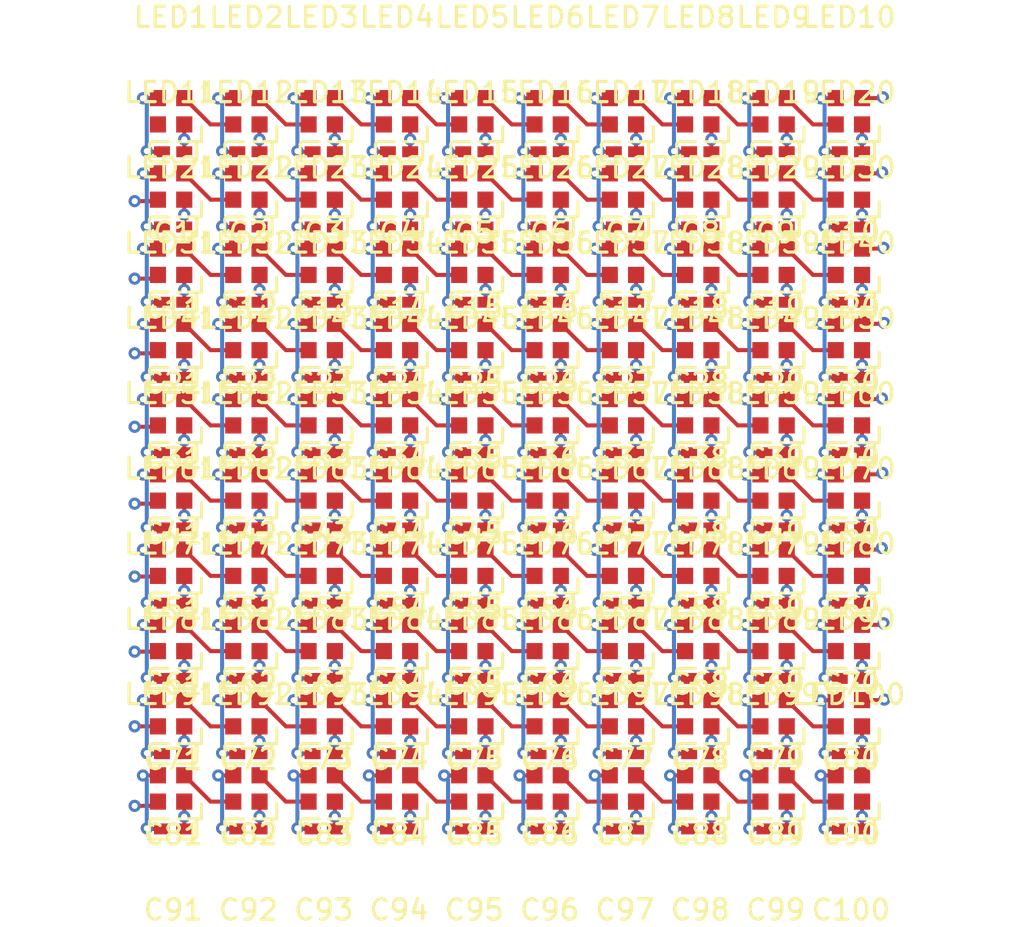
<source format=kicad_pcb>
(kicad_pcb (version 20241229) (generator "pcbnew") (generator_version "9.0")
  (layers (0 "F.Cu" signal) (4 "In1.Cu" signal) (6 "In2.Cu" signal) (2 "B.Cu" signal) (13 "F.Paste" user) (15 "B.Paste" user) (5 "F.SilkS" user "F.Silkscreen") (7 "B.SilkS" user "B.Silkscreen") (1 "F.Mask" user) (3 "B.Mask" user) (25 "Edge.Cuts" user))
  (net 0 "")
  (net 1 "rows[7]-DOUT-0")
  (net 2 "rows[8]-DOUT-5")
  (net 3 "rows[3]-DOUT-7")
  (net 4 "rows[3]-DOUT-6")
  (net 5 "rows[8]-DOUT-3")
  (net 6 "rows[6]-DOUT-4")
  (net 7 "rows[1]-DOUT-5")
  (net 8 "-line-7")
  (net 9 "rows[7]-DOUT-4")
  (net 10 "rows[4]-DOUT-4")
  (net 11 "-line-1")
  (net 12 "rows[4]-DOUT-5")
  (net 13 "rows[2]-DOUT-8")
  (net 14 "rows[5]-DOUT-5")
  (net 15 "rows[4]-DOUT-3")
  (net 16 "rows[8]-DOUT-8")
  (net 17 "-line-10")
  (net 18 "rows[7]-DOUT-7")
  (net 19 "rows[2]-DOUT-7")
  (net 20 "rows[4]-DOUT-0")
  (net 21 "rows[0]-DOUT-1")
  (net 22 "rows[6]-DOUT-8")
  (net 23 "rows[2]-DOUT-2")
  (net 24 "rows[6]-DOUT-5")
  (net 25 "rows[8]-DOUT-4")
  (net 26 "rows[3]-DOUT-8")
  (net 27 "rows[9]-DOUT-5")
  (net 28 "rows[6]-DOUT-0")
  (net 29 "rows[1]-DOUT-6")
  (net 30 "rows[6]-DOUT-3")
  (net 31 "rows[1]-DOUT-4")
  (net 32 "rows[3]-DOUT-3")
  (net 33 "rows[5]-DOUT-4")
  (net 34 "rows[2]-DOUT-4")
  (net 35 "rows[0]-DOUT-7")
  (net 36 "rows[6]-DOUT-2")
  (net 37 "rows[3]-DOUT-0")
  (net 38 "rows[6]-DOUT-6")
  (net 39 "rows[5]-DOUT-7")
  (net 40 "rows[8]-DOUT-1")
  (net 41 "rows[4]-DOUT-7")
  (net 42 "rows[9]-DOUT-0")
  (net 43 "-line-8")
  (net 44 "rows[9]-DOUT-7")
  (net 45 "rows[6]-DOUT-1")
  (net 46 "-line-5")
  (net 47 "rows[9]-DOUT-6")
  (net 48 "rows[7]-DOUT-5")
  (net 49 "rows[3]-DOUT-1")
  (net 50 "-line-3")
  (net 51 "rows[1]-DOUT-2")
  (net 52 "rows[9]-DOUT-2")
  (net 53 "rows[4]-DOUT-6")
  (net 54 "rows[2]-DOUT-1")
  (net 55 "rows[1]-DOUT-0")
  (net 56 "rows[8]-DOUT-0")
  (net 57 "rows[9]-DOUT-3")
  (net 58 "rows[9]-DOUT-4")
  (net 59 "rows[9]-DOUT-8")
  (net 60 "rows[1]-DOUT-1")
  (net 61 "rows[1]-DOUT-8")
  (net 62 "rows[2]-DOUT-6")
  (net 63 "rows[3]-DOUT-5")
  (net 64 "rows[8]-DOUT-2")
  (net 65 "rows[4]-DOUT-8")
  (net 66 "rows[5]-DOUT-2")
  (net 67 "rows[5]-DOUT-8")
  (net 68 "hv")
  (net 69 "-line-0")
  (net 70 "rows[5]-DOUT-3")
  (net 71 "rows[2]-DOUT-0")
  (net 72 "rows[0]-DOUT-6")
  (net 73 "rows[0]-DOUT-4")
  (net 74 "rows[1]-DOUT-7")
  (net 75 "rows[7]-DOUT-2")
  (net 76 "gnd")
  (net 77 "rows[0]-DOUT-0")
  (net 78 "rows[7]-DOUT-3")
  (net 79 "rows[0]-DOUT-5")
  (net 80 "rows[5]-DOUT-0")
  (net 81 "rows[0]-DOUT-8")
  (net 82 "rows[2]-DOUT-5")
  (net 83 "rows[3]-DOUT-4")
  (net 84 "rows[7]-DOUT-8")
  (net 85 "rows[3]-DOUT-2")
  (net 86 "rows[6]-DOUT-7")
  (net 87 "rows[0]-DOUT-3")
  (net 88 "rows[9]-DOUT-1")
  (net 89 "rows[4]-DOUT-1")
  (net 90 "-line-4")
  (net 91 "rows[1]-DOUT-3")
  (net 92 "-line-9")
  (net 93 "rows[7]-DOUT-1")
  (net 94 "rows[5]-DOUT-1")
  (net 95 "rows[0]-DOUT-2")
  (net 96 "rows[8]-DOUT-6")
  (net 97 "-line-6")
  (net 98 "rows[4]-DOUT-2")
  (net 99 "-line-2")
  (net 100 "rows[5]-DOUT-6")
  (net 101 "rows[8]-DOUT-7")
  (net 102 "rows[2]-DOUT-3")
  (net 103 "rows[7]-DOUT-6")
  (footprint "Samsung_Electro_Mechanics_CL05B104KO5NNNC:C0402" (layer "F.Cu") (at 102.176667 56.105556 180)
    (property "Reference" "C22")
    (property "Value" "100nF ±10% 16V X7R")
  )
  (footprint "OPSCO_SK6805_EC20:LED-SMD_4P-L2.0-W2.0-BR" (layer "F.Cu") (at 102.076667 50.387778 0)
    (property "Reference" "LED12")
    (property "Value" "")
  )
  (footprint "Samsung_Electro_Mechanics_CL05B104KO5NNNC:C0402" (layer "F.Cu") (at 117.061112 59.823333 180)
    (property "Reference" "C36")
    (property "Value" "100nF ±10% 16V X7R")
  )
  (footprint "OPSCO_SK6805_EC20:LED-SMD_4P-L2.0-W2.0-BR" (layer "F.Cu") (at 109.518889 80.13 0)
    (property "Reference" "LED94")
    (property "Value" "")
  )
  (footprint "OPSCO_SK6805_EC20:LED-SMD_4P-L2.0-W2.0-BR" (layer "F.Cu") (at 113.24 72.694444 0)
    (property "Reference" "LED75")
    (property "Value" "")
  )
  (footprint "Samsung_Electro_Mechanics_CL05B104KO5NNNC:C0402" (layer "F.Cu") (at 120.782223 56.105556 180)
    (property "Reference" "C27")
    (property "Value" "100nF ±10% 16V X7R")
  )
  (footprint "OPSCO_SK6805_EC20:LED-SMD_4P-L2.0-W2.0-BR" (layer "F.Cu") (at 109.518889 50.387778 0)
    (property "Reference" "LED14")
    (property "Value" "")
  )
  (footprint "OPSCO_SK6805_EC20:LED-SMD_4P-L2.0-W2.0-BR" (layer "F.Cu") (at 102.076667 68.976667 0)
    (property "Reference" "LED62")
    (property "Value" "")
  )
  (footprint "OPSCO_SK6805_EC20:LED-SMD_4P-L2.0-W2.0-BR" (layer "F.Cu") (at 131.845556 80.13 0)
    (property "Reference" "LED100")
    (property "Value" "")
  )
  (footprint "Samsung_Electro_Mechanics_CL05B104KO5NNNC:C0402" (layer "F.Cu") (at 113.34 82.13 180)
    (property "Reference" "C95")
    (property "Value" "100nF ±10% 16V X7R")
  )
  (footprint "Samsung_Electro_Mechanics_CL05B104KO5NNNC:C0402" (layer "F.Cu") (at 109.618889 63.541111 180)
    (property "Reference" "C44")
    (property "Value" "100nF ±10% 16V X7R")
  )
  (footprint "Samsung_Electro_Mechanics_CL05B104KO5NNNC:C0402" (layer "F.Cu") (at 120.782223 74.694444 180)
    (property "Reference" "C77")
    (property "Value" "100nF ±10% 16V X7R")
  )
  (footprint "OPSCO_SK6805_EC20:LED-SMD_4P-L2.0-W2.0-BR" (layer "F.Cu") (at 124.403334 61.541111 0)
    (property "Reference" "LED48")
    (property "Value" "")
  )
  (footprint "Samsung_Electro_Mechanics_CL05B104KO5NNNC:C0402" (layer "F.Cu") (at 124.503334 52.387778 180)
    (property "Reference" "C18")
    (property "Value" "100nF ±10% 16V X7R")
  )
  (footprint "Samsung_Electro_Mechanics_CL05B104KO5NNNC:C0402" (layer "F.Cu") (at 124.503334 56.105556 180)
    (property "Reference" "C28")
    (property "Value" "100nF ±10% 16V X7R")
  )
  (footprint "Samsung_Electro_Mechanics_CL05B104KO5NNNC:C0402" (layer "F.Cu") (at 102.176667 59.823333 180)
    (property "Reference" "C32")
    (property "Value" "100nF ±10% 16V X7R")
  )
  (footprint "OPSCO_SK6805_EC20:LED-SMD_4P-L2.0-W2.0-BR" (layer "F.Cu") (at 124.403334 57.823333 0)
    (property "Reference" "LED38")
    (property "Value" "")
  )
  (footprint "OPSCO_SK6805_EC20:LED-SMD_4P-L2.0-W2.0-BR" (layer "F.Cu") (at 113.24 54.105556 0)
    (property "Reference" "LED25")
    (property "Value" "")
  )
  (footprint "OPSCO_SK6805_EC20:LED-SMD_4P-L2.0-W2.0-BR" (layer "F.Cu") (at 116.961112 54.105556 0)
    (property "Reference" "LED26")
    (property "Value" "")
  )
  (footprint "Samsung_Electro_Mechanics_CL05B104KO5NNNC:C0402" (layer "F.Cu") (at 113.34 52.387778 180)
    (property "Reference" "C15")
    (property "Value" "100nF ±10% 16V X7R")
  )
  (footprint "Samsung_Electro_Mechanics_CL05B104KO5NNNC:C0402" (layer "F.Cu") (at 120.782223 78.412222 180)
    (property "Reference" "C87")
    (property "Value" "100nF ±10% 16V X7R")
  )
  (footprint "OPSCO_SK6805_EC20:LED-SMD_4P-L2.0-W2.0-BR" (layer "F.Cu") (at 98.355556 65.258889 0)
    (property "Reference" "LED51")
    (property "Value" "")
  )
  (footprint "Samsung_Electro_Mechanics_CL05B104KO5NNNC:C0402" (layer "F.Cu") (at 117.061112 70.976667 180)
    (property "Reference" "C66")
    (property "Value" "100nF ±10% 16V X7R")
  )
  (footprint "Samsung_Electro_Mechanics_CL05B104KO5NNNC:C0402" (layer "F.Cu") (at 128.224445 59.823333 180)
    (property "Reference" "C39")
    (property "Value" "100nF ±10% 16V X7R")
  )
  (footprint "OPSCO_SK6805_EC20:LED-SMD_4P-L2.0-W2.0-BR" (layer "F.Cu") (at 131.845556 61.541111 0)
    (property "Reference" "LED50")
    (property "Value" "")
  )
  (footprint "Samsung_Electro_Mechanics_CL05B104KO5NNNC:C0402" (layer "F.Cu") (at 117.061112 82.13 180)
    (property "Reference" "C96")
    (property "Value" "100nF ±10% 16V X7R")
  )
  (footprint "Samsung_Electro_Mechanics_CL05B104KO5NNNC:C0402" (layer "F.Cu") (at 128.224445 67.258889 180)
    (property "Reference" "C59")
    (property "Value" "100nF ±10% 16V X7R")
  )
  (footprint "OPSCO_SK6805_EC20:LED-SMD_4P-L2.0-W2.0-BR" (layer "F.Cu") (at 113.24 46.67 0)
    (property "Reference" "LED5")
    (property "Value" "")
  )
  (footprint "Samsung_Electro_Mechanics_CL05B104KO5NNNC:C0402" (layer "F.Cu") (at 98.455556 52.387778 180)
    (property "Reference" "C11")
    (property "Value" "100nF ±10% 16V X7R")
  )
  (footprint "Samsung_Electro_Mechanics_CL05B104KO5NNNC:C0402" (layer "F.Cu") (at 105.897778 63.541111 180)
    (property "Reference" "C43")
    (property "Value" "100nF ±10% 16V X7R")
  )
  (footprint "OPSCO_SK6805_EC20:LED-SMD_4P-L2.0-W2.0-BR" (layer "F.Cu") (at 131.845556 50.387778 0)
    (property "Reference" "LED20")
    (property "Value" "")
  )
  (footprint "Samsung_Electro_Mechanics_CL05B104KO5NNNC:C0402" (layer "F.Cu") (at 131.945556 56.105556 180)
    (property "Reference" "C30")
    (property "Value" "100nF ±10% 16V X7R")
  )
  (footprint "OPSCO_SK6805_EC20:LED-SMD_4P-L2.0-W2.0-BR" (layer "F.Cu") (at 98.355556 50.387778 0)
    (property "Reference" "LED11")
    (property "Value" "")
  )
  (footprint "OPSCO_SK6805_EC20:LED-SMD_4P-L2.0-W2.0-BR" (layer "F.Cu") (at 113.24 76.412222 0)
    (property "Reference" "LED85")
    (property "Value" "")
  )
  (footprint "OPSCO_SK6805_EC20:LED-SMD_4P-L2.0-W2.0-BR" (layer "F.Cu") (at 116.961112 61.541111 0)
    (property "Reference" "LED46")
    (property "Value" "")
  )
  (footprint "Samsung_Electro_Mechanics_CL05B104KO5NNNC:C0402" (layer "F.Cu") (at 113.34 48.67 180)
    (property "Reference" "C5")
    (property "Value" "100nF ±10% 16V X7R")
  )
  (footprint "OPSCO_SK6805_EC20:LED-SMD_4P-L2.0-W2.0-BR" (layer "F.Cu") (at 109.518889 57.823333 0)
    (property "Reference" "LED34")
    (property "Value" "")
  )
  (footprint "Samsung_Electro_Mechanics_CL05B104KO5NNNC:C0402" (layer "F.Cu") (at 113.34 70.976667 180)
    (property "Reference" "C65")
    (property "Value" "100nF ±10% 16V X7R")
  )
  (footprint "Samsung_Electro_Mechanics_CL05B104KO5NNNC:C0402" (layer "F.Cu") (at 109.618889 48.67 180)
    (property "Reference" "C4")
    (property "Value" "100nF ±10% 16V X7R")
  )
  (footprint "OPSCO_SK6805_EC20:LED-SMD_4P-L2.0-W2.0-BR" (layer "F.Cu") (at 109.518889 46.67 0)
    (property "Reference" "LED4")
    (property "Value" "")
  )
  (footprint "Samsung_Electro_Mechanics_CL05B104KO5NNNC:C0402" (layer "F.Cu") (at 98.455556 67.258889 180)
    (property "Reference" "C51")
    (property "Value" "100nF ±10% 16V X7R")
  )
  (footprint "Samsung_Electro_Mechanics_CL05B104KO5NNNC:C0402" (layer "F.Cu") (at 105.897778 59.823333 180)
    (property "Reference" "C33")
    (property "Value" "100nF ±10% 16V X7R")
  )
  (footprint "Samsung_Electro_Mechanics_CL05B104KO5NNNC:C0402" (layer "F.Cu") (at 102.176667 78.412222 180)
    (property "Reference" "C82")
    (property "Value" "100nF ±10% 16V X7R")
  )
  (footprint "OPSCO_SK6805_EC20:LED-SMD_4P-L2.0-W2.0-BR" (layer "F.Cu") (at 120.682223 54.105556 0)
    (property "Reference" "LED27")
    (property "Value" "")
  )
  (footprint "OPSCO_SK6805_EC20:LED-SMD_4P-L2.0-W2.0-BR" (layer "F.Cu") (at 131.845556 57.823333 0)
    (property "Reference" "LED40")
    (property "Value" "")
  )
  (footprint "OPSCO_SK6805_EC20:LED-SMD_4P-L2.0-W2.0-BR" (layer "F.Cu") (at 116.961112 50.387778 0)
    (property "Reference" "LED16")
    (property "Value" "")
  )
  (footprint "Samsung_Electro_Mechanics_CL05B104KO5NNNC:C0402" (layer "F.Cu") (at 128.224445 82.13 180)
    (property "Reference" "C99")
    (property "Value" "100nF ±10% 16V X7R")
  )
  (footprint "Samsung_Electro_Mechanics_CL05B104KO5NNNC:C0402" (layer "F.Cu") (at 128.224445 70.976667 180)
    (property "Reference" "C69")
    (property "Value" "100nF ±10% 16V X7R")
  )
  (footprint "Samsung_Electro_Mechanics_CL05B104KO5NNNC:C0402" (layer "F.Cu") (at 131.945556 67.258889 180)
    (property "Reference" "C60")
    (property "Value" "100nF ±10% 16V X7R")
  )
  (footprint "OPSCO_SK6805_EC20:LED-SMD_4P-L2.0-W2.0-BR" (layer "F.Cu") (at 128.124445 54.105556 0)
    (property "Reference" "LED29")
    (property "Value" "")
  )
  (footprint "Samsung_Electro_Mechanics_CL05B104KO5NNNC:C0402" (layer "F.Cu") (at 102.176667 74.694444 180)
    (property "Reference" "C72")
    (property "Value" "100nF ±10% 16V X7R")
  )
  (footprint "OPSCO_SK6805_EC20:LED-SMD_4P-L2.0-W2.0-BR" (layer "F.Cu") (at 105.797778 72.694444 0)
    (property "Reference" "LED73")
    (property "Value" "")
  )
  (footprint "OPSCO_SK6805_EC20:LED-SMD_4P-L2.0-W2.0-BR" (layer "F.Cu") (at 128.124445 68.976667 0)
    (property "Reference" "LED69")
    (property "Value" "")
  )
  (footprint "OPSCO_SK6805_EC20:LED-SMD_4P-L2.0-W2.0-BR" (layer "F.Cu") (at 128.124445 72.694444 0)
    (property "Reference" "LED79")
    (property "Value" "")
  )
  (footprint "Samsung_Electro_Mechanics_CL05B104KO5NNNC:C0402" (layer "F.Cu") (at 124.503334 63.541111 180)
    (property "Reference" "C48")
    (property "Value" "100nF ±10% 16V X7R")
  )
  (footprint "OPSCO_SK6805_EC20:LED-SMD_4P-L2.0-W2.0-BR" (layer "F.Cu") (at 102.076667 65.258889 0)
    (property "Reference" "LED52")
    (property "Value" "")
  )
  (footprint "OPSCO_SK6805_EC20:LED-SMD_4P-L2.0-W2.0-BR" (layer "F.Cu") (at 113.24 68.976667 0)
    (property "Reference" "LED65")
    (property "Value" "")
  )
  (footprint "OPSCO_SK6805_EC20:LED-SMD_4P-L2.0-W2.0-BR" (layer "F.Cu") (at 113.24 65.258889 0)
    (property "Reference" "LED55")
    (property "Value" "")
  )
  (footprint "Samsung_Electro_Mechanics_CL05B104KO5NNNC:C0402" (layer "F.Cu") (at 98.455556 59.823333 180)
    (property "Reference" "C31")
    (property "Value" "100nF ±10% 16V X7R")
  )
  (footprint "Samsung_Electro_Mechanics_CL05B104KO5NNNC:C0402" (layer "F.Cu") (at 102.176667 82.13 180)
    (property "Reference" "C92")
    (property "Value" "100nF ±10% 16V X7R")
  )
  (footprint "Samsung_Electro_Mechanics_CL05B104KO5NNNC:C0402" (layer "F.Cu") (at 98.455556 56.105556 180)
    (property "Reference" "C21")
    (property "Value" "100nF ±10% 16V X7R")
  )
  (footprint "Samsung_Electro_Mechanics_CL05B104KO5NNNC:C0402" (layer "F.Cu") (at 131.945556 48.67 180)
    (property "Reference" "C10")
    (property "Value" "100nF ±10% 16V X7R")
  )
  (footprint "Samsung_Electro_Mechanics_CL05B104KO5NNNC:C0402" (layer "F.Cu") (at 131.945556 78.412222 180)
    (property "Reference" "C90")
    (property "Value" "100nF ±10% 16V X7R")
  )
  (footprint "OPSCO_SK6805_EC20:LED-SMD_4P-L2.0-W2.0-BR" (layer "F.Cu") (at 124.403334 54.105556 0)
    (property "Reference" "LED28")
    (property "Value" "")
  )
  (footprint "OPSCO_SK6805_EC20:LED-SMD_4P-L2.0-W2.0-BR" (layer "F.Cu") (at 109.518889 76.412222 0)
    (property "Reference" "LED84")
    (property "Value" "")
  )
  (footprint "Samsung_Electro_Mechanics_CL05B104KO5NNNC:C0402" (layer "F.Cu") (at 113.34 63.541111 180)
    (property "Reference" "C45")
    (property "Value" "100nF ±10% 16V X7R")
  )
  (footprint "OPSCO_SK6805_EC20:LED-SMD_4P-L2.0-W2.0-BR" (layer "F.Cu") (at 98.355556 46.67 0)
    (property "Reference" "LED1")
    (property "Value" "")
  )
  (footprint "OPSCO_SK6805_EC20:LED-SMD_4P-L2.0-W2.0-BR" (layer "F.Cu") (at 116.961112 72.694444 0)
    (property "Reference" "LED76")
    (property "Value" "")
  )
  (footprint "Samsung_Electro_Mechanics_CL05B104KO5NNNC:C0402" (layer "F.Cu") (at 98.455556 78.412222 180)
    (property "Reference" "C81")
    (property "Value" "100nF ±10% 16V X7R")
  )
  (footprint "Samsung_Electro_Mechanics_CL05B104KO5NNNC:C0402" (layer "F.Cu") (at 105.897778 48.67 180)
    (property "Reference" "C3")
    (property "Value" "100nF ±10% 16V X7R")
  )
  (footprint "Samsung_Electro_Mechanics_CL05B104KO5NNNC:C0402" (layer "F.Cu") (at 120.782223 70.976667 180)
    (property "Reference" "C67")
    (property "Value" "100nF ±10% 16V X7R")
  )
  (footprint "Samsung_Electro_Mechanics_CL05B104KO5NNNC:C0402" (layer "F.Cu") (at 117.061112 63.541111 180)
    (property "Reference" "C46")
    (property "Value" "100nF ±10% 16V X7R")
  )
  (footprint "Samsung_Electro_Mechanics_CL05B104KO5NNNC:C0402" (layer "F.Cu") (at 109.618889 70.976667 180)
    (property "Reference" "C64")
    (property "Value" "100nF ±10% 16V X7R")
  )
  (footprint "OPSCO_SK6805_EC20:LED-SMD_4P-L2.0-W2.0-BR" (layer "F.Cu") (at 102.076667 54.105556 0)
    (property "Reference" "LED22")
    (property "Value" "")
  )
  (footprint "OPSCO_SK6805_EC20:LED-SMD_4P-L2.0-W2.0-BR" (layer "F.Cu") (at 98.355556 68.976667 0)
    (property "Reference" "LED61")
    (property "Value" "")
  )
  (footprint "Samsung_Electro_Mechanics_CL05B104KO5NNNC:C0402" (layer "F.Cu") (at 109.618889 52.387778 180)
    (property "Reference" "C14")
    (property "Value" "100nF ±10% 16V X7R")
  )
  (footprint "OPSCO_SK6805_EC20:LED-SMD_4P-L2.0-W2.0-BR" (layer "F.Cu") (at 128.124445 46.67 0)
    (property "Reference" "LED9")
    (property "Value" "")
  )
  (footprint "Samsung_Electro_Mechanics_CL05B104KO5NNNC:C0402" (layer "F.Cu") (at 113.34 67.258889 180)
    (property "Reference" "C55")
    (property "Value" "100nF ±10% 16V X7R")
  )
  (footprint "Samsung_Electro_Mechanics_CL05B104KO5NNNC:C0402" (layer "F.Cu") (at 102.176667 63.541111 180)
    (property "Reference" "C42")
    (property "Value" "100nF ±10% 16V X7R")
  )
  (footprint "OPSCO_SK6805_EC20:LED-SMD_4P-L2.0-W2.0-BR" (layer "F.Cu") (at 120.682223 68.976667 0)
    (property "Reference" "LED67")
    (property "Value" "")
  )
  (footprint "OPSCO_SK6805_EC20:LED-SMD_4P-L2.0-W2.0-BR" (layer "F.Cu") (at 98.355556 54.105556 0)
    (property "Reference" "LED21")
    (property "Value" "")
  )
  (footprint "Samsung_Electro_Mechanics_CL05B104KO5NNNC:C0402" (layer "F.Cu") (at 109.618889 56.105556 180)
    (property "Reference" "C24")
    (property "Value" "100nF ±10% 16V X7R")
  )
  (footprint "OPSCO_SK6805_EC20:LED-SMD_4P-L2.0-W2.0-BR" (layer "F.Cu") (at 131.845556 72.694444 0)
    (property "Reference" "LED80")
    (property "Value" "")
  )
  (footprint "Samsung_Electro_Mechanics_CL05B104KO5NNNC:C0402" (layer "F.Cu") (at 131.945556 59.823333 180)
    (property "Reference" "C40")
    (property "Value" "100nF ±10% 16V X7R")
  )
  (footprint "Samsung_Electro_Mechanics_CL05B104KO5NNNC:C0402" (layer "F.Cu") (at 117.061112 78.412222 180)
    (property "Reference" "C86")
    (property "Value" "100nF ±10% 16V X7R")
  )
  (footprint "Samsung_Electro_Mechanics_CL05B104KO5NNNC:C0402" (layer "F.Cu") (at 128.224445 48.67 180)
    (property "Reference" "C9")
    (property "Value" "100nF ±10% 16V X7R")
  )
  (footprint "OPSCO_SK6805_EC20:LED-SMD_4P-L2.0-W2.0-BR" (layer "F.Cu") (at 120.682223 46.67 0)
    (property "Reference" "LED7")
    (property "Value" "")
  )
  (footprint "Samsung_Electro_Mechanics_CL05B104KO5NNNC:C0402" (layer "F.Cu") (at 128.224445 56.105556 180)
    (property "Reference" "C29")
    (property "Value" "100nF ±10% 16V X7R")
  )
  (footprint "OPSCO_SK6805_EC20:LED-SMD_4P-L2.0-W2.0-BR" (layer "F.Cu") (at 116.961112 76.412222 0)
    (property "Reference" "LED86")
    (property "Value" "")
  )
  (footprint "OPSCO_SK6805_EC20:LED-SMD_4P-L2.0-W2.0-BR" (layer "F.Cu") (at 116.961112 68.976667 0)
    (property "Reference" "LED66")
    (property "Value" "")
  )
  (footprint "OPSCO_SK6805_EC20:LED-SMD_4P-L2.0-W2.0-BR" (layer "F.Cu") (at 109.518889 61.541111 0)
    (property "Reference" "LED44")
    (property "Value" "")
  )
  (footprint "Samsung_Electro_Mechanics_CL05B104KO5NNNC:C0402" (layer "F.Cu") (at 113.34 78.412222 180)
    (property "Reference" "C85")
    (property "Value" "100nF ±10% 16V X7R")
  )
  (footprint "Samsung_Electro_Mechanics_CL05B104KO5NNNC:C0402" (layer "F.Cu") (at 124.503334 59.823333 180)
    (property "Reference" "C38")
    (property "Value" "100nF ±10% 16V X7R")
  )
  (footprint "OPSCO_SK6805_EC20:LED-SMD_4P-L2.0-W2.0-BR" (layer "F.Cu") (at 98.355556 76.412222 0)
    (property "Reference" "LED81")
    (property "Value" "")
  )
  (footprint "OPSCO_SK6805_EC20:LED-SMD_4P-L2.0-W2.0-BR" (layer "F.Cu") (at 109.518889 72.694444 0)
    (property "Reference" "LED74")
    (property "Value" "")
  )
  (footprint "OPSCO_SK6805_EC20:LED-SMD_4P-L2.0-W2.0-BR" (layer "F.Cu") (at 120.682223 50.387778 0)
    (property "Reference" "LED17")
    (property "Value" "")
  )
  (footprint "Samsung_Electro_Mechanics_CL05B104KO5NNNC:C0402" (layer "F.Cu") (at 105.897778 70.976667 180)
    (property "Reference" "C63")
    (property "Value" "100nF ±10% 16V X7R")
  )
  (footprint "OPSCO_SK6805_EC20:LED-SMD_4P-L2.0-W2.0-BR" (layer "F.Cu") (at 98.355556 61.541111 0)
    (property "Reference" "LED41")
    (property "Value" "")
  )
  (footprint "Samsung_Electro_Mechanics_CL05B104KO5NNNC:C0402" (layer "F.Cu") (at 117.061112 67.258889 180)
    (property "Reference" "C56")
    (property "Value" "100nF ±10% 16V X7R")
  )
  (footprint "OPSCO_SK6805_EC20:LED-SMD_4P-L2.0-W2.0-BR" (layer "F.Cu") (at 109.518889 54.105556 0)
    (property "Reference" "LED24")
    (property "Value" "")
  )
  (footprint "Samsung_Electro_Mechanics_CL05B104KO5NNNC:C0402" (layer "F.Cu") (at 120.782223 82.13 180)
    (property "Reference" "C97")
    (property "Value" "100nF ±10% 16V X7R")
  )
  (footprint "OPSCO_SK6805_EC20:LED-SMD_4P-L2.0-W2.0-BR" (layer "F.Cu") (at 116.961112 57.823333 0)
    (property "Reference" "LED36")
    (property "Value" "")
  )
  (footprint "Samsung_Electro_Mechanics_CL05B104KO5NNNC:C0402" (layer "F.Cu") (at 124.503334 78.412222 180)
    (property "Reference" "C88")
    (property "Value" "100nF ±10% 16V X7R")
  )
  (footprint "OPSCO_SK6805_EC20:LED-SMD_4P-L2.0-W2.0-BR" (layer "F.Cu") (at 116.961112 80.13 0)
    (property "Reference" "LED96")
    (property "Value" "")
  )
  (footprint "OPSCO_SK6805_EC20:LED-SMD_4P-L2.0-W2.0-BR" (layer "F.Cu") (at 128.124445 50.387778 0)
    (property "Reference" "LED19")
    (property "Value" "")
  )
  (footprint "Samsung_Electro_Mechanics_CL05B104KO5NNNC:C0402" (layer "F.Cu") (at 120.782223 48.67 180)
    (property "Reference" "C7")
    (property "Value" "100nF ±10% 16V X7R")
  )
  (footprint "OPSCO_SK6805_EC20:LED-SMD_4P-L2.0-W2.0-BR" (layer "F.Cu") (at 128.124445 76.412222 0)
    (property "Reference" "LED89")
    (property "Value" "")
  )
  (footprint "OPSCO_SK6805_EC20:LED-SMD_4P-L2.0-W2.0-BR" (layer "F.Cu") (at 131.845556 68.976667 0)
    (property "Reference" "LED70")
    (property "Value" "")
  )
  (footprint "Samsung_Electro_Mechanics_CL05B104KO5NNNC:C0402" (layer "F.Cu") (at 120.782223 63.541111 180)
    (property "Reference" "C47")
    (property "Value" "100nF ±10% 16V X7R")
  )
  (footprint "Samsung_Electro_Mechanics_CL05B104KO5NNNC:C0402" (layer "F.Cu") (at 131.945556 82.13 180)
    (property "Reference" "C100")
    (property "Value" "100nF ±10% 16V X7R")
  )
  (footprint "OPSCO_SK6805_EC20:LED-SMD_4P-L2.0-W2.0-BR" (layer "F.Cu") (at 131.845556 46.67 0)
    (property "Reference" "LED10")
    (property "Value" "")
  )
  (footprint "Samsung_Electro_Mechanics_CL05B104KO5NNNC:C0402" (layer "F.Cu") (at 128.224445 52.387778 180)
    (property "Reference" "C19")
    (property "Value" "100nF ±10% 16V X7R")
  )
  (footprint "OPSCO_SK6805_EC20:LED-SMD_4P-L2.0-W2.0-BR" (layer "F.Cu") (at 102.076667 76.412222 0)
    (property "Reference" "LED82")
    (property "Value" "")
  )
  (footprint "OPSCO_SK6805_EC20:LED-SMD_4P-L2.0-W2.0-BR" (layer "F.Cu") (at 109.518889 65.258889 0)
    (property "Reference" "LED54")
    (property "Value" "")
  )
  (footprint "Samsung_Electro_Mechanics_CL05B104KO5NNNC:C0402" (layer "F.Cu") (at 98.455556 70.976667 180)
    (property "Reference" "C61")
    (property "Value" "100nF ±10% 16V X7R")
  )
  (footprint "Samsung_Electro_Mechanics_CL05B104KO5NNNC:C0402" (layer "F.Cu") (at 109.618889 82.13 180)
    (property "Reference" "C94")
    (property "Value" "100nF ±10% 16V X7R")
  )
  (footprint "Samsung_Electro_Mechanics_CL05B104KO5NNNC:C0402" (layer "F.Cu") (at 105.897778 74.694444 180)
    (property "Reference" "C73")
    (property "Value" "100nF ±10% 16V X7R")
  )
  (footprint "OPSCO_SK6805_EC20:LED-SMD_4P-L2.0-W2.0-BR" (layer "F.Cu") (at 109.518889 68.976667 0)
    (property "Reference" "LED64")
    (property "Value" "")
  )
  (footprint "Samsung_Electro_Mechanics_CL05B104KO5NNNC:C0402" (layer "F.Cu") (at 98.455556 48.67 180)
    (property "Reference" "C1")
    (property "Value" "100nF ±10% 16V X7R")
  )
  (footprint "OPSCO_SK6805_EC20:LED-SMD_4P-L2.0-W2.0-BR" (layer "F.Cu") (at 128.124445 61.541111 0)
    (property "Reference" "LED49")
    (property "Value" "")
  )
  (footprint "Samsung_Electro_Mechanics_CL05B104KO5NNNC:C0402" (layer "F.Cu") (at 117.061112 74.694444 180)
    (property "Reference" "C76")
    (property "Value" "100nF ±10% 16V X7R")
  )
  (footprint "Samsung_Electro_Mechanics_CL05B104KO5NNNC:C0402" (layer "F.Cu") (at 102.176667 48.67 180)
    (property "Reference" "C2")
    (property "Value" "100nF ±10% 16V X7R")
  )
  (footprint "OPSCO_SK6805_EC20:LED-SMD_4P-L2.0-W2.0-BR" (layer "F.Cu") (at 120.682223 65.258889 0)
    (property "Reference" "LED57")
    (property "Value" "")
  )
  (footprint "OPSCO_SK6805_EC20:LED-SMD_4P-L2.0-W2.0-BR" (layer "F.Cu") (at 124.403334 76.412222 0)
    (property "Reference" "LED88")
    (property "Value" "")
  )
  (footprint "Samsung_Electro_Mechanics_CL05B104KO5NNNC:C0402" (layer "F.Cu") (at 128.224445 78.412222 180)
    (property "Reference" "C89")
    (property "Value" "100nF ±10% 16V X7R")
  )
  (footprint "Samsung_Electro_Mechanics_CL05B104KO5NNNC:C0402" (layer "F.Cu") (at 109.618889 78.412222 180)
    (property "Reference" "C84")
    (property "Value" "100nF ±10% 16V X7R")
  )
  (footprint "Samsung_Electro_Mechanics_CL05B104KO5NNNC:C0402" (layer "F.Cu") (at 131.945556 52.387778 180)
    (property "Reference" "C20")
    (property "Value" "100nF ±10% 16V X7R")
  )
  (footprint "Samsung_Electro_Mechanics_CL05B104KO5NNNC:C0402" (layer "F.Cu") (at 120.782223 67.258889 180)
    (property "Reference" "C57")
    (property "Value" "100nF ±10% 16V X7R")
  )
  (footprint "OPSCO_SK6805_EC20:LED-SMD_4P-L2.0-W2.0-BR" (layer "F.Cu") (at 128.124445 57.823333 0)
    (property "Reference" "LED39")
    (property "Value" "")
  )
  (footprint "OPSCO_SK6805_EC20:LED-SMD_4P-L2.0-W2.0-BR" (layer "F.Cu") (at 128.124445 80.13 0)
    (property "Reference" "LED99")
    (property "Value" "")
  )
  (footprint "Samsung_Electro_Mechanics_CL05B104KO5NNNC:C0402" (layer "F.Cu") (at 113.34 59.823333 180)
    (property "Reference" "C35")
    (property "Value" "100nF ±10% 16V X7R")
  )
  (footprint "OPSCO_SK6805_EC20:LED-SMD_4P-L2.0-W2.0-BR" (layer "F.Cu") (at 131.845556 76.412222 0)
    (property "Reference" "LED90")
    (property "Value" "")
  )
  (footprint "OPSCO_SK6805_EC20:LED-SMD_4P-L2.0-W2.0-BR" (layer "F.Cu") (at 105.797778 65.258889 0)
    (property "Reference" "LED53")
    (property "Value" "")
  )
  (footprint "OPSCO_SK6805_EC20:LED-SMD_4P-L2.0-W2.0-BR" (layer "F.Cu") (at 131.845556 65.258889 0)
    (property "Reference" "LED60")
    (property "Value" "")
  )
  (footprint "OPSCO_SK6805_EC20:LED-SMD_4P-L2.0-W2.0-BR" (layer "F.Cu") (at 105.797778 46.67 0)
    (property "Reference" "LED3")
    (property "Value" "")
  )
  (footprint "Samsung_Electro_Mechanics_CL05B104KO5NNNC:C0402" (layer "F.Cu") (at 105.897778 56.105556 180)
    (property "Reference" "C23")
    (property "Value" "100nF ±10% 16V X7R")
  )
  (footprint "OPSCO_SK6805_EC20:LED-SMD_4P-L2.0-W2.0-BR" (layer "F.Cu") (at 98.355556 72.694444 0)
    (property "Reference" "LED71")
    (property "Value" "")
  )
  (footprint "Samsung_Electro_Mechanics_CL05B104KO5NNNC:C0402" (layer "F.Cu") (at 109.618889 59.823333 180)
    (property "Reference" "C34")
    (property "Value" "100nF ±10% 16V X7R")
  )
  (footprint "Samsung_Electro_Mechanics_CL05B104KO5NNNC:C0402" (layer "F.Cu") (at 131.945556 70.976667 180)
    (property "Reference" "C70")
    (property "Value" "100nF ±10% 16V X7R")
  )
  (footprint "OPSCO_SK6805_EC20:LED-SMD_4P-L2.0-W2.0-BR" (layer "F.Cu") (at 105.797778 76.412222 0)
    (property "Reference" "LED83")
    (property "Value" "")
  )
  (footprint "Samsung_Electro_Mechanics_CL05B104KO5NNNC:C0402" (layer "F.Cu") (at 124.503334 67.258889 180)
    (property "Reference" "C58")
    (property "Value" "100nF ±10% 16V X7R")
  )
  (footprint "Samsung_Electro_Mechanics_CL05B104KO5NNNC:C0402" (layer "F.Cu") (at 117.061112 56.105556 180)
    (property "Reference" "C26")
    (property "Value" "100nF ±10% 16V X7R")
  )
  (footprint "Samsung_Electro_Mechanics_CL05B104KO5NNNC:C0402" (layer "F.Cu") (at 102.176667 52.387778 180)
    (property "Reference" "C12")
    (property "Value" "100nF ±10% 16V X7R")
  )
  (footprint "OPSCO_SK6805_EC20:LED-SMD_4P-L2.0-W2.0-BR" (layer "F.Cu") (at 102.076667 72.694444 0)
    (property "Reference" "LED72")
    (property "Value" "")
  )
  (footprint "Samsung_Electro_Mechanics_CL05B104KO5NNNC:C0402" (layer "F.Cu") (at 105.897778 78.412222 180)
    (property "Reference" "C83")
    (property "Value" "100nF ±10% 16V X7R")
  )
  (footprint "OPSCO_SK6805_EC20:LED-SMD_4P-L2.0-W2.0-BR" (layer "F.Cu") (at 120.682223 57.823333 0)
    (property "Reference" "LED37")
    (property "Value" "")
  )
  (footprint "OPSCO_SK6805_EC20:LED-SMD_4P-L2.0-W2.0-BR" (layer "F.Cu") (at 131.845556 54.105556 0)
    (property "Reference" "LED30")
    (property "Value" "")
  )
  (footprint "Samsung_Electro_Mechanics_CL05B104KO5NNNC:C0402" (layer "F.Cu") (at 124.503334 48.67 180)
    (property "Reference" "C8")
    (property "Value" "100nF ±10% 16V X7R")
  )
  (footprint "Samsung_Electro_Mechanics_CL05B104KO5NNNC:C0402" (layer "F.Cu") (at 102.176667 70.976667 180)
    (property "Reference" "C62")
    (property "Value" "100nF ±10% 16V X7R")
  )
  (footprint "Samsung_Electro_Mechanics_CL05B104KO5NNNC:C0402" (layer "F.Cu") (at 109.618889 67.258889 180)
    (property "Reference" "C54")
    (property "Value" "100nF ±10% 16V X7R")
  )
  (footprint "OPSCO_SK6805_EC20:LED-SMD_4P-L2.0-W2.0-BR" (layer "F.Cu") (at 102.076667 61.541111 0)
    (property "Reference" "LED42")
    (property "Value" "")
  )
  (footprint "OPSCO_SK6805_EC20:LED-SMD_4P-L2.0-W2.0-BR" (layer "F.Cu") (at 124.403334 68.976667 0)
    (property "Reference" "LED68")
    (property "Value" "")
  )
  (footprint "Samsung_Electro_Mechanics_CL05B104KO5NNNC:C0402" (layer "F.Cu") (at 120.782223 52.387778 180)
    (property "Reference" "C17")
    (property "Value" "100nF ±10% 16V X7R")
  )
  (footprint "Samsung_Electro_Mechanics_CL05B104KO5NNNC:C0402" (layer "F.Cu") (at 105.897778 82.13 180)
    (property "Reference" "C93")
    (property "Value" "100nF ±10% 16V X7R")
  )
  (footprint "Samsung_Electro_Mechanics_CL05B104KO5NNNC:C0402" (layer "F.Cu") (at 98.455556 63.541111 180)
    (property "Reference" "C41")
    (property "Value" "100nF ±10% 16V X7R")
  )
  (footprint "Samsung_Electro_Mechanics_CL05B104KO5NNNC:C0402" (layer "F.Cu") (at 117.061112 52.387778 180)
    (property "Reference" "C16")
    (property "Value" "100nF ±10% 16V X7R")
  )
  (footprint "OPSCO_SK6805_EC20:LED-SMD_4P-L2.0-W2.0-BR" (layer "F.Cu") (at 105.797778 61.541111 0)
    (property "Reference" "LED43")
    (property "Value" "")
  )
  (footprint "Samsung_Electro_Mechanics_CL05B104KO5NNNC:C0402" (layer "F.Cu") (at 102.176667 67.258889 180)
    (property "Reference" "C52")
    (property "Value" "100nF ±10% 16V X7R")
  )
  (footprint "Samsung_Electro_Mechanics_CL05B104KO5NNNC:C0402" (layer "F.Cu") (at 124.503334 82.13 180)
    (property "Reference" "C98")
    (property "Value" "100nF ±10% 16V X7R")
  )
  (footprint "OPSCO_SK6805_EC20:LED-SMD_4P-L2.0-W2.0-BR" (layer "F.Cu") (at 120.682223 61.541111 0)
    (property "Reference" "LED47")
    (property "Value" "")
  )
  (footprint "Samsung_Electro_Mechanics_CL05B104KO5NNNC:C0402" (layer "F.Cu") (at 113.34 74.694444 180)
    (property "Reference" "C75")
    (property "Value" "100nF ±10% 16V X7R")
  )
  (footprint "Samsung_Electro_Mechanics_CL05B104KO5NNNC:C0402" (layer "F.Cu") (at 109.618889 74.694444 180)
    (property "Reference" "C74")
    (property "Value" "100nF ±10% 16V X7R")
  )
  (footprint "Samsung_Electro_Mechanics_CL05B104KO5NNNC:C0402" (layer "F.Cu") (at 98.455556 82.13 180)
    (property "Reference" "C91")
    (property "Value" "100nF ±10% 16V X7R")
  )
  (footprint "Samsung_Electro_Mechanics_CL05B104KO5NNNC:C0402" (layer "F.Cu") (at 124.503334 74.694444 180)
    (property "Reference" "C78")
    (property "Value" "100nF ±10% 16V X7R")
  )
  (footprint "OPSCO_SK6805_EC20:LED-SMD_4P-L2.0-W2.0-BR" (layer "F.Cu") (at 105.797778 50.387778 0)
    (property "Reference" "LED13")
    (property "Value" "")
  )
  (footprint "Samsung_Electro_Mechanics_CL05B104KO5NNNC:C0402" (layer "F.Cu") (at 105.897778 67.258889 180)
    (property "Reference" "C53")
    (property "Value" "100nF ±10% 16V X7R")
  )
  (footprint "OPSCO_SK6805_EC20:LED-SMD_4P-L2.0-W2.0-BR" (layer "F.Cu") (at 124.403334 72.694444 0)
    (property "Reference" "LED78")
    (property "Value" "")
  )
  (footprint "OPSCO_SK6805_EC20:LED-SMD_4P-L2.0-W2.0-BR" (layer "F.Cu") (at 120.682223 76.412222 0)
    (property "Reference" "LED87")
    (property "Value" "")
  )
  (footprint "OPSCO_SK6805_EC20:LED-SMD_4P-L2.0-W2.0-BR" (layer "F.Cu") (at 124.403334 80.13 0)
    (property "Reference" "LED98")
    (property "Value" "")
  )
  (footprint "Samsung_Electro_Mechanics_CL05B104KO5NNNC:C0402" (layer "F.Cu") (at 113.34 56.105556 180)
    (property "Reference" "C25")
    (property "Value" "100nF ±10% 16V X7R")
  )
  (footprint "OPSCO_SK6805_EC20:LED-SMD_4P-L2.0-W2.0-BR" (layer "F.Cu") (at 113.24 57.823333 0)
    (property "Reference" "LED35")
    (property "Value" "")
  )
  (footprint "Samsung_Electro_Mechanics_CL05B104KO5NNNC:C0402" (layer "F.Cu") (at 120.782223 59.823333 180)
    (property "Reference" "C37")
    (property "Value" "100nF ±10% 16V X7R")
  )
  (footprint "OPSCO_SK6805_EC20:LED-SMD_4P-L2.0-W2.0-BR" (layer "F.Cu") (at 98.355556 80.13 0)
    (property "Reference" "LED91")
    (property "Value" "")
  )
  (footprint "Samsung_Electro_Mechanics_CL05B104KO5NNNC:C0402" (layer "F.Cu") (at 128.224445 63.541111 180)
    (property "Reference" "C49")
    (property "Value" "100nF ±10% 16V X7R")
  )
  (footprint "Samsung_Electro_Mechanics_CL05B104KO5NNNC:C0402" (layer "F.Cu") (at 131.945556 74.694444 180)
    (property "Reference" "C80")
    (property "Value" "100nF ±10% 16V X7R")
  )
  (footprint "Samsung_Electro_Mechanics_CL05B104KO5NNNC:C0402" (layer "F.Cu") (at 98.455556 74.694444 180)
    (property "Reference" "C71")
    (property "Value" "100nF ±10% 16V X7R")
  )
  (footprint "Samsung_Electro_Mechanics_CL05B104KO5NNNC:C0402" (layer "F.Cu") (at 128.224445 74.694444 180)
    (property "Reference" "C79")
    (property "Value" "100nF ±10% 16V X7R")
  )
  (footprint "Samsung_Electro_Mechanics_CL05B104KO5NNNC:C0402" (layer "F.Cu") (at 105.897778 52.387778 180)
    (property "Reference" "C13")
    (property "Value" "100nF ±10% 16V X7R")
  )
  (footprint "OPSCO_SK6805_EC20:LED-SMD_4P-L2.0-W2.0-BR" (layer "F.Cu") (at 124.403334 46.67 0)
    (property "Reference" "LED8")
    (property "Value" "")
  )
  (footprint "OPSCO_SK6805_EC20:LED-SMD_4P-L2.0-W2.0-BR" (layer "F.Cu") (at 116.961112 46.67 0)
    (property "Reference" "LED6")
    (property "Value" "")
  )
  (footprint "Samsung_Electro_Mechanics_CL05B104KO5NNNC:C0402" (layer "F.Cu") (at 131.945556 63.541111 180)
    (property "Reference" "C50")
    (property "Value" "100nF ±10% 16V X7R")
  )
  (footprint "OPSCO_SK6805_EC20:LED-SMD_4P-L2.0-W2.0-BR" (layer "F.Cu") (at 120.682223 80.13 0)
    (property "Reference" "LED97")
    (property "Value" "")
  )
  (footprint "Samsung_Electro_Mechanics_CL05B104KO5NNNC:C0402" (layer "F.Cu") (at 117.061112 48.67 180)
    (property "Reference" "C6")
    (property "Value" "100nF ±10% 16V X7R")
  )
  (footprint "OPSCO_SK6805_EC20:LED-SMD_4P-L2.0-W2.0-BR" (layer "F.Cu") (at 113.24 50.387778 0)
    (property "Reference" "LED15")
    (property "Value" "")
  )
  (footprint "OPSCO_SK6805_EC20:LED-SMD_4P-L2.0-W2.0-BR" (layer "F.Cu") (at 98.355556 57.823333 0)
    (property "Reference" "LED31")
    (property "Value" "")
  )
  (footprint "OPSCO_SK6805_EC20:LED-SMD_4P-L2.0-W2.0-BR" (layer "F.Cu") (at 116.961112 65.258889 0)
    (property "Reference" "LED56")
    (property "Value" "")
  )
  (footprint "OPSCO_SK6805_EC20:LED-SMD_4P-L2.0-W2.0-BR" (layer "F.Cu") (at 102.076667 57.823333 0)
    (property "Reference" "LED32")
    (property "Value" "")
  )
  (footprint "OPSCO_SK6805_EC20:LED-SMD_4P-L2.0-W2.0-BR" (layer "F.Cu") (at 124.403334 65.258889 0)
    (property "Reference" "LED58")
    (property "Value" "")
  )
  (footprint "OPSCO_SK6805_EC20:LED-SMD_4P-L2.0-W2.0-BR" (layer "F.Cu") (at 105.797778 57.823333 0)
    (property "Reference" "LED33")
    (property "Value" "")
  )
  (footprint "OPSCO_SK6805_EC20:LED-SMD_4P-L2.0-W2.0-BR" (layer "F.Cu") (at 105.797778 80.13 0)
    (property "Reference" "LED93")
    (property "Value" "")
  )
  (footprint "OPSCO_SK6805_EC20:LED-SMD_4P-L2.0-W2.0-BR" (layer "F.Cu") (at 102.076667 80.13 0)
    (property "Reference" "LED92")
    (property "Value" "")
  )
  (footprint "OPSCO_SK6805_EC20:LED-SMD_4P-L2.0-W2.0-BR" (layer "F.Cu") (at 124.403334 50.387778 0)
    (property "Reference" "LED18")
    (property "Value" "")
  )
  (footprint "OPSCO_SK6805_EC20:LED-SMD_4P-L2.0-W2.0-BR" (layer "F.Cu") (at 113.24 80.13 0)
    (property "Reference" "LED95")
    (property "Value" "")
  )
  (footprint "OPSCO_SK6805_EC20:LED-SMD_4P-L2.0-W2.0-BR" (layer "F.Cu") (at 105.797778 68.976667 0)
    (property "Reference" "LED63")
    (property "Value" "")
  )
  (footprint "OPSCO_SK6805_EC20:LED-SMD_4P-L2.0-W2.0-BR" (layer "F.Cu") (at 102.076667 46.67 0)
    (property "Reference" "LED2")
    (property "Value" "")
  )
  (footprint "OPSCO_SK6805_EC20:LED-SMD_4P-L2.0-W2.0-BR" (layer "F.Cu") (at 128.124445 65.258889 0)
    (property "Reference" "LED59")
    (property "Value" "")
  )
  (footprint "OPSCO_SK6805_EC20:LED-SMD_4P-L2.0-W2.0-BR" (layer "F.Cu") (at 113.24 61.541111 0)
    (property "Reference" "LED45")
    (property "Value" "")
  )
  (footprint "OPSCO_SK6805_EC20:LED-SMD_4P-L2.0-W2.0-BR" (layer "F.Cu") (at 105.797778 54.105556 0)
    (property "Reference" "LED23")
    (property "Value" "")
  )
  (footprint "Samsung_Electro_Mechanics_CL05B104KO5NNNC:C0402" (layer "F.Cu") (at 124.503334 70.976667 180)
    (property "Reference" "C68")
    (property "Value" "100nF ±10% 16V X7R")
  )
  (footprint "OPSCO_SK6805_EC20:LED-SMD_4P-L2.0-W2.0-BR" (layer "F.Cu") (at 120.682223 72.694444 0)
    (property "Reference" "LED77")
    (property "Value" "")
  )
  (via (at 133.5 64.54) (size 0.6) (drill 0.3) (layers "F.Cu" "B.Cu") (net 8))
  (via (at 96.555556 69.66) (size 0.6) (drill 0.3) (layers "F.Cu" "B.Cu") (net 8))
  (via (at 133.6 75.74) (size 0.6) (drill 0.3) (layers "F.Cu" "B.Cu") (net 17))
  (via (at 96.555556 80.99) (size 0.6) (drill 0.3) (layers "F.Cu" "B.Cu") (net 17))
  (via (at 133.47 68.25) (size 0.6) (drill 0.3) (layers "F.Cu" "B.Cu") (net 43))
  (via (at 96.555556 73.37) (size 0.6) (drill 0.3) (layers "F.Cu" "B.Cu") (net 43))
  (via (at 96.555556 62.26) (size 0.6) (drill 0.3) (layers "F.Cu" "B.Cu") (net 46))
  (via (at 133.59 57.13) (size 0.6) (drill 0.3) (layers "F.Cu" "B.Cu") (net 46))
  (via (at 96.555556 54.94) (size 0.6) (drill 0.3) (layers "F.Cu" "B.Cu") (net 50))
  (via (at 133.49 49.69) (size 0.6) (drill 0.3) (layers "F.Cu" "B.Cu") (net 50))
  (via (at 110.168889 59.213333) (size 0.6) (drill 0.3) (layers "F.Cu" "B.Cu") (net 68))
  (via (at 99.005556 66.648889) (size 0.6) (drill 0.3) (layers "F.Cu" "B.Cu") (net 68))
  (via (at 106.447778 66.648889) (size 0.6) (drill 0.3) (layers "F.Cu" "B.Cu") (net 68))
  (via (at 125.053334 70.366667) (size 0.6) (drill 0.3) (layers "F.Cu" "B.Cu") (net 68))
  (via (at 102.726667 59.213333) (size 0.6) (drill 0.3) (layers "F.Cu" "B.Cu") (net 68))
  (via (at 102.726667 74.084444) (size 0.6) (drill 0.3) (layers "F.Cu" "B.Cu") (net 68))
  (via (at 110.168889 51.777778) (size 0.6) (drill 0.3) (layers "F.Cu" "B.Cu") (net 68))
  (via (at 132.495556 55.495556) (size 0.6) (drill 0.3) (layers "F.Cu" "B.Cu") (net 68))
  (via (at 106.447778 77.802222) (size 0.6) (drill 0.3) (layers "F.Cu" "B.Cu") (net 68))
  (via (at 132.495556 51.777778) (size 0.6) (drill 0.3) (layers "F.Cu" "B.Cu") (net 68))
  (via (at 125.053334 77.802222) (size 0.6) (drill 0.3) (layers "F.Cu" "B.Cu") (net 68))
  (via (at 106.447778 48.06) (size 0.6) (drill 0.3) (layers "F.Cu" "B.Cu") (net 68))
  (via (at 110.168889 62.931111) (size 0.6) (drill 0.3) (layers "F.Cu" "B.Cu") (net 68))
  (via (at 128.774445 62.931111) (size 0.6) (drill 0.3) (layers "F.Cu" "B.Cu") (net 68))
  (via (at 125.053334 55.495556) (size 0.6) (drill 0.3) (layers "F.Cu" "B.Cu") (net 68))
  (via (at 113.89 48.06) (size 0.6) (drill 0.3) (layers "F.Cu" "B.Cu") (net 68))
  (via (at 110.168889 81.52) (size 0.6) (drill 0.3) (layers "F.Cu" "B.Cu") (net 68))
  (via (at 113.89 55.495556) (size 0.6) (drill 0.3) (layers "F.Cu" "B.Cu") (net 68))
  (via (at 132.495556 66.648889) (size 0.6) (drill 0.3) (layers "F.Cu" "B.Cu") (net 68))
  (via (at 132.495556 81.52) (size 0.6) (drill 0.3) (layers "F.Cu" "B.Cu") (net 68))
  (via (at 106.447778 62.931111) (size 0.6) (drill 0.3) (layers "F.Cu" "B.Cu") (net 68))
  (via (at 110.168889 70.366667) (size 0.6) (drill 0.3) (layers "F.Cu" "B.Cu") (net 68))
  (via (at 128.774445 66.648889) (size 0.6) (drill 0.3) (layers "F.Cu" "B.Cu") (net 68))
  (via (at 99.005556 62.931111) (size 0.6) (drill 0.3) (layers "F.Cu" "B.Cu") (net 68))
  (via (at 102.726667 48.06) (size 0.6) (drill 0.3) (layers "F.Cu" "B.Cu") (net 68))
  (via (at 128.774445 70.366667) (size 0.6) (drill 0.3) (layers "F.Cu" "B.Cu") (net 68))
  (via (at 121.332223 70.366667) (size 0.6) (drill 0.3) (layers "F.Cu" "B.Cu") (net 68))
  (via (at 102.726667 77.802222) (size 0.6) (drill 0.3) (layers "F.Cu" "B.Cu") (net 68))
  (via (at 132.495556 62.931111) (size 0.6) (drill 0.3) (layers "F.Cu" "B.Cu") (net 68))
  (via (at 132.495556 48.06) (size 0.6) (drill 0.3) (layers "F.Cu" "B.Cu") (net 68))
  (via (at 121.332223 55.495556) (size 0.6) (drill 0.3) (layers "F.Cu" "B.Cu") (net 68))
  (via (at 121.332223 51.777778) (size 0.6) (drill 0.3) (layers "F.Cu" "B.Cu") (net 68))
  (via (at 113.89 62.931111) (size 0.6) (drill 0.3) (layers "F.Cu" "B.Cu") (net 68))
  (via (at 99.005556 51.777778) (size 0.6) (drill 0.3) (layers "F.Cu" "B.Cu") (net 68))
  (via (at 106.447778 55.495556) (size 0.6) (drill 0.3) (layers "F.Cu" "B.Cu") (net 68))
  (via (at 102.726667 51.777778) (size 0.6) (drill 0.3) (layers "F.Cu" "B.Cu") (net 68))
  (via (at 132.495556 59.213333) (size 0.6) (drill 0.3) (layers "F.Cu" "B.Cu") (net 68))
  (via (at 110.168889 48.06) (size 0.6) (drill 0.3) (layers "F.Cu" "B.Cu") (net 68))
  (via (at 132.495556 74.084444) (size 0.6) (drill 0.3) (layers "F.Cu" "B.Cu") (net 68))
  (via (at 99.005556 74.084444) (size 0.6) (drill 0.3) (layers "F.Cu" "B.Cu") (net 68))
  (via (at 132.495556 70.366667) (size 0.6) (drill 0.3) (layers "F.Cu" "B.Cu") (net 68))
  (via (at 106.447778 74.084444) (size 0.6) (drill 0.3) (layers "F.Cu" "B.Cu") (net 68))
  (via (at 121.332223 48.06) (size 0.6) (drill 0.3) (layers "F.Cu" "B.Cu") (net 68))
  (via (at 121.332223 59.213333) (size 0.6) (drill 0.3) (layers "F.Cu" "B.Cu") (net 68))
  (via (at 125.053334 48.06) (size 0.6) (drill 0.3) (layers "F.Cu" "B.Cu") (net 68))
  (via (at 117.611112 77.802222) (size 0.6) (drill 0.3) (layers "F.Cu" "B.Cu") (net 68))
  (via (at 99.005556 48.06) (size 0.6) (drill 0.3) (layers "F.Cu" "B.Cu") (net 68))
  (via (at 110.168889 74.084444) (size 0.6) (drill 0.3) (layers "F.Cu" "B.Cu") (net 68))
  (via (at 106.447778 81.52) (size 0.6) (drill 0.3) (layers "F.Cu" "B.Cu") (net 68))
  (via (at 121.332223 66.648889) (size 0.6) (drill 0.3) (layers "F.Cu" "B.Cu") (net 68))
  (via (at 106.447778 51.777778) (size 0.6) (drill 0.3) (layers "F.Cu" "B.Cu") (net 68))
  (via (at 128.774445 55.495556) (size 0.6) (drill 0.3) (layers "F.Cu" "B.Cu") (net 68))
  (via (at 102.726667 62.931111) (size 0.6) (drill 0.3) (layers "F.Cu" "B.Cu") (net 68))
  (via (at 106.447778 59.213333) (size 0.6) (drill 0.3) (layers "F.Cu" "B.Cu") (net 68))
  (via (at 125.053334 74.084444) (size 0.6) (drill 0.3) (layers "F.Cu" "B.Cu") (net 68))
  (via (at 102.726667 55.495556) (size 0.6) (drill 0.3) (layers "F.Cu" "B.Cu") (net 68))
  (via (at 125.053334 59.213333) (size 0.6) (drill 0.3) (layers "F.Cu" "B.Cu") (net 68))
  (via (at 117.611112 81.52) (size 0.6) (drill 0.3) (layers "F.Cu" "B.Cu") (net 68))
  (via (at 113.89 74.084444) (size 0.6) (drill 0.3) (layers "F.Cu" "B.Cu") (net 68))
  (via (at 128.774445 77.802222) (size 0.6) (drill 0.3) (layers "F.Cu" "B.Cu") (net 68))
  (via (at 113.89 81.52) (size 0.6) (drill 0.3) (layers "F.Cu" "B.Cu") (net 68))
  (via (at 128.774445 81.52) (size 0.6) (drill 0.3) (layers "F.Cu" "B.Cu") (net 68))
  (via (at 102.726667 81.52) (size 0.6) (drill 0.3) (layers "F.Cu" "B.Cu") (net 68))
  (via (at 99.005556 59.213333) (size 0.6) (drill 0.3) (layers "F.Cu" "B.Cu") (net 68))
  (via (at 117.611112 48.06) (size 0.6) (drill 0.3) (layers "F.Cu" "B.Cu") (net 68))
  (via (at 117.611112 62.931111) (size 0.6) (drill 0.3) (layers "F.Cu" "B.Cu") (net 68))
  (via (at 110.168889 66.648889) (size 0.6) (drill 0.3) (layers "F.Cu" "B.Cu") (net 68))
  (via (at 121.332223 77.802222) (size 0.6) (drill 0.3) (layers "F.Cu" "B.Cu") (net 68))
  (via (at 117.611112 59.213333) (size 0.6) (drill 0.3) (layers "F.Cu" "B.Cu") (net 68))
  (via (at 113.89 51.777778) (size 0.6) (drill 0.3) (layers "F.Cu" "B.Cu") (net 68))
  (via (at 106.447778 70.366667) (size 0.6) (drill 0.3) (layers "F.Cu" "B.Cu") (net 68))
  (via (at 113.89 59.213333) (size 0.6) (drill 0.3) (layers "F.Cu" "B.Cu") (net 68))
  (via (at 113.89 70.366667) (size 0.6) (drill 0.3) (layers "F.Cu" "B.Cu") (net 68))
  (via (at 113.89 77.802222) (size 0.6) (drill 0.3) (layers "F.Cu" "B.Cu") (net 68))
  (via (at 102.726667 70.366667) (size 0.6) (drill 0.3) (layers "F.Cu" "B.Cu") (net 68))
  (via (at 121.332223 62.931111) (size 0.6) (drill 0.3) (layers "F.Cu" "B.Cu") (net 68))
  (via (at 128.774445 74.084444) (size 0.6) (drill 0.3) (layers "F.Cu" "B.Cu") (net 68))
  (via (at 117.611112 51.777778) (size 0.6) (drill 0.3) (layers "F.Cu" "B.Cu") (net 68))
  (via (at 128.774445 51.777778) (size 0.6) (drill 0.3) (layers "F.Cu" "B.Cu") (net 68))
  (via (at 125.053334 62.931111) (size 0.6) (drill 0.3) (layers "F.Cu" "B.Cu") (net 68))
  (via (at 125.053334 81.52) (size 0.6) (drill 0.3) (layers "F.Cu" "B.Cu") (net 68))
  (via (at 132.495556 77.802222) (size 0.6) (drill 0.3) (layers "F.Cu" "B.Cu") (net 68))
  (via (at 128.774445 59.213333) (size 0.6) (drill 0.3) (layers "F.Cu" "B.Cu") (net 68))
  (via (at 117.611112 55.495556) (size 0.6) (drill 0.3) (layers "F.Cu" "B.Cu") (net 68))
  (via (at 117.611112 66.648889) (size 0.6) (drill 0.3) (layers "F.Cu" "B.Cu") (net 68))
  (via (at 99.005556 70.366667) (size 0.6) (drill 0.3) (layers "F.Cu" "B.Cu") (net 68))
  (via (at 99.005556 77.802222) (size 0.6) (drill 0.3) (layers "F.Cu" "B.Cu") (net 68))
  (via (at 113.89 66.648889) (size 0.6) (drill 0.3) (layers "F.Cu" "B.Cu") (net 68))
  (via (at 128.774445 48.06) (size 0.6) (drill 0.3) (layers "F.Cu" "B.Cu") (net 68))
  (via (at 121.332223 81.52) (size 0.6) (drill 0.3) (layers "F.Cu" "B.Cu") (net 68))
  (via (at 102.726667 66.648889) (size 0.6) (drill 0.3) (layers "F.Cu" "B.Cu") (net 68))
  (via (at 117.611112 70.366667) (size 0.6) (drill 0.3) (layers "F.Cu" "B.Cu") (net 68))
  (via (at 125.053334 66.648889) (size 0.6) (drill 0.3) (layers "F.Cu" "B.Cu") (net 68))
  (via (at 121.332223 74.084444) (size 0.6) (drill 0.3) (layers "F.Cu" "B.Cu") (net 68))
  (via (at 110.168889 55.495556) (size 0.6) (drill 0.3) (layers "F.Cu" "B.Cu") (net 68))
  (via (at 125.053334 51.777778) (size 0.6) (drill 0.3) (layers "F.Cu" "B.Cu") (net 68))
  (via (at 117.611112 74.084444) (size 0.6) (drill 0.3) (layers "F.Cu" "B.Cu") (net 68))
  (via (at 99.005556 55.495556) (size 0.6) (drill 0.3) (layers "F.Cu" "B.Cu") (net 68))
  (via (at 110.168889 77.802222) (size 0.6) (drill 0.3) (layers "F.Cu" "B.Cu") (net 68))
  (via (at 99.005556 81.52) (size 0.6) (drill 0.3) (layers "F.Cu" "B.Cu") (net 68))
  (via (at 115.761112 59.793333) (size 0.6) (drill 0.3) (layers "F.Cu" "B.Cu") (net 76))
  (via (at 104.407778 72.054444) (size 0.6) (drill 0.3) (layers "F.Cu" "B.Cu") (net 76))
  (via (at 111.85 64.618889) (size 0.6) (drill 0.3) (layers "F.Cu" "B.Cu") (net 76))
  (via (at 112.04 82.1) (size 0.6) (drill 0.3) (layers "F.Cu" "B.Cu") (net 76))
  (via (at 112.04 63.511111) (size 0.6) (drill 0.3) (layers "F.Cu" "B.Cu") (net 76))
  (via (at 130.645556 82.1) (size 0.6) (drill 0.3) (layers "F.Cu" "B.Cu") (net 76))
  (via (at 96.965556 60.901111) (size 0.6) (drill 0.3) (layers "F.Cu" "B.Cu") (net 76))
  (via (at 112.04 59.793333) (size 0.6) (drill 0.3) (layers "F.Cu" "B.Cu") (net 76))
  (via (at 108.128889 64.618889) (size 0.6) (drill 0.3) (layers "F.Cu" "B.Cu") (net 76))
  (via (at 104.597778 56.075556) (size 0.6) (drill 0.3) (layers "F.Cu" "B.Cu") (net 76))
  (via (at 108.318889 78.382222) (size 0.6) (drill 0.3) (layers "F.Cu" "B.Cu") (net 76))
  (via (at 119.482223 63.511111) (size 0.6) (drill 0.3) (layers "F.Cu" "B.Cu") (net 76))
  (via (at 126.924445 78.382222) (size 0.6) (drill 0.3) (layers "F.Cu" "B.Cu") (net 76))
  (via (at 115.761112 52.357778) (size 0.6) (drill 0.3) (layers "F.Cu" "B.Cu") (net 76))
  (via (at 130.645556 74.664444) (size 0.6) (drill 0.3) (layers "F.Cu" "B.Cu") (net 76))
  (via (at 126.924445 82.1) (size 0.6) (drill 0.3) (layers "F.Cu" "B.Cu") (net 76))
  (via (at 119.482223 78.382222) (size 0.6) (drill 0.3) (layers "F.Cu" "B.Cu") (net 76))
  (via (at 119.292223 49.747778) (size 0.6) (drill 0.3) (layers "F.Cu" "B.Cu") (net 76))
  (via (at 126.924445 56.075556) (size 0.6) (drill 0.3) (layers "F.Cu" "B.Cu") (net 76))
  (via (at 100.686667 75.772222) (size 0.6) (drill 0.3) (layers "F.Cu" "B.Cu") (net 76))
  (via (at 96.965556 72.054444) (size 0.6) (drill 0.3) (layers "F.Cu" "B.Cu") (net 76))
  (via (at 112.04 74.664444) (size 0.6) (drill 0.3) (layers "F.Cu" "B.Cu") (net 76))
  (via (at 100.686667 68.336667) (size 0.6) (drill 0.3) (layers "F.Cu" "B.Cu") (net 76))
  (via (at 115.571112 68.336667) (size 0.6) (drill 0.3) (layers "F.Cu" "B.Cu") (net 76))
  (via (at 96.965556 49.747778) (size 0.6) (drill 0.3) (layers "F.Cu" "B.Cu") (net 76))
  (via (at 119.292223 64.618889) (size 0.6) (drill 0.3) (layers "F.Cu" "B.Cu") (net 76))
  (via (at 97.155556 59.793333) (size 0.6) (drill 0.3) (layers "F.Cu" "B.Cu") (net 76))
  (via (at 108.128889 57.183333) (size 0.6) (drill 0.3) (layers "F.Cu" "B.Cu") (net 76))
  (via (at 100.686667 49.747778) (size 0.6) (drill 0.3) (layers "F.Cu" "B.Cu") (net 76))
  (via (at 104.407778 57.183333) (size 0.6) (drill 0.3) (layers "F.Cu" "B.Cu") (net 76))
  (via (at 108.128889 46.03) (size 0.6) (drill 0.3) (layers "F.Cu" "B.Cu") (net 76))
  (via (at 130.455556 46.03) (size 0.6) (drill 0.3) (layers "F.Cu" "B.Cu") (net 76))
  (via (at 115.571112 57.183333) (size 0.6) (drill 0.3) (layers "F.Cu" "B.Cu") (net 76))
  (via (at 96.965556 53.465556) (size 0.6) (drill 0.3) (layers "F.Cu" "B.Cu") (net 76))
  (via (at 130.645556 52.357778) (size 0.6) (drill 0.3) (layers "F.Cu" "B.Cu") (net 76))
  (via (at 108.318889 63.511111) (size 0.6) (drill 0.3) (layers "F.Cu" "B.Cu") (net 76))
  (via (at 115.761112 70.946667) (size 0.6) (drill 0.3) (layers "F.Cu" "B.Cu") (net 76))
  (via (at 96.965556 75.772222) (size 0.6) (drill 0.3) (layers "F.Cu" "B.Cu") (net 76))
  (via (at 100.876667 52.357778) (size 0.6) (drill 0.3) (layers "F.Cu" "B.Cu") (net 76))
  (via (at 115.571112 64.618889) (size 0.6) (drill 0.3) (layers "F.Cu" "B.Cu") (net 76))
  (via (at 100.876667 67.228889) (size 0.6) (drill 0.3) (layers "F.Cu" "B.Cu") (net 76))
  (via (at 115.571112 49.747778) (size 0.6) (drill 0.3) (layers "F.Cu" "B.Cu") (net 76))
  (via (at 108.318889 48.64) (size 0.6) (drill 0.3) (layers "F.Cu" "B.Cu") (net 76))
  (via (at 100.876667 63.511111) (size 0.6) (drill 0.3) (layers "F.Cu" "B.Cu") (net 76))
  (via (at 97.155556 56.075556) (size 0.6) (drill 0.3) (layers "F.Cu" "B.Cu") (net 76))
  (via (at 115.571112 72.054444) (size 0.6) (drill 0.3) (layers "F.Cu" "B.Cu") (net 76))
  (via (at 126.734445 53.465556) (size 0.6) (drill 0.3) (layers "F.Cu" "B.Cu") (net 76))
  (via (at 119.482223 74.664444) (size 0.6) (drill 0.3) (layers "F.Cu" "B.Cu") (net 76))
  (via (at 126.924445 52.357778) (size 0.6) (drill 0.3) (layers "F.Cu" "B.Cu") (net 76))
  (via (at 115.761112 48.64) (size 0.6) (drill 0.3) (layers "F.Cu" "B.Cu") (net 76))
  (via (at 100.876667 78.382222) (size 0.6) (drill 0.3) (layers "F.Cu" "B.Cu") (net 76))
  (via (at 126.734445 64.618889) (size 0.6) (drill 0.3) (layers "F.Cu" "B.Cu") (net 76))
  (via (at 111.85 75.772222) (size 0.6) (drill 0.3) (layers "F.Cu" "B.Cu") (net 76))
  (via (at 115.761112 67.228889) (size 0.6) (drill 0.3) (layers "F.Cu" "B.Cu") (net 76))
  (via (at 119.292223 53.465556) (size 0.6) (drill 0.3) (layers "F.Cu" "B.Cu") (net 76))
  (via (at 130.455556 60.901111) (size 0.6) (drill 0.3) (layers "F.Cu" "B.Cu") (net 76))
  (via (at 97.155556 82.1) (size 0.6) (drill 0.3) (layers "F.Cu" "B.Cu") (net 76))
  (via (at 123.203334 59.793333) (size 0.6) (drill 0.3) (layers "F.Cu" "B.Cu") (net 76))
  (via (at 123.013334 64.618889) (size 0.6) (drill 0.3) (layers "F.Cu" "B.Cu") (net 76))
  (via (at 108.318889 82.1) (size 0.6) (drill 0.3) (layers "F.Cu" "B.Cu") (net 76))
  (via (at 123.203334 82.1) (size 0.6) (drill 0.3) (layers "F.Cu" "B.Cu") (net 76))
  (via (at 130.455556 53.465556) (size 0.6) (drill 0.3) (layers "F.Cu" "B.Cu") (net 76))
  (via (at 100.686667 64.618889) (size 0.6) (drill 0.3) (layers "F.Cu" "B.Cu") (net 76))
  (via (at 115.571112 60.901111) (size 0.6) (drill 0.3) (layers "F.Cu" "B.Cu") (net 76))
  (via (at 130.455556 72.054444) (size 0.6) (drill 0.3) (layers "F.Cu" "B.Cu") (net 76))
  (via (at 130.645556 48.64) (size 0.6) (drill 0.3) (layers "F.Cu" "B.Cu") (net 76))
  (via (at 104.597778 52.357778) (size 0.6) (drill 0.3) (layers "F.Cu" "B.Cu") (net 76))
  (via (at 108.318889 70.946667) (size 0.6) (drill 0.3) (layers "F.Cu" "B.Cu") (net 76))
  (via (at 100.686667 72.054444) (size 0.6) (drill 0.3) (layers "F.Cu" "B.Cu") (net 76))
  (via (at 126.734445 79.49) (size 0.6) (drill 0.3) (layers "F.Cu" "B.Cu") (net 76))
  (via (at 104.597778 63.511111) (size 0.6) (drill 0.3) (layers "F.Cu" "B.Cu") (net 76))
  (via (at 123.013334 57.183333) (size 0.6) (drill 0.3) (layers "F.Cu" "B.Cu") (net 76))
  (via (at 130.645556 59.793333) (size 0.6) (drill 0.3) (layers "F.Cu" "B.Cu") (net 76))
  (via (at 123.203334 63.511111) (size 0.6) (drill 0.3) (layers "F.Cu" "B.Cu") (net 76))
  (via (at 111.85 57.183333) (size 0.6) (drill 0.3) (layers "F.Cu" "B.Cu") (net 76))
  (via (at 100.876667 82.1) (size 0.6) (drill 0.3) (layers "F.Cu" "B.Cu") (net 76))
  (via (at 126.924445 67.228889) (size 0.6) (drill 0.3) (layers "F.Cu" "B.Cu") (net 76))
  (via (at 126.734445 46.03) (size 0.6) (drill 0.3) (layers "F.Cu" "B.Cu") (net 76))
  (via (at 108.128889 75.772222) (size 0.6) (drill 0.3) (layers "F.Cu" "B.Cu") (net 76))
  (via (at 123.013334 60.901111) (size 0.6) (drill 0.3) (layers "F.Cu" "B.Cu") (net 76))
  (via (at 104.407778 79.49) (size 0.6) (drill 0.3) (layers "F.Cu" "B.Cu") (net 76))
  (via (at 115.761112 56.075556) (size 0.6) (drill 0.3) (layers "F.Cu" "B.Cu") (net 76))
  (via (at 130.645556 67.228889) (size 0.6) (drill 0.3) (layers "F.Cu" "B.Cu") (net 76))
  (via (at 112.04 78.382222) (size 0.6) (drill 0.3) (layers "F.Cu" "B.Cu") (net 76))
  (via (at 108.128889 79.49) (size 0.6) (drill 0.3) (layers "F.Cu" "B.Cu") (net 76))
  (via (at 119.482223 59.793333) (size 0.6) (drill 0.3) (layers "F.Cu" "B.Cu") (net 76))
  (via (at 115.571112 79.49) (size 0.6) (drill 0.3) (layers "F.Cu" "B.Cu") (net 76))
  (via (at 126.924445 70.946667) (size 0.6) (drill 0.3) (layers "F.Cu" "B.Cu") (net 76))
  (via (at 104.597778 82.1) (size 0.6) (drill 0.3) (layers "F.Cu" "B.Cu") (net 76))
  (via (at 119.292223 72.054444) (size 0.6) (drill 0.3) (layers "F.Cu" "B.Cu") (net 76))
  (via (at 119.482223 67.228889) (size 0.6) (drill 0.3) (layers "F.Cu" "B.Cu") (net 76))
  (via (at 119.482223 70.946667) (size 0.6) (drill 0.3) (layers "F.Cu" "B.Cu") (net 76))
  (via (at 115.571112 53.465556) (size 0.6) (drill 0.3) (layers "F.Cu" "B.Cu") (net 76))
  (via (at 108.318889 52.357778) (size 0.6) (drill 0.3) (layers "F.Cu" "B.Cu") (net 76))
  (via (at 119.292223 68.336667) (size 0.6) (drill 0.3) (layers "F.Cu" "B.Cu") (net 76))
  (via (at 119.482223 56.075556) (size 0.6) (drill 0.3) (layers "F.Cu" "B.Cu") (net 76))
  (via (at 119.482223 52.357778) (size 0.6) (drill 0.3) (layers "F.Cu" "B.Cu") (net 76))
  (via (at 97.155556 74.664444) (size 0.6) (drill 0.3) (layers "F.Cu" "B.Cu") (net 76))
  (via (at 108.128889 60.901111) (size 0.6) (drill 0.3) (layers "F.Cu" "B.Cu") (net 76))
  (via (at 130.645556 78.382222) (size 0.6) (drill 0.3) (layers "F.Cu" "B.Cu") (net 76))
  (via (at 123.203334 52.357778) (size 0.6) (drill 0.3) (layers "F.Cu" "B.Cu") (net 76))
  (via (at 119.292223 60.901111) (size 0.6) (drill 0.3) (layers "F.Cu" "B.Cu") (net 76))
  (via (at 112.04 52.357778) (size 0.6) (drill 0.3) (layers "F.Cu" "B.Cu") (net 76))
  (via (at 100.876667 70.946667) (size 0.6) (drill 0.3) (layers "F.Cu" "B.Cu") (net 76))
  (via (at 126.924445 63.511111) (size 0.6) (drill 0.3) (layers "F.Cu" "B.Cu") (net 76))
  (via (at 108.128889 68.336667) (size 0.6) (drill 0.3) (layers "F.Cu" "B.Cu") (net 76))
  (via (at 123.203334 67.228889) (size 0.6) (drill 0.3) (layers "F.Cu" "B.Cu") (net 76))
  (via (at 130.455556 49.747778) (size 0.6) (drill 0.3) (layers "F.Cu" "B.Cu") (net 76))
  (via (at 108.318889 59.793333) (size 0.6) (drill 0.3) (layers "F.Cu" "B.Cu") (net 76))
  (via (at 119.292223 75.772222) (size 0.6) (drill 0.3) (layers "F.Cu" "B.Cu") (net 76))
  (via (at 97.155556 52.357778) (size 0.6) (drill 0.3) (layers "F.Cu" "B.Cu") (net 76))
  (via (at 104.407778 53.465556) (size 0.6) (drill 0.3) (layers "F.Cu" "B.Cu") (net 76))
  (via (at 96.965556 68.336667) (size 0.6) (drill 0.3) (layers "F.Cu" "B.Cu") (net 76))
  (via (at 119.482223 82.1) (size 0.6) (drill 0.3) (layers "F.Cu" "B.Cu") (net 76))
  (via (at 123.013334 79.49) (size 0.6) (drill 0.3) (layers "F.Cu" "B.Cu") (net 76))
  (via (at 119.292223 57.183333) (size 0.6) (drill 0.3) (layers "F.Cu" "B.Cu") (net 76))
  (via (at 119.292223 46.03) (size 0.6) (drill 0.3) (layers "F.Cu" "B.Cu") (net 76))
  (via (at 126.734445 57.183333) (size 0.6) (drill 0.3) (layers "F.Cu" "B.Cu") (net 76))
  (via (at 96.965556 64.618889) (size 0.6) (drill 0.3) (layers "F.Cu" "B.Cu") (net 76))
  (via (at 96.965556 79.49) (size 0.6) (drill 0.3) (layers "F.Cu" "B.Cu") (net 76))
  (via (at 130.645556 56.075556) (size 0.6) (drill 0.3) (layers "F.Cu" "B.Cu") (net 76))
  (via (at 100.686667 53.465556) (size 0.6) (drill 0.3) (layers "F.Cu" "B.Cu") (net 76))
  (via (at 112.04 56.075556) (size 0.6) (drill 0.3) (layers "F.Cu" "B.Cu") (net 76))
  (via (at 104.407778 60.901111) (size 0.6) (drill 0.3) (layers "F.Cu" "B.Cu") (net 76))
  (via (at 126.734445 72.054444) (size 0.6) (drill 0.3) (layers "F.Cu" "B.Cu") (net 76))
  (via (at 126.924445 74.664444) (size 0.6) (drill 0.3) (layers "F.Cu" "B.Cu") (net 76))
  (via (at 112.04 67.228889) (size 0.6) (drill 0.3) (layers "F.Cu" "B.Cu") (net 76))
  (via (at 97.155556 67.228889) (size 0.6) (drill 0.3) (layers "F.Cu" "B.Cu") (net 76))
  (via (at 104.597778 70.946667) (size 0.6) (drill 0.3) (layers "F.Cu" "B.Cu") (net 76))
  (via (at 115.761112 74.664444) (size 0.6) (drill 0.3) (layers "F.Cu" "B.Cu") (net 76))
  (via (at 115.761112 78.382222) (size 0.6) (drill 0.3) (layers "F.Cu" "B.Cu") (net 76))
  (via (at 111.85 68.336667) (size 0.6) (drill 0.3) (layers "F.Cu" "B.Cu") (net 76))
  (via (at 123.013334 49.747778) (size 0.6) (drill 0.3) (layers "F.Cu" "B.Cu") (net 76))
  (via (at 108.318889 56.075556) (size 0.6) (drill 0.3) (layers "F.Cu" "B.Cu") (net 76))
  (via (at 126.734445 75.772222) (size 0.6) (drill 0.3) (layers "F.Cu" "B.Cu") (net 76))
  (via (at 115.761112 82.1) (size 0.6) (drill 0.3) (layers "F.Cu" "B.Cu") (net 76))
  (via (at 130.455556 68.336667) (size 0.6) (drill 0.3) (layers "F.Cu" "B.Cu") (net 76))
  (via (at 123.013334 75.772222) (size 0.6) (drill 0.3) (layers "F.Cu" "B.Cu") (net 76))
  (via (at 97.155556 78.382222) (size 0.6) (drill 0.3) (layers "F.Cu" "B.Cu") (net 76))
  (via (at 115.571112 75.772222) (size 0.6) (drill 0.3) (layers "F.Cu" "B.Cu") (net 76))
  (via (at 108.318889 67.228889) (size 0.6) (drill 0.3) (layers "F.Cu" "B.Cu") (net 76))
  (via (at 123.203334 78.382222) (size 0.6) (drill 0.3) (layers "F.Cu" "B.Cu") (net 76))
  (via (at 111.85 46.03) (size 0.6) (drill 0.3) (layers "F.Cu" "B.Cu") (net 76))
  (via (at 104.597778 48.64) (size 0.6) (drill 0.3) (layers "F.Cu" "B.Cu") (net 76))
  (via (at 97.155556 70.946667) (size 0.6) (drill 0.3) (layers "F.Cu" "B.Cu") (net 76))
  (via (at 97.155556 63.511111) (size 0.6) (drill 0.3) (layers "F.Cu" "B.Cu") (net 76))
  (via (at 104.407778 75.772222) (size 0.6) (drill 0.3) (layers "F.Cu" "B.Cu") (net 76))
  (via (at 130.455556 64.618889) (size 0.6) (drill 0.3) (layers "F.Cu" "B.Cu") (net 76))
  (via (at 112.04 48.64) (size 0.6) (drill 0.3) (layers "F.Cu" "B.Cu") (net 76))
  (via (at 126.924445 48.64) (size 0.6) (drill 0.3) (layers "F.Cu" "B.Cu") (net 76))
  (via (at 100.686667 46.03) (size 0.6) (drill 0.3) (layers "F.Cu" "B.Cu") (net 76))
  (via (at 104.407778 49.747778) (size 0.6) (drill 0.3) (layers "F.Cu" "B.Cu") (net 76))
  (via (at 108.128889 72.054444) (size 0.6) (drill 0.3) (layers "F.Cu" "B.Cu") (net 76))
  (via (at 123.203334 70.946667) (size 0.6) (drill 0.3) (layers "F.Cu" "B.Cu") (net 76))
  (via (at 130.455556 57.183333) (size 0.6) (drill 0.3) (layers "F.Cu" "B.Cu") (net 76))
  (via (at 123.013334 53.465556) (size 0.6) (drill 0.3) (layers "F.Cu" "B.Cu") (net 76))
  (via (at 111.85 49.747778) (size 0.6) (drill 0.3) (layers "F.Cu" "B.Cu") (net 76))
  (via (at 115.571112 46.03) (size 0.6) (drill 0.3) (layers "F.Cu" "B.Cu") (net 76))
  (via (at 104.407778 64.618889) (size 0.6) (drill 0.3) (layers "F.Cu" "B.Cu") (net 76))
  (via (at 100.876667 74.664444) (size 0.6) (drill 0.3) (layers "F.Cu" "B.Cu") (net 76))
  (via (at 100.876667 56.075556) (size 0.6) (drill 0.3) (layers "F.Cu" "B.Cu") (net 76))
  (via (at 104.407778 68.336667) (size 0.6) (drill 0.3) (layers "F.Cu" "B.Cu") (net 76))
  (via (at 100.686667 79.49) (size 0.6) (drill 0.3) (layers "F.Cu" "B.Cu") (net 76))
  (via (at 108.318889 74.664444) (size 0.6) (drill 0.3) (layers "F.Cu" "B.Cu") (net 76))
  (via (at 126.924445 59.793333) (size 0.6) (drill 0.3) (layers "F.Cu" "B.Cu") (net 76))
  (via (at 96.965556 46.03) (size 0.6) (drill 0.3) (layers "F.Cu" "B.Cu") (net 76))
  (via (at 123.013334 68.336667) (size 0.6) (drill 0.3) (layers "F.Cu" "B.Cu") (net 76))
  (via (at 123.203334 74.664444) (size 0.6) (drill 0.3) (layers "F.Cu" "B.Cu") (net 76))
  (via (at 130.455556 79.49) (size 0.6) (drill 0.3) (layers "F.Cu" "B.Cu") (net 76))
  (via (at 115.761112 63.511111) (size 0.6) (drill 0.3) (layers "F.Cu" "B.Cu") (net 76))
  (via (at 111.85 72.054444) (size 0.6) (drill 0.3) (layers "F.Cu" "B.Cu") (net 76))
  (via (at 97.155556 48.64) (size 0.6) (drill 0.3) (layers "F.Cu" "B.Cu") (net 76))
  (via (at 100.876667 48.64) (size 0.6) (drill 0.3) (layers "F.Cu" "B.Cu") (net 76))
  (via (at 119.292223 79.49) (size 0.6) (drill 0.3) (layers "F.Cu" "B.Cu") (net 76))
  (via (at 123.013334 46.03) (size 0.6) (drill 0.3) (layers "F.Cu" "B.Cu") (net 76))
  (via (at 112.04 70.946667) (size 0.6) (drill 0.3) (layers "F.Cu" "B.Cu") (net 76))
  (via (at 119.482223 48.64) (size 0.6) (drill 0.3) (layers "F.Cu" "B.Cu") (net 76))
  (via (at 104.597778 59.793333) (size 0.6) (drill 0.3) (layers "F.Cu" "B.Cu") (net 76))
  (via (at 100.686667 60.901111) (size 0.6) (drill 0.3) (layers "F.Cu" "B.Cu") (net 76))
  (via (at 126.734445 68.336667) (size 0.6) (drill 0.3) (layers "F.Cu" "B.Cu") (net 76))
  (via (at 108.128889 49.747778) (size 0.6) (drill 0.3) (layers "F.Cu" "B.Cu") (net 76))
  (via (at 104.597778 67.228889) (size 0.6) (drill 0.3) (layers "F.Cu" "B.Cu") (net 76))
  (via (at 123.203334 48.64) (size 0.6) (drill 0.3) (layers "F.Cu" "B.Cu") (net 76))
  (via (at 130.455556 75.772222) (size 0.6) (drill 0.3) (layers "F.Cu" "B.Cu") (net 76))
  (via (at 126.734445 60.901111) (size 0.6) (drill 0.3) (layers "F.Cu" "B.Cu") (net 76))
  (via (at 100.876667 59.793333) (size 0.6) (drill 0.3) (layers "F.Cu" "B.Cu") (net 76))
  (via (at 104.407778 46.03) (size 0.6) (drill 0.3) (layers "F.Cu" "B.Cu") (net 76))
  (via (at 104.597778 74.664444) (size 0.6) (drill 0.3) (layers "F.Cu" "B.Cu") (net 76))
  (via (at 100.686667 57.183333) (size 0.6) (drill 0.3) (layers "F.Cu" "B.Cu") (net 76))
  (via (at 111.85 60.901111) (size 0.6) (drill 0.3) (layers "F.Cu" "B.Cu") (net 76))
  (via (at 123.013334 72.054444) (size 0.6) (drill 0.3) (layers "F.Cu" "B.Cu") (net 76))
  (via (at 111.85 79.49) (size 0.6) (drill 0.3) (layers "F.Cu" "B.Cu") (net 76))
  (via (at 104.597778 78.382222) (size 0.6) (drill 0.3) (layers "F.Cu" "B.Cu") (net 76))
  (via (at 111.85 53.465556) (size 0.6) (drill 0.3) (layers "F.Cu" "B.Cu") (net 76))
  (via (at 126.734445 49.747778) (size 0.6) (drill 0.3) (layers "F.Cu" "B.Cu") (net 76))
  (via (at 123.203334 56.075556) (size 0.6) (drill 0.3) (layers "F.Cu" "B.Cu") (net 76))
  (via (at 108.128889 53.465556) (size 0.6) (drill 0.3) (layers "F.Cu" "B.Cu") (net 76))
  (via (at 130.645556 63.511111) (size 0.6) (drill 0.3) (layers "F.Cu" "B.Cu") (net 76))
  (via (at 96.965556 57.183333) (size 0.6) (drill 0.3) (layers "F.Cu" "B.Cu") (net 76))
  (via (at 130.645556 70.946667) (size 0.6) (drill 0.3) (layers "F.Cu" "B.Cu") (net 76))
  (via (at 133.56 53.42) (size 0.6) (drill 0.3) (layers "F.Cu" "B.Cu") (net 90))
  (via (at 96.555556 58.63) (size 0.6) (drill 0.3) (layers "F.Cu" "B.Cu") (net 90))
  (via (at 96.555556 77.06) (size 0.6) (drill 0.3) (layers "F.Cu" "B.Cu") (net 92))
  (via (at 133.56 71.97) (size 0.6) (drill 0.3) (layers "F.Cu" "B.Cu") (net 92))
  (via (at 96.555556 66.06) (size 0.6) (drill 0.3) (layers "F.Cu" "B.Cu") (net 97))
  (via (at 133.48 60.86) (size 0.6) (drill 0.3) (layers "F.Cu" "B.Cu") (net 97))
  (via (at 96.555556 51.11) (size 0.6) (drill 0.3) (layers "F.Cu" "B.Cu") (net 99))
  (via (at 133.53 45.98) (size 0.6) (drill 0.3) (layers "F.Cu" "B.Cu") (net 99))
  (segment (start 100.305556 73.344444) (end 101.426667 73.344444) (width 0.2) (net 1) (layer "F.Cu"))
  (segment (start 99.005556 72.044444) (end 100.305556 73.344444) (width 0.2) (net 1) (layer "F.Cu"))
  (segment (start 118.911112 77.062222) (end 120.032223 77.062222) (width 0.2) (net 2) (layer "F.Cu"))
  (segment (start 117.611112 75.762222) (end 118.911112 77.062222) (width 0.2) (net 2) (layer "F.Cu"))
  (segment (start 126.353334 58.473333) (end 127.474445 58.473333) (width 0.2) (net 3) (layer "F.Cu"))
  (segment (start 125.053334 57.173333) (end 126.353334 58.473333) (width 0.2) (net 3) (layer "F.Cu"))
  (segment (start 122.632223 58.473333) (end 123.753334 58.473333) (width 0.2) (net 4) (layer "F.Cu"))
  (segment (start 121.332223 57.173333) (end 122.632223 58.473333) (width 0.2) (net 4) (layer "F.Cu"))
  (segment (start 110.168889 75.762222) (end 111.468889 77.062222) (width 0.2) (net 5) (layer "F.Cu"))
  (segment (start 111.468889 77.062222) (end 112.59 77.062222) (width 0.2) (net 5) (layer "F.Cu"))
  (segment (start 113.89 68.326667) (end 115.19 69.626667) (width 0.2) (net 6) (layer "F.Cu"))
  (segment (start 115.19 69.626667) (end 116.311112 69.626667) (width 0.2) (net 6) (layer "F.Cu"))
  (segment (start 117.611112 49.737778) (end 118.911112 51.037778) (width 0.2) (net 7) (layer "F.Cu"))
  (segment (start 118.911112 51.037778) (end 120.032223 51.037778) (width 0.2) (net 7) (layer "F.Cu"))
  (segment (start 96.555556 69.66) (end 97.672223 69.66) (width 0.2) (net 8) (layer "F.Cu"))
  (segment (start 97.672223 69.66) (end 97.705556 69.626667) (width 0.2) (net 8) (layer "F.Cu"))
  (segment (start 133.431111 64.608889) (end 133.5 64.54) (width 0.2) (net 8) (layer "F.Cu"))
  (segment (start 132.495556 64.608889) (end 133.431111 64.608889) (width 0.2) (net 8) (layer "F.Cu"))
  (segment (start 115.19 73.344444) (end 116.311112 73.344444) (width 0.2) (net 9) (layer "F.Cu"))
  (segment (start 113.89 72.044444) (end 115.19 73.344444) (width 0.2) (net 9) (layer "F.Cu"))
  (segment (start 113.89 60.891111) (end 115.19 62.191111) (width 0.2) (net 10) (layer "F.Cu"))
  (segment (start 115.19 62.191111) (end 116.311112 62.191111) (width 0.2) (net 10) (layer "F.Cu"))
  (segment (start 117.611112 60.891111) (end 118.911112 62.191111) (width 0.2) (net 12) (layer "F.Cu"))
  (segment (start 118.911112 62.191111) (end 120.032223 62.191111) (width 0.2) (net 12) (layer "F.Cu"))
  (segment (start 130.074445 54.755556) (end 131.195556 54.755556) (width 0.2) (net 13) (layer "F.Cu"))
  (segment (start 128.774445 53.455556) (end 130.074445 54.755556) (width 0.2) (net 13) (layer "F.Cu"))
  (segment (start 118.911112 65.908889) (end 120.032223 65.908889) (width 0.2) (net 14) (layer "F.Cu"))
  (segment (start 117.611112 64.608889) (end 118.911112 65.908889) (width 0.2) (net 14) (layer "F.Cu"))
  (segment (start 110.168889 60.891111) (end 111.468889 62.191111) (width 0.2) (net 15) (layer "F.Cu"))
  (segment (start 111.468889 62.191111) (end 112.59 62.191111) (width 0.2) (net 15) (layer "F.Cu"))
  (segment (start 128.774445 75.762222) (end 130.074445 77.062222) (width 0.2) (net 16) (layer "F.Cu"))
  (segment (start 130.074445 77.062222) (end 131.195556 77.062222) (width 0.2) (net 16) (layer "F.Cu"))
  (segment (start 96.555556 80.99) (end 97.495556 80.99) (width 0.2) (net 17) (layer "F.Cu"))
  (segment (start 132.495556 75.762222) (end 133.577778 75.762222) (width 0.2) (net 17) (layer "F.Cu"))
  (segment (start 97.495556 80.99) (end 97.705556 80.78) (width 0.2) (net 17) (layer "F.Cu"))
  (segment (start 133.577778 75.762222) (end 133.6 75.74) (width 0.2) (net 17) (layer "F.Cu"))
  (segment (start 126.353334 73.344444) (end 127.474445 73.344444) (width 0.2) (net 18) (layer "F.Cu"))
  (segment (start 125.053334 72.044444) (end 126.353334 73.344444) (width 0.2) (net 18) (layer "F.Cu"))
  (segment (start 126.353334 54.755556) (end 127.474445 54.755556) (width 0.2) (net 19) (layer "F.Cu"))
  (segment (start 125.053334 53.455556) (end 126.353334 54.755556) (width 0.2) (net 19) (layer "F.Cu"))
  (segment (start 100.305556 62.191111) (end 101.426667 62.191111) (width 0.2) (net 20) (layer "F.Cu"))
  (segment (start 99.005556 60.891111) (end 100.305556 62.191111) (width 0.2) (net 20) (layer "F.Cu"))
  (segment (start 104.026667 47.32) (end 105.147778 47.32) (width 0.2) (net 21) (layer "F.Cu"))
  (segment (start 102.726667 46.02) (end 104.026667 47.32) (width 0.2) (net 21) (layer "F.Cu"))
  (segment (start 130.074445 69.626667) (end 131.195556 69.626667) (width 0.2) (net 22) (layer "F.Cu"))
  (segment (start 128.774445 68.326667) (end 130.074445 69.626667) (width 0.2) (net 22) (layer "F.Cu"))
  (segment (start 107.747778 54.755556) (end 108.868889 54.755556) (width 0.2) (net 23) (layer "F.Cu"))
  (segment (start 106.447778 53.455556) (end 107.747778 54.755556) (width 0.2) (net 23) (layer "F.Cu"))
  (segment (start 118.911112 69.626667) (end 120.032223 69.626667) (width 0.2) (net 24) (layer "F.Cu"))
  (segment (start 117.611112 68.326667) (end 118.911112 69.626667) (width 0.2) (net 24) (layer "F.Cu"))
  (segment (start 115.19 77.062222) (end 116.311112 77.062222) (width 0.2) (net 25) (layer "F.Cu"))
  (segment (start 113.89 75.762222) (end 115.19 77.062222) (width 0.2) (net 25) (layer "F.Cu"))
  (segment (start 130.074445 58.473333) (end 131.195556 58.473333) (width 0.2) (net 26) (layer "F.Cu"))
  (segment (start 128.774445 57.173333) (end 130.074445 58.473333) (width 0.2) (net 26) (layer "F.Cu"))
  (segment (start 117.611112 79.48) (end 118.911112 80.78) (width 0.2) (net 27) (layer "F.Cu"))
  (segment (start 118.911112 80.78) (end 120.032223 80.78) (width 0.2) (net 27) (layer "F.Cu"))
  (segment (start 100.305556 69.626667) (end 101.426667 69.626667) (width 0.2) (net 28) (layer "F.Cu"))
  (segment (start 99.005556 68.326667) (end 100.305556 69.626667) (width 0.2) (net 28) (layer "F.Cu"))
  (segment (start 122.632223 51.037778) (end 123.753334 51.037778) (width 0.2) (net 29) (layer "F.Cu"))
  (segment (start 121.332223 49.737778) (end 122.632223 51.037778) (width 0.2) (net 29) (layer "F.Cu"))
  (segment (start 111.468889 69.626667) (end 112.59 69.626667) (width 0.2) (net 30) (layer "F.Cu"))
  (segment (start 110.168889 68.326667) (end 111.468889 69.626667) (width 0.2) (net 30) (layer "F.Cu"))
  (segment (start 115.19 51.037778) (end 116.311112 51.037778) (width 0.2) (net 31) (layer "F.Cu"))
  (segment (start 113.89 49.737778) (end 115.19 51.037778) (width 0.2) (net 31) (layer "F.Cu"))
  (segment (start 111.468889 58.473333) (end 112.59 58.473333) (width 0.2) (net 32) (layer "F.Cu"))
  (segment (start 110.168889 57.173333) (end 111.468889 58.473333) (width 0.2) (net 32) (layer "F.Cu"))
  (segment (start 113.89 64.608889) (end 115.19 65.908889) (width 0.2) (net 33) (layer "F.Cu"))
  (segment (start 115.19 65.908889) (end 116.311112 65.908889) (width 0.2) (net 33) (layer "F.Cu"))
  (segment (start 113.89 53.455556) (end 115.19 54.755556) (width 0.2) (net 34) (layer "F.Cu"))
  (segment (start 115.19 54.755556) (end 116.311112 54.755556) (width 0.2) (net 34) (layer "F.Cu"))
  (segment (start 125.053334 46.02) (end 126.353334 47.32) (width 0.2) (net 35) (layer "F.Cu"))
  (segment (start 126.353334 47.32) (end 127.474445 47.32) (width 0.2) (net 35) (layer "F.Cu"))
  (segment (start 107.747778 69.626667) (end 108.868889 69.626667) (width 0.2) (net 36) (layer "F.Cu"))
  (segment (start 106.447778 68.326667) (end 107.747778 69.626667) (width 0.2) (net 36) (layer "F.Cu"))
  (segment (start 100.305556 58.473333) (end 101.426667 58.473333) (width 0.2) (net 37) (layer "F.Cu"))
  (segment (start 99.005556 57.173333) (end 100.305556 58.473333) (width 0.2) (net 37) (layer "F.Cu"))
  (segment (start 122.632223 69.626667) (end 123.753334 69.626667) (width 0.2) (net 38) (layer "F.Cu"))
  (segment (start 121.332223 68.326667) (end 122.632223 69.626667) (width 0.2) (net 38) (layer "F.Cu"))
  (segment (start 126.353334 65.908889) (end 127.474445 65.908889) (width 0.2) (net 39) (layer "F.Cu"))
  (segment (start 125.053334 64.608889) (end 126.353334 65.908889) (width 0.2) (net 39) (layer "F.Cu"))
  (segment (start 104.026667 77.062222) (end 105.147778 77.062222) (width 0.2) (net 40) (layer "F.Cu"))
  (segment (start 102.726667 75.762222) (end 104.026667 77.062222) (width 0.2) (net 40) (layer "F.Cu"))
  (segment (start 125.053334 60.891111) (end 126.353334 62.191111) (width 0.2) (net 41) (layer "F.Cu"))
  (segment (start 126.353334 62.191111) (end 127.474445 62.191111) (width 0.2) (net 41) (layer "F.Cu"))
  (segment (start 100.305556 80.78) (end 101.426667 80.78) (width 0.2) (net 42) (layer "F.Cu"))
  (segment (start 99.005556 79.48) (end 100.305556 80.78) (width 0.2) (net 42) (layer "F.Cu"))
  (segment (start 133.393333 68.326667) (end 133.47 68.25) (width 0.2) (net 43) (layer "F.Cu"))
  (segment (start 97.68 73.37) (end 97.705556 73.344444) (width 0.2) (net 43) (layer "F.Cu"))
  (segment (start 132.495556 68.326667) (end 133.393333 68.326667) (width 0.2) (net 43) (layer "F.Cu"))
  (segment (start 96.555556 73.37) (end 97.68 73.37) (width 0.2) (net 43) (layer "F.Cu"))
  (segment (start 125.053334 79.48) (end 126.353334 80.78) (width 0.2) (net 44) (layer "F.Cu"))
  (segment (start 126.353334 80.78) (end 127.474445 80.78) (width 0.2) (net 44) (layer "F.Cu"))
  (segment (start 102.726667 68.326667) (end 104.026667 69.626667) (width 0.2) (net 45) (layer "F.Cu"))
  (segment (start 104.026667 69.626667) (end 105.147778 69.626667) (width 0.2) (net 45) (layer "F.Cu"))
  (segment (start 133.546667 57.173333) (end 133.59 57.13) (width 0.2) (net 46) (layer "F.Cu"))
  (segment (start 96.555556 62.26) (end 97.636667 62.26) (width 0.2) (net 46) (layer "F.Cu"))
  (segment (start 97.636667 62.26) (end 97.705556 62.191111) (width 0.2) (net 46) (layer "F.Cu"))
  (segment (start 132.495556 57.173333) (end 133.546667 57.173333) (width 0.2) (net 46) (layer "F.Cu"))
  (segment (start 122.632223 80.78) (end 123.753334 80.78) (width 0.2) (net 47) (layer "F.Cu"))
  (segment (start 121.332223 79.48) (end 122.632223 80.78) (width 0.2) (net 47) (layer "F.Cu"))
  (segment (start 118.911112 73.344444) (end 120.032223 73.344444) (width 0.2) (net 48) (layer "F.Cu"))
  (segment (start 117.611112 72.044444) (end 118.911112 73.344444) (width 0.2) (net 48) (layer "F.Cu"))
  (segment (start 102.726667 57.173333) (end 104.026667 58.473333) (width 0.2) (net 49) (layer "F.Cu"))
  (segment (start 104.026667 58.473333) (end 105.147778 58.473333) (width 0.2) (net 49) (layer "F.Cu"))
  (segment (start 97.521112 54.94) (end 97.705556 54.755556) (width 0.2) (net 50) (layer "F.Cu"))
  (segment (start 96.555556 54.94) (end 97.521112 54.94) (width 0.2) (net 50) (layer "F.Cu"))
  (segment (start 133.442222 49.737778) (end 133.49 49.69) (width 0.2) (net 50) (layer "F.Cu"))
  (segment (start 132.495556 49.737778) (end 133.442222 49.737778) (width 0.2) (net 50) (layer "F.Cu"))
  (segment (start 106.447778 49.737778) (end 107.747778 51.037778) (width 0.2) (net 51) (layer "F.Cu"))
  (segment (start 107.747778 51.037778) (end 108.868889 51.037778) (width 0.2) (net 51) (layer "F.Cu"))
  (segment (start 107.747778 80.78) (end 108.868889 80.78) (width 0.2) (net 52) (layer "F.Cu"))
  (segment (start 106.447778 79.48) (end 107.747778 80.78) (width 0.2) (net 52) (layer "F.Cu"))
  (segment (start 121.332223 60.891111) (end 122.632223 62.191111) (width 0.2) (net 53) (layer "F.Cu"))
  (segment (start 122.632223 62.191111) (end 123.753334 62.191111) (width 0.2) (net 53) (layer "F.Cu"))
  (segment (start 102.726667 53.455556) (end 104.026667 54.755556) (width 0.2) (net 54) (layer "F.Cu"))
  (segment (start 104.026667 54.755556) (end 105.147778 54.755556) (width 0.2) (net 54) (layer "F.Cu"))
  (segment (start 100.305556 51.037778) (end 101.426667 51.037778) (width 0.2) (net 55) (layer "F.Cu"))
  (segment (start 99.005556 49.737778) (end 100.305556 51.037778) (width 0.2) (net 55) (layer "F.Cu"))
  (segment (start 100.305556 77.062222) (end 101.426667 77.062222) (width 0.2) (net 56) (layer "F.Cu"))
  (segment (start 99.005556 75.762222) (end 100.305556 77.062222) (width 0.2) (net 56) (layer "F.Cu"))
  (segment (start 110.168889 79.48) (end 111.468889 80.78) (width 0.2) (net 57) (layer "F.Cu"))
  (segment (start 111.468889 80.78) (end 112.59 80.78) (width 0.2) (net 57) (layer "F.Cu"))
  (segment (start 113.89 79.48) (end 115.19 80.78) (width 0.2) (net 58) (layer "F.Cu"))
  (segment (start 115.19 80.78) (end 116.311112 80.78) (width 0.2) (net 58) (layer "F.Cu"))
  (segment (start 130.074445 80.78) (end 131.195556 80.78) (width 0.2) (net 59) (layer "F.Cu"))
  (segment (start 128.774445 79.48) (end 130.074445 80.78) (width 0.2) (net 59) (layer "F.Cu"))
  (segment (start 104.026667 51.037778) (end 105.147778 51.037778) (width 0.2) (net 60) (layer "F.Cu"))
  (segment (start 102.726667 49.737778) (end 104.026667 51.037778) (width 0.2) (net 60) (layer "F.Cu"))
  (segment (start 130.074445 51.037778) (end 131.195556 51.037778) (width 0.2) (net 61) (layer "F.Cu"))
  (segment (start 128.774445 49.737778) (end 130.074445 51.037778) (width 0.2) (net 61) (layer "F.Cu"))
  (segment (start 122.632223 54.755556) (end 123.753334 54.755556) (width 0.2) (net 62) (layer "F.Cu"))
  (segment (start 121.332223 53.455556) (end 122.632223 54.755556) (width 0.2) (net 62) (layer "F.Cu"))
  (segment (start 118.911112 58.473333) (end 120.032223 58.473333) (width 0.2) (net 63) (layer "F.Cu"))
  (segment (start 117.611112 57.173333) (end 118.911112 58.473333) (width 0.2) (net 63) (layer "F.Cu"))
  (segment (start 106.447778 75.762222) (end 107.747778 77.062222) (width 0.2) (net 64) (layer "F.Cu"))
  (segment (start 107.747778 77.062222) (end 108.868889 77.062222) (width 0.2) (net 64) (layer "F.Cu"))
  (segment (start 130.074445 62.191111) (end 131.195556 62.191111) (width 0.2) (net 65) (layer "F.Cu"))
  (segment (start 128.774445 60.891111) (end 130.074445 62.191111) (width 0.2) (net 65) (layer "F.Cu"))
  (segment (start 106.447778 64.608889) (end 107.747778 65.908889) (width 0.2) (net 66) (layer "F.Cu"))
  (segment (start 107.747778 65.908889) (end 108.868889 65.908889) (width 0.2) (net 66) (layer "F.Cu"))
  (segment (start 130.074445 65.908889) (end 131.195556 65.908889) (width 0.2) (net 67) (layer "F.Cu"))
  (segment (start 128.774445 64.608889) (end 130.074445 65.908889) (width 0.2) (net 67) (layer "F.Cu"))
  (segment (start 128.774445 63.541111) (end 128.774445 62.931111) (width 0.2) (net 68) (layer "F.Cu"))
  (segment (start 117.611112 48.06) (end 117.611112 47.32) (width 0.2) (net 68) (layer "F.Cu"))
  (segment (start 132.495556 59.213333) (end 132.495556 58.473333) (width 0.2) (net 68) (layer "F.Cu"))
  (segment (start 99.005556 70.366667) (end 99.005556 69.626667) (width 0.2) (net 68) (layer "F.Cu"))
  (segment (start 132.495556 52.387778) (end 132.495556 51.777778) (width 0.2) (net 68) (layer "F.Cu"))
  (segment (start 113.89 56.105556) (end 113.89 55.495556) (width 0.2) (net 68) (layer "F.Cu"))
  (segment (start 110.168889 70.976667) (end 110.168889 70.366667) (width 0.2) (net 68) (layer "F.Cu"))
  (segment (start 113.89 59.823333) (end 113.89 59.213333) (width 0.2) (net 68) (layer "F.Cu"))
  (segment (start 132.495556 55.495556) (end 132.495556 54.755556) (width 0.2) (net 68) (layer "F.Cu"))
  (segment (start 113.89 67.258889) (end 113.89 66.648889) (width 0.2) (net 68) (layer "F.Cu"))
  (segment (start 117.611112 59.823333) (end 117.611112 59.213333) (width 0.2) (net 68) (layer "F.Cu"))
  (segment (start 106.447778 67.258889) (end 106.447778 66.648889) (width 0.2) (net 68) (layer "F.Cu"))
  (segment (start 121.332223 82.13) (end 121.332223 81.52) (width 0.2) (net 68) (layer "F.Cu"))
  (segment (start 102.726667 81.52) (end 102.726667 80.78) (width 0.2) (net 68) (layer "F.Cu"))
  (segment (start 110.168889 78.412222) (end 110.168889 77.802222) (width 0.2) (net 68) (layer "F.Cu"))
  (segment (start 125.053334 48.06) (end 125.053334 47.32) (width 0.2) (net 68) (layer "F.Cu"))
  (segment (start 113.89 63.541111) (end 113.89 62.931111) (width 0.2) (net 68) (layer "F.Cu"))
  (segment (start 99.005556 59.213333) (end 99.005556 58.473333) (width 0.2) (net 68) (layer "F.Cu"))
  (segment (start 132.495556 48.67) (end 132.495556 48.06) (width 0.2) (net 68) (layer "F.Cu"))
  (segment (start 99.005556 62.931111) (end 99.005556 62.191111) (width 0.2) (net 68) (layer "F.Cu"))
  (segment (start 128.774445 70.976667) (end 128.774445 70.366667) (width 0.2) (net 68) (layer "F.Cu"))
  (segment (start 106.447778 74.694444) (end 106.447778 74.084444) (width 0.2) (net 68) (layer "F.Cu"))
  (segment (start 102.726667 74.084444) (end 102.726667 73.344444) (width 0.2) (net 68) (layer "F.Cu"))
  (segment (start 102.726667 74.694444) (end 102.726667 74.084444) (width 0.2) (net 68) (layer "F.Cu"))
  (segment (start 102.726667 62.931111) (end 102.726667 62.191111) (width 0.2) (net 68) (layer "F.Cu"))
  (segment (start 121.332223 74.694444) (end 121.332223 74.084444) (width 0.2) (net 68) (layer "F.Cu"))
  (segment (start 102.726667 59.213333) (end 102.726667 58.473333) (width 0.2) (net 68) (layer "F.Cu"))
  (segment (start 125.053334 67.258889) (end 125.053334 66.648889) (width 0.2) (net 68) (layer "F.Cu"))
  (segment (start 106.447778 70.976667) (end 106.447778 70.366667) (width 0.2) (net 68) (layer "F.Cu"))
  (segment (start 99.005556 77.802222) (end 99.005556 77.062222) (width 0.2) (net 68) (layer "F.Cu"))
  (segment (start 102.726667 55.495556) (end 102.726667 54.755556) (width 0.2) (net 68) (layer "F.Cu"))
  (segment (start 121.332223 70.366667) (end 121.332223 69.626667) (width 0.2) (net 68) (layer "F.Cu"))
  (segment (start 117.611112 51.777778) (end 117.611112 51.037778) (width 0.2) (net 68) (layer "F.Cu"))
  (segment (start 117.611112 63.541111) (end 117.611112 62.931111) (width 0.2) (net 68) (layer "F.Cu"))
  (segment (start 121.332223 81.52) (end 121.332223 80.78) (width 0.2) (net 68) (layer "F.Cu"))
  (segment (start 110.168889 74.084444) (end 110.168889 73.344444) (width 0.2) (net 68) (layer "F.Cu"))
  (segment (start 121.332223 52.387778) (end 121.332223 51.777778) (width 0.2) (net 68) (layer "F.Cu"))
  (segment (start 132.495556 74.694444) (end 132.495556 74.084444) (width 0.2) (net 68) (layer "F.Cu"))
  (segment (start 106.447778 52.387778) (end 106.447778 51.777778) (width 0.2) (net 68) (layer "F.Cu"))
  (segment (start 113.89 51.777778) (end 113.89 51.037778) (width 0.2) (net 68) (layer "F.Cu"))
  (segment (start 117.611112 74.694444) (end 117.611112 74.084444) (width 0.2) (net 68) (layer "F.Cu"))
  (segment (start 128.774445 52.387778) (end 128.774445 51.777778) (width 0.2) (net 68) (layer "F.Cu"))
  (segment (start 106.447778 70.366667) (end 106.447778 69.626667) (width 0.2) (net 68) (layer "F.Cu"))
  (segment (start 102.726667 70.976667) (end 102.726667 70.366667) (width 0.2) (net 68) (layer "F.Cu"))
  (segment (start 106.447778 55.495556) (end 106.447778 54.755556) (width 0.2) (net 68) (layer "F.Cu"))
  (segment (start 132.495556 59.823333) (end 132.495556 59.213333) (width 0.2) (net 68) (layer "F.Cu"))
  (segment (start 99.005556 55.495556) (end 99.005556 54.755556) (width 0.2) (net 68) (layer "F.Cu"))
  (segment (start 113.89 52.387778) (end 113.89 51.777778) (width 0.2) (net 68) (layer "F.Cu"))
  (segment (start 125.053334 52.387778) (end 125.053334 51.777778) (width 0.2) (net 68) (layer "F.Cu"))
  (segment (start 125.053334 62.931111) (end 125.053334 62.191111) (width 0.2) (net 68) (layer "F.Cu"))
  (segment (start 110.168889 59.823333) (end 110.168889 59.213333) (width 0.2) (net 68) (layer "F.Cu"))
  (segment (start 117.611112 62.931111) (end 117.611112 62.191111) (width 0.2) (net 68) (layer "F.Cu"))
  (segment (start 121.332223 56.105556) (end 121.332223 55.495556) (width 0.2) (net 68) (layer "F.Cu"))
  (segment (start 121.332223 51.777778) (end 121.332223 51.037778) (width 0.2) (net 68) (layer "F.Cu"))
  (segment (start 125.053334 56.105556) (end 125.053334 55.495556) (width 0.2) (net 68) (layer "F.Cu"))
  (segment (start 99.005556 52.387778) (end 99.005556 51.777778) (width 0.2) (net 68) (layer "F.Cu"))
  (segment (start 106.447778 48.06) (end 106.447778 47.32) (width 0.2) (net 68) (layer "F.Cu"))
  (segment (start 121.332223 48.67) (end 121.332223 48.06) (width 0.2) (net 68) (layer "F.Cu"))
  (segment (start 121.332223 59.823333) (end 121.332223 59.213333) (width 0.2) (net 68) (layer "F.Cu"))
  (segment (start 106.447778 62.931111) (end 106.447778 62.191111) (width 0.2) (net 68) (layer "F.Cu"))
  (segment (start 102.726667 63.541111) (end 102.726667 62.931111) (width 0.2) (net 68) (layer "F.Cu"))
  (segment (start 128.774445 55.495556) (end 128.774445 54.755556) (width 0.2) (net 68) (layer "F.Cu"))
  (segment (start 106.447778 82.13) (end 106.447778 81.52) (width 0.2) (net 68) (layer "F.Cu"))
  (segment (start 106.447778 56.105556) (end 106.447778 55.495556) (width 0.2) (net 68) (layer "F.Cu"))
  (segment (start 110.168889 81.52) (end 110.168889 80.78) (width 0.2) (net 68) (layer "F.Cu"))
  (segment (start 128.774445 81.52) (end 128.774445 80.78) (width 0.2) (net 68) (layer "F.Cu"))
  (segment (start 110.168889 77.802222) (end 110.168889 77.062222) (width 0.2) (net 68) (layer "F.Cu"))
  (segment (start 99.005556 56.105556) (end 99.005556 55.495556) (width 0.2) (net 68) (layer "F.Cu"))
  (segment (start 132.495556 74.084444) (end 132.495556 73.344444) (width 0.2) (net 68) (layer "F.Cu"))
  (segment (start 99.005556 74.084444) (end 99.005556 73.344444) (width 0.2) (net 68) (layer "F.Cu"))
  (segment (start 110.168889 51.777778) (end 110.168889 51.037778) (width 0.2) (net 68) (layer "F.Cu"))
  (segment (start 99.005556 74.694444) (end 99.005556 74.084444) (width 0.2) (net 68) (layer "F.Cu"))
  (segment (start 102.726667 48.06) (end 102.726667 47.32) (width 0.2) (net 68) (layer "F.Cu"))
  (segment (start 99.005556 48.67) (end 99.005556 48.06) (width 0.2) (net 68) (layer "F.Cu"))
  (segment (start 117.611112 70.976667) (end 117.611112 70.366667) (width 0.2) (net 68) (layer "F.Cu"))
  (segment (start 113.89 70.366667) (end 113.89 69.626667) (width 0.2) (net 68) (layer "F.Cu"))
  (segment (start 113.89 55.495556) (end 113.89 54.755556) (width 0.2) (net 68) (layer "F.Cu"))
  (segment (start 110.168889 59.213333) (end 110.168889 58.473333) (width 0.2) (net 68) (layer "F.Cu"))
  (segment (start 117.611112 48.67) (end 117.611112 48.06) (width 0.2) (net 68) (layer "F.Cu"))
  (segment (start 121.332223 55.495556) (end 121.332223 54.755556) (width 0.2) (net 68) (layer "F.Cu"))
  (segment (start 113.89 82.13) (end 113.89 81.52) (width 0.2) (net 68) (layer "F.Cu"))
  (segment (start 106.447778 59.823333) (end 106.447778 59.213333) (width 0.2) (net 68) (layer "F.Cu"))
  (segment (start 102.726667 51.777778) (end 102.726667 51.037778) (width 0.2) (net 68) (layer "F.Cu"))
  (segment (start 113.89 74.084444) (end 113.89 73.344444) (width 0.2) (net 68) (layer "F.Cu"))
  (segment (start 106.447778 63.541111) (end 106.447778 62.931111) (width 0.2) (net 68) (layer "F.Cu"))
  (segment (start 125.053334 70.366667) (end 125.053334 69.626667) (width 0.2) (net 68) (layer "F.Cu"))
  (segment (start 99.005556 82.13) (end 99.005556 81.52) (width 0.2) (net 68) (layer "F.Cu"))
  (segment (start 117.611112 66.648889) (end 117.611112 65.908889) (width 0.2) (net 68) (layer "F.Cu"))
  (segment (start 128.774445 62.931111) (end 128.774445 62.191111) (width 0.2) (net 68) (layer "F.Cu"))
  (segment (start 125.053334 55.495556) (end 125.053334 54.755556) (width 0.2) (net 68) (layer "F.Cu"))
  (segment (start 121.332223 78.412222) (end 121.332223 77.802222) (width 0.2) (net 68) (layer "F.Cu"))
  (segment (start 110.168889 48.06) (end 110.168889 47.32) (width 0.2) (net 68) (layer "F.Cu"))
  (segment (start 110.168889 82.13) (end 110.168889 81.52) (width 0.2) (net 68) (layer "F.Cu"))
  (segment (start 102.726667 77.802222) (end 102.726667 77.062222) (width 0.2) (net 68) (layer "F.Cu"))
  (segment (start 110.168889 56.105556) (end 110.168889 55.495556) (width 0.2) (net 68) (layer "F.Cu"))
  (segment (start 128.774445 48.67) (end 128.774445 48.06) (width 0.2) (net 68) (layer "F.Cu"))
  (segment (start 99.005556 63.541111) (end 99.005556 62.931111) (width 0.2) (net 68) (layer "F.Cu"))
  (segment (start 117.611112 70.366667) (end 117.611112 69.626667) (width 0.2) (net 68) (layer "F.Cu"))
  (segment (start 113.89 48.67) (end 113.89 48.06) (width 0.2) (net 68) (layer "F.Cu"))
  (segment (start 128.774445 48.06) (end 128.774445 47.32) (width 0.2) (net 68) (layer "F.Cu"))
  (segment (start 110.168889 62.931111) (end 110.168889 62.191111) (width 0.2) (net 68) (layer "F.Cu"))
  (segment (start 121.332223 59.213333) (end 121.332223 58.473333) (width 0.2) (net 68) (layer "F.Cu"))
  (segment (start 110.168889 67.258889) (end 110.168889 66.648889) (width 0.2) (net 68) (layer "F.Cu"))
  (segment (start 102.726667 67.258889) (end 102.726667 66.648889) (width 0.2) (net 68) (layer "F.Cu"))
  (segment (start 110.168889 48.67) (end 110.168889 48.06) (width 0.2) (net 68) (layer "F.Cu"))
  (segment (start 121.332223 66.648889) (end 121.332223 65.908889) (width 0.2) (net 68) (layer "F.Cu"))
  (segment (start 117.611112 74.084444) (end 117.611112 73.344444) (width 0.2) (net 68) (layer "F.Cu"))
  (segment (start 106.447778 48.67) (end 106.447778 48.06) (width 0.2) (net 68) (layer "F.Cu"))
  (segment (start 125.053334 78.412222) (end 125.053334 77.802222) (width 0.2) (net 68) (layer "F.Cu"))
  (segment (start 128.774445 56.105556) (end 128.774445 55.495556) (width 0.2) (net 68) (layer "F.Cu"))
  (segment (start 132.495556 63.541111) (end 132.495556 62.931111) (width 0.2) (net 68) (layer "F.Cu"))
  (segment (start 99.005556 51.777778) (end 99.005556 51.037778) (width 0.2) (net 68) (layer "F.Cu"))
  (segment (start 113.89 70.976667) (end 113.89 70.366667) (width 0.2) (net 68) (layer "F.Cu"))
  (segment (start 102.726667 70.366667) (end 102.726667 69.626667) (width 0.2) (net 68) (layer "F.Cu"))
  (segment (start 113.89 78.412222) (end 113.89 77.802222) (width 0.2) (net 68) (layer "F.Cu"))
  (segment (start 121.332223 48.06) (end 121.332223 47.32) (width 0.2) (net 68) (layer "F.Cu"))
  (segment (start 99.005556 67.258889) (end 99.005556 66.648889) (width 0.2) (net 68) (layer "F.Cu"))
  (segment (start 128.774445 74.694444) (end 128.774445 74.084444) (width 0.2) (net 68) (layer "F.Cu"))
  (segment (start 132.495556 48.06) (end 132.495556 47.32) (width 0.2) (net 68) (layer "F.Cu"))
  (segment (start 121.332223 62.931111) (end 121.332223 62.191111) (width 0.2) (net 68) (layer "F.Cu"))
  (segment (start 110.168889 52.387778) (end 110.168889 51.777778) (width 0.2) (net 68) (layer "F.Cu"))
  (segment (start 132.495556 51.777778) (end 132.495556 51.037778) (width 0.2) (net 68) (layer "F.Cu"))
  (segment (start 99.005556 48.06) (end 99.005556 47.32) (width 0.2) (net 68) (layer "F.Cu"))
  (segment (start 99.005556 59.823333) (end 99.005556 59.213333) (width 0.2) (net 68) (layer "F.Cu"))
  (segment (start 125.053334 74.694444) (end 125.053334 74.084444) (width 0.2) (net 68) (layer "F.Cu"))
  (segment (start 132.495556 66.648889) (end 132.495556 65.908889) (width 0.2) (net 68) (layer "F.Cu"))
  (segment (start 110.168889 55.495556) (end 110.168889 54.755556) (width 0.2) (net 68) (layer "F.Cu"))
  (segment (start 113.89 74.694444) (end 113.89 74.084444) (width 0.2) (net 68) (layer "F.Cu"))
  (segment (start 106.447778 78.412222) (end 106.447778 77.802222) (width 0.2) (net 68) (layer "F.Cu"))
  (segment (start 102.726667 56.105556) (end 102.726667 55.495556) (width 0.2) (net 68) (layer "F.Cu"))
  (segment (start 125.053334 51.777778) (end 125.053334 51.037778) (width 0.2) (net 68) (layer "F.Cu"))
  (segment (start 99.005556 70.976667) (end 99.005556 70.366667) (width 0.2) (net 68) (layer "F.Cu"))
  (segment (start 117.611112 81.52) (end 117.611112 80.78) (width 0.2) (net 68) (layer "F.Cu"))
  (segment (start 99.005556 66.648889) (end 99.005556 65.908889) (width 0.2) (net 68) (layer "F.Cu"))
  (segment (start 132.495556 67.258889) (end 132.495556 66.648889) (width 0.2) (net 68) (layer "F.Cu"))
  (segment (start 106.447778 51.777778) (end 106.447778 51.037778) (width 0.2) (net 68) (layer "F.Cu"))
  (segment (start 128.774445 74.084444) (end 128.774445 73.344444) (width 0.2) (net 68) (layer "F.Cu"))
  (segment (start 113.89 81.52) (end 113.89 80.78) (width 0.2) (net 68) (layer "F.Cu"))
  (segment (start 102.726667 52.387778) (end 102.726667 51.777778) (width 0.2) (net 68) (layer "F.Cu"))
  (segment (start 110.168889 74.694444) (end 110.168889 74.084444) (width 0.2) (net 68) (layer "F.Cu"))
  (segment (start 132.495556 62.931111) (end 132.495556 62.191111) (width 0.2) (net 68) (layer "F.Cu"))
  (segment (start 125.053334 81.52) (end 125.053334 80.78) (width 0.2) (net 68) (layer "F.Cu"))
  (segment (start 117.611112 59.213333) (end 117.611112 58.473333) (width 0.2) (net 68) (layer "F.Cu"))
  (segment (start 113.89 66.648889) (end 113.89 65.908889) (width 0.2) (net 68) (layer "F.Cu"))
  (segment (start 128.774445 82.13) (end 128.774445 81.52) (width 0.2) (net 68) (layer "F.Cu"))
  (segment (start 106.447778 81.52) (end 106.447778 80.78) (width 0.2) (net 68) (layer "F.Cu"))
  (segment (start 128.774445 77.802222) (end 128.774445 77.062222) (width 0.2) (net 68) (layer "F.Cu"))
  (segment (start 106.447778 59.213333) (end 106.447778 58.473333) (width 0.2) (net 68) (layer "F.Cu"))
  (segment (start 99.005556 78.412222) (end 99.005556 77.802222) (width 0.2) (net 68) (layer "F.Cu"))
  (segment (start 99.005556 81.52) (end 99.005556 80.78) (width 0.2) (net 68) (layer "F.Cu"))
  (segment (start 132.495556 81.52) (end 132.495556 80.78) (width 0.2) (net 68) (layer "F.Cu"))
  (segment (start 102.726667 59.823333) (end 102.726667 59.213333) (width 0.2) (net 68) (layer "F.Cu"))
  (segment (start 125.053334 63.541111) (end 125.053334 62.931111) (width 0.2) (net 68) (layer "F.Cu"))
  (segment (start 106.447778 77.802222) (end 106.447778 77.062222) (width 0.2) (net 68) (layer "F.Cu"))
  (segment (start 102.726667 66.648889) (end 102.726667 65.908889) (width 0.2) (net 68) (layer "F.Cu"))
  (segment (start 128.774445 51.777778) (end 128.774445 51.037778) (width 0.2) (net 68) (layer "F.Cu"))
  (segment (start 121.332223 70.976667) (end 121.332223 70.366667) (width 0.2) (net 68) (layer "F.Cu"))
  (segment (start 110.168889 63.541111) (end 110.168889 62.931111) (width 0.2) (net 68) (layer "F.Cu"))
  (segment (start 106.447778 74.084444) (end 106.447778 73.344444) (width 0.2) (net 68) (layer "F.Cu"))
  (segment (start 132.495556 70.366667) (end 132.495556 69.626667) (width 0.2) (net 68) (layer "F.Cu"))
  (segment (start 102.726667 82.13) (end 102.726667 81.52) (width 0.2) (net 68) (layer "F.Cu"))
  (segment (start 125.053334 82.13) (end 125.053334 81.52) (width 0.2) (net 68) (layer "F.Cu"))
  (segment (start 132.495556 82.13) (end 132.495556 81.52) (width 0.2) (net 68) (layer "F.Cu"))
  (segment (start 128.774445 70.366667) (end 128.774445 69.626667) (width 0.2) (net 68) (layer "F.Cu"))
  (segment (start 128.774445 67.258889) (end 128.774445 66.648889) (width 0.2) (net 68) (layer "F.Cu"))
  (segment (start 113.89 59.213333) (end 113.89 58.473333) (width 0.2) (net 68) (layer "F.Cu"))
  (segment (start 125.053334 59.213333) (end 125.053334 58.473333) (width 0.2) (net 68) (layer "F.Cu"))
  (segment (start 121.332223 77.802222) (end 121.332223 77.062222) (width 0.2) (net 68) (layer "F.Cu"))
  (segment (start 117.611112 55.495556) (end 117.611112 54.755556) (width 0.2) (net 68) (layer "F.Cu"))
  (segment (start 113.89 77.802222) (end 113.89 77.062222) (width 0.2) (net 68) (layer "F.Cu"))
  (segment (start 132.495556 70.976667) (end 132.495556 70.366667) (width 0.2) (net 68) (layer "F.Cu"))
  (segment (start 110.168889 66.648889) (end 110.168889 65.908889) (width 0.2) (net 68) (layer "F.Cu"))
  (segment (start 113.89 48.06) (end 113.89 47.32) (width 0.2) (net 68) (layer "F.Cu"))
  (segment (start 128.774445 78.412222) (end 128.774445 77.802222) (width 0.2) (net 68) (layer "F.Cu"))
  (segment (start 132.495556 78.412222) (end 132.495556 77.802222) (width 0.2) (net 68) (layer "F.Cu"))
  (segment (start 128.774445 59.823333) (end 128.774445 59.213333) (width 0.2) (net 68) (layer "F.Cu"))
  (segment (start 102.726667 78.412222) (end 102.726667 77.802222) (width 0.2) (net 68) (layer "F.Cu"))
  (segment (start 125.053334 77.802222) (end 125.053334 77.062222) (width 0.2) (net 68) (layer "F.Cu"))
  (segment (start 128.774445 66.648889) (end 128.774445 65.908889) (width 0.2) (net 68) (layer "F.Cu"))
  (segment (start 121.332223 63.541111) (end 121.332223 62.931111) (width 0.2) (net 68) (layer "F.Cu"))
  (segment (start 125.053334 66.648889) (end 125.053334 65.908889) (width 0.2) (net 68) (layer "F.Cu"))
  (segment (start 128.774445 59.213333) (end 128.774445 58.473333) (width 0.2) (net 68) (layer "F.Cu"))
  (segment (start 117.611112 77.802222) (end 117.611112 77.062222) (width 0.2) (net 68) (layer "F.Cu"))
  (segment (start 125.053334 59.823333) (end 125.053334 59.213333) (width 0.2) (net 68) (layer "F.Cu"))
  (segment (start 117.611112 78.412222) (end 117.611112 77.802222) (width 0.2) (net 68) (layer "F.Cu"))
  (segment (start 113.89 62.931111) (end 113.89 62.191111) (width 0.2) (net 68) (layer "F.Cu"))
  (segment (start 117.611112 52.387778) (end 117.611112 51.777778) (width 0.2) (net 68) (layer "F.Cu"))
  (segment (start 117.611112 56.105556) (end 117.611112 55.495556) (width 0.2) (net 68) (layer "F.Cu"))
  (segment (start 117.611112 82.13) (end 117.611112 81.52) (width 0.2) (net 68) (layer "F.Cu"))
  (segment (start 121.332223 67.258889) (end 121.332223 66.648889) (width 0.2) (net 68) (layer "F.Cu"))
  (segment (start 125.053334 74.084444) (end 125.053334 73.344444) (width 0.2) (net 68) (layer "F.Cu"))
  (segment (start 125.053334 48.67) (end 125.053334 48.06) (width 0.2) (net 68) (layer "F.Cu"))
  (segment (start 121.332223 74.084444) (end 121.332223 73.344444) (width 0.2) (net 68) (layer "F.Cu"))
  (segment (start 106.447778 66.648889) (end 106.447778 65.908889) (width 0.2) (net 68) (layer "F.Cu"))
  (segment (start 102.726667 48.67) (end 102.726667 48.06) (width 0.2) (net 68) (layer "F.Cu"))
  (segment (start 125.053334 70.976667) (end 125.053334 70.366667) (width 0.2) (net 68) (layer "F.Cu"))
  (segment (start 132.495556 56.105556) (end 132.495556 55.495556) (width 0.2) (net 68) (layer "F.Cu"))
  (segment (start 117.611112 67.258889) (end 117.611112 66.648889) (width 0.2) (net 68) (layer "F.Cu"))
  (segment (start 132.495556 77.802222) (end 132.495556 77.062222) (width 0.2) (net 68) (layer "F.Cu"))
  (segment (start 110.168889 70.366667) (end 110.168889 69.626667) (width 0.2) (net 68) (layer "F.Cu"))
  (segment (start 111.468889 65.908889) (end 112.59 65.908889) (width 0.2) (net 70) (layer "F.Cu"))
  (segment (start 110.168889 64.608889) (end 111.468889 65.908889) (width 0.2) (net 70) (layer "F.Cu"))
  (segment (start 100.305556 54.755556) (end 101.426667 54.755556) (width 0.2) (net 71) (layer "F.Cu"))
  (segment (start 99.005556 53.455556) (end 100.305556 54.755556) (width 0.2) (net 71) (layer "F.Cu"))
  (segment (start 121.332223 46.02) (end 122.632223 47.32) (width 0.2) (net 72) (layer "F.Cu"))
  (segment (start 122.632223 47.32) (end 123.753334 47.32) (width 0.2) (net 72) (layer "F.Cu"))
  (segment (start 115.19 47.32) (end 116.311112 47.32) (width 0.2) (net 73) (layer "F.Cu"))
  (segment (start 113.89 46.02) (end 115.19 47.32) (width 0.2) (net 73) (layer "F.Cu"))
  (segment (start 125.053334 49.737778) (end 126.353334 51.037778) (width 0.2) (net 74) (layer "F.Cu"))
  (segment (start 126.353334 51.037778) (end 127.474445 51.037778) (width 0.2) (net 74) (layer "F.Cu"))
  (segment (start 107.747778 73.344444) (end 108.868889 73.344444) (width 0.2) (net 75) (layer "F.Cu"))
  (segment (start 106.447778 72.044444) (end 107.747778 73.344444) (width 0.2) (net 75) (layer "F.Cu"))
  (segment (start 123.743334 64.618889) (end 123.753334 64.608889) (width 0.2) (net 76) (layer "F.Cu"))
  (segment (start 100.906667 48.67) (end 100.876667 48.64) (width 0.2) (net 76) (layer "F.Cu"))
  (segment (start 108.858889 79.49) (end 108.868889 79.48) (width 0.2) (net 76) (layer "F.Cu"))
  (segment (start 115.791112 70.976667) (end 115.761112 70.946667) (width 0.2) (net 76) (layer "F.Cu"))
  (segment (start 104.407778 79.49) (end 105.137778 79.49) (width 0.2) (net 76) (layer "F.Cu"))
  (segment (start 100.686667 79.49) (end 101.416667 79.49) (width 0.2) (net 76) (layer "F.Cu"))
  (segment (start 101.416667 53.465556) (end 101.426667 53.455556) (width 0.2) (net 76) (layer "F.Cu"))
  (segment (start 119.292223 53.465556) (end 120.022223 53.465556) (width 0.2) (net 76) (layer "F.Cu"))
  (segment (start 104.627778 56.105556) (end 104.597778 56.075556) (width 0.2) (net 76) (layer "F.Cu"))
  (segment (start 97.185556 78.412222) (end 97.155556 78.382222) (width 0.2) (net 76) (layer "F.Cu"))
  (segment (start 115.571112 57.183333) (end 116.301112 57.183333) (width 0.2) (net 76) (layer "F.Cu"))
  (segment (start 100.906667 63.541111) (end 100.876667 63.511111) (width 0.2) (net 76) (layer "F.Cu"))
  (segment (start 116.511112 70.976667) (end 115.791112 70.976667) (width 0.2) (net 76) (layer "F.Cu"))
  (segment (start 108.348889 74.694444) (end 108.318889 74.664444) (width 0.2) (net 76) (layer "F.Cu"))
  (segment (start 123.233334 56.105556) (end 123.203334 56.075556) (width 0.2) (net 76) (layer "F.Cu"))
  (segment (start 127.464445 49.747778) (end 127.474445 49.737778) (width 0.2) (net 76) (layer "F.Cu"))
  (segment (start 100.906667 59.823333) (end 100.876667 59.793333) (width 0.2) (net 76) (layer "F.Cu"))
  (segment (start 97.905556 70.976667) (end 97.185556 70.976667) (width 0.2) (net 76) (layer "F.Cu"))
  (segment (start 126.734445 57.183333) (end 127.464445 57.183333) (width 0.2) (net 76) (layer "F.Cu"))
  (segment (start 123.013334 53.465556) (end 123.743334 53.465556) (width 0.2) (net 76) (layer "F.Cu"))
  (segment (start 97.185556 63.541111) (end 97.155556 63.511111) (width 0.2) (net 76) (layer "F.Cu"))
  (segment (start 131.185556 60.901111) (end 131.195556 60.891111) (width 0.2) (net 76) (layer "F.Cu"))
  (segment (start 108.348889 48.67) (end 108.318889 48.64) (width 0.2) (net 76) (layer "F.Cu"))
  (segment (start 101.416667 75.772222) (end 101.426667 75.762222) (width 0.2) (net 76) (layer "F.Cu"))
  (segment (start 100.906667 67.258889) (end 100.876667 67.228889) (width 0.2) (net 76) (layer "F.Cu"))
  (segment (start 112.79 78.412222) (end 112.07 78.412222) (width 0.2) (net 76) (layer "F.Cu"))
  (segment (start 105.137778 57.183333) (end 105.147778 57.173333) (width 0.2) (net 76) (layer "F.Cu"))
  (segment (start 109.068889 78.412222) (end 108.348889 78.412222) (width 0.2) (net 76) (layer "F.Cu"))
  (segment (start 101.626667 59.823333) (end 100.906667 59.823333) (width 0.2) (net 76) (layer "F.Cu"))
  (segment (start 111.85 75.772222) (end 112.58 75.772222) (width 0.2) (net 76) (layer "F.Cu"))
  (segment (start 105.137778 72.054444) (end 105.147778 72.044444) (width 0.2) (net 76) (layer "F.Cu"))
  (segment (start 131.185556 68.336667) (end 131.195556 68.326667) (width 0.2) (net 76) (layer "F.Cu"))
  (segment (start 97.905556 67.258889) (end 97.185556 67.258889) (width 0.2) (net 76) (layer "F.Cu"))
  (segment (start 127.674445 59.823333) (end 126.954445 59.823333) (width 0.2) (net 76) (layer "F.Cu"))
  (segment (start 119.512223 48.67) (end 119.482223 48.64) (width 0.2) (net 76) (layer "F.Cu"))
  (segment (start 126.734445 53.465556) (end 127.464445 53.465556) (width 0.2) (net 76) (layer "F.Cu"))
  (segment (start 119.292223 75.772222) (end 120.022223 75.772222) (width 0.2) (net 76) (layer "F.Cu"))
  (segment (start 126.954445 70.976667) (end 126.924445 70.946667) (width 0.2) (net 76) (layer "F.Cu"))
  (segment (start 101.416667 49.747778) (end 101.426667 49.737778) (width 0.2) (net 76) (layer "F.Cu"))
  (segment (start 130.675556 82.13) (end 130.645556 82.1) (width 0.2) (net 76) (layer "F.Cu"))
  (segment (start 130.675556 78.412222) (end 130.645556 78.382222) (width 0.2) (net 76) (layer "F.Cu"))
  (segment (start 127.464445 46.03) (end 127.474445 46.02) (width 0.2) (net 76) (layer "F.Cu"))
  (segment (start 115.571112 60.901111) (end 116.301112 60.901111) (width 0.2) (net 76) (layer "F.Cu"))
  (segment (start 126.734445 68.336667) (end 127.464445 68.336667) (width 0.2) (net 76) (layer "F.Cu"))
  (segment (start 123.233334 74.694444) (end 123.203334 74.664444) (width 0.2) (net 76) (layer "F.Cu"))
  (segment (start 119.292223 72.054444) (end 120.022223 72.054444) (width 0.2) (net 76) (layer "F.Cu"))
  (segment (start 123.233334 52.387778) (end 123.203334 52.357778) (width 0.2) (net 76) (layer "F.Cu"))
  (segment (start 126.954445 59.823333) (end 126.924445 59.793333) (width 0.2) (net 76) (layer "F.Cu"))
  (segment (start 97.185556 82.13) (end 97.155556 82.1) (width 0.2) (net 76) (layer "F.Cu"))
  (segment (start 101.626667 74.694444) (end 100.906667 74.694444) (width 0.2) (net 76) (layer "F.Cu"))
  (segment (start 97.695556 75.772222) (end 97.705556 75.762222) (width 0.2) (net 76) (layer "F.Cu"))
  (segment (start 127.674445 48.67) (end 126.954445 48.67) (width 0.2) (net 76) (layer "F.Cu"))
  (segment (start 100.686667 72.054444) (end 101.416667 72.054444) (width 0.2) (net 76) (layer "F.Cu"))
  (segment (start 123.743334 57.183333) (end 123.753334 57.173333) (width 0.2) (net 76) (layer "F.Cu"))
  (segment (start 123.013334 57.183333) (end 123.743334 57.183333) (width 0.2) (net 76) (layer "F.Cu"))
  (segment (start 130.675556 56.105556) (end 130.645556 56.075556) (width 0.2) (net 76) (layer "F.Cu"))
  (segment (start 116.511112 78.412222) (end 115.791112 78.412222) (width 0.2) (net 76) (layer "F.Cu"))
  (segment (start 108.858889 60.901111) (end 108.868889 60.891111) (width 0.2) (net 76) (layer "F.Cu"))
  (segment (start 109.068889 63.541111) (end 108.348889 63.541111) (width 0.2) (net 76) (layer "F.Cu"))
  (segment (start 100.906667 82.13) (end 100.876667 82.1) (width 0.2) (net 76) (layer "F.Cu"))
  (segment (start 123.013334 49.747778) (end 123.743334 49.747778) (width 0.2) (net 76) (layer "F.Cu"))
  (segment (start 123.233334 82.13) (end 123.203334 82.1) (width 0.2) (net 76) (layer "F.Cu"))
  (segment (start 115.571112 68.336667) (end 116.301112 68.336667) (width 0.2) (net 76) (layer "F.Cu"))
  (segment (start 120.022223 57.183333) (end 120.032223 57.173333) (width 0.2) (net 76) (layer "F.Cu"))
  (segment (start 115.791112 52.387778) (end 115.761112 52.357778) (width 0.2) (net 76) (layer "F.Cu"))
  (segment (start 104.627778 70.976667) (end 104.597778 70.946667) (width 0.2) (net 76) (layer "F.Cu"))
  (segment (start 105.137778 60.901111) (end 105.147778 60.891111) (width 0.2) (net 76) (layer "F.Cu"))
  (segment (start 97.905556 78.412222) (end 97.185556 78.412222) (width 0.2) (net 76) (layer "F.Cu"))
  (segment (start 131.395556 52.387778) (end 130.675556 52.387778) (width 0.2) (net 76) (layer "F.Cu"))
  (segment (start 112.79 59.823333) (end 112.07 59.823333) (width 0.2) (net 76) (layer "F.Cu"))
  (segment (start 127.674445 74.694444) (end 126.954445 74.694444) (width 0.2) (net 76) (layer "F.Cu"))
  (segment (start 111.85 49.747778) (end 112.58 49.747778) (width 0.2) (net 76) (layer "F.Cu"))
  (segment (start 123.953334 48.67) (end 123.233334 48.67) (width 0.2) (net 76) (layer "F.Cu"))
  (segment (start 126.954445 63.541111) (end 126.924445 63.511111) (width 0.2) (net 76) (layer "F.Cu"))
  (segment (start 109.068889 67.258889) (end 108.348889 67.258889) (width 0.2) (net 76) (layer "F.Cu"))
  (segment (start 101.416667 72.054444) (end 101.426667 72.044444) (width 0.2) (net 76) (layer "F.Cu"))
  (segment (start 119.512223 63.541111) (end 119.482223 63.511111) (width 0.2) (net 76) (layer "F.Cu"))
  (segment (start 97.905556 56.105556) (end 97.185556 56.105556) (width 0.2) (net 76) (layer "F.Cu"))
  (segment (start 111.85 68.336667) (end 112.58 68.336667) (width 0.2) (net 76) (layer "F.Cu"))
  (segment (start 116.301112 68.336667) (end 116.311112 68.326667) (width 0.2) (net 76) (layer "F.Cu"))
  (segment (start 97.905556 52.387778) (end 97.185556 52.387778) (width 0.2) (net 76) (layer "F.Cu"))
  (segment (start 126.954445 78.412222) (end 126.924445 78.382222) (width 0.2) (net 76) (layer "F.Cu"))
  (segment (start 105.137778 49.747778) (end 105.147778 49.737778) (width 0.2) (net 76) (layer "F.Cu"))
  (segment (start 108.128889 64.618889) (end 108.858889 64.618889) (width 0.2) (net 76) (layer "F.Cu"))
  (segment (start 108.128889 46.03) (end 108.858889 46.03) (width 0.2) (net 76) (layer "F.Cu"))
  (segment (start 108.348889 63.541111) (end 108.318889 63.511111) (width 0.2) (net 76) (layer "F.Cu"))
  (segment (start 111.85 79.49) (end 112.58 79.49) (width 0.2) (net 76) (layer "F.Cu"))
  (segment (start 119.292223 60.901111) (end 120.022223 60.901111) (width 0.2) (net 76) (layer "F.Cu"))
  (segment (start 120.022223 75.772222) (end 120.032223 75.762222) (width 0.2) (net 76) (layer "F.Cu"))
  (segment (start 96.965556 64.618889) (end 97.695556 64.618889) (width 0.2) (net 76) (layer "F.Cu"))
  (segment (start 115.791112 74.694444) (end 115.761112 74.664444) (width 0.2) (net 76) (layer "F.Cu"))
  (segment (start 105.347778 59.823333) (end 104.627778 59.823333) (width 0.2) (net 76) (layer "F.Cu"))
  (segment (start 123.953334 52.387778) (end 123.233334 52.387778) (width 0.2) (net 76) (layer "F.Cu"))
  (segment (start 119.512223 78.412222) (end 119.482223 78.382222) (width 0.2) (net 76) (layer "F.Cu"))
  (segment (start 131.185556 57.183333) (end 131.195556 57.173333) (width 0.2) (net 76) (layer "F.Cu"))
  (segment (start 116.301112 79.49) (end 116.311112 79.48) (width 0.2) (net 76) (layer "F.Cu"))
  (segment (start 119.512223 67.258889) (end 119.482223 67.228889) (width 0.2) (net 76) (layer "F.Cu"))
  (segment (start 105.347778 63.541111) (end 104.627778 63.541111) (width 0.2) (net 76) (layer "F.Cu"))
  (segment (start 119.512223 59.823333) (end 119.482223 59.793333) (width 0.2) (net 76) (layer "F.Cu"))
  (segment (start 96.965556 46.03) (end 97.695556 46.03) (width 0.2) (net 76) (layer "F.Cu"))
  (segment (start 112.07 67.258889) (end 112.04 67.228889) (width 0.2) (net 76) (layer "F.Cu"))
  (segment (start 108.858889 49.747778) (end 108.868889 49.737778) (width 0.2) (net 76) (layer "F.Cu"))
  (segment (start 123.233334 78.412222) (end 123.203334 78.382222) (width 0.2) (net 76) (layer "F.Cu"))
  (segment (start 101.416667 64.618889) (end 101.426667 64.608889) (width 0.2) (net 76) (layer "F.Cu"))
  (segment (start 115.571112 49.747778) (end 116.301112 49.747778) (width 0.2) (net 76) (layer "F.Cu"))
  (segment (start 123.743334 53.465556) (end 123.753334 53.455556) (width 0.2) (net 76) (layer "F.Cu"))
  (segment (start 108.858889 57.183333) (end 108.868889 57.173333) (width 0.2) (net 76) (layer "F.Cu"))
  (segment (start 108.128889 79.49) (end 108.858889 79.49) (width 0.2) (net 76) (layer "F.Cu"))
  (segment (start 127.674445 52.387778) (end 126.954445 52.387778) (width 0.2) (net 76) (layer "F.Cu"))
  (segment (start 104.627778 82.13) (end 104.597778 82.1) (width 0.2) (net 76) (layer "F.Cu"))
  (segment (start 123.013334 79.49) (end 123.743334 79.49) (width 0.2) (net 76) (layer "F.Cu"))
  (segment (start 112.58 46.03) (end 112.59 46.02) (width 0.2) (net 76) (layer "F.Cu"))
  (segment (start 104.407778 72.054444) (end 105.137778 72.054444) (width 0.2) (net 76) (layer "F.Cu"))
  (segment (start 97.695556 60.901111) (end 97.705556 60.891111) (width 0.2) (net 76) (layer "F.Cu"))
  (segment (start 101.626667 56.105556) (end 100.906667 56.105556) (width 0.2) (net 76) (layer "F.Cu"))
  (segment (start 116.301112 46.03) (end 116.311112 46.02) (width 0.2) (net 76) (layer "F.Cu"))
  (segment (start 108.858889 68.336667) (end 108.868889 68.326667) (width 0.2) (net 76) (layer "F.Cu"))
  (segment (start 100.686667 60.901111) (end 101.416667 60.901111) (width 0.2) (net 76) (layer "F.Cu"))
  (segment (start 126.734445 46.03) (end 127.464445 46.03) (width 0.2) (net 76) (layer "F.Cu"))
  (segment (start 105.347778 78.412222) (end 104.627778 78.412222) (width 0.2) (net 76) (layer "F.Cu"))
  (segment (start 100.906667 70.976667) (end 100.876667 70.946667) (width 0.2) (net 76) (layer "F.Cu"))
  (segment (start 97.185556 70.976667) (end 97.155556 70.946667) (width 0.2) (net 76) (layer "F.Cu"))
  (segment (start 104.407778 64.618889) (end 105.137778 64.618889) (width 0.2) (net 76) (layer "F.Cu"))
  (segment (start 123.013334 75.772222) (end 123.743334 75.772222) (width 0.2) (net 76) (layer "F.Cu"))
  (segment (start 108.128889 75.772222) (end 108.858889 75.772222) (width 0.2) (net 76) (layer "F.Cu"))
  (segment (start 119.292223 49.747778) (end 120.022223 49.747778) (width 0.2) (net 76) (layer "F.Cu"))
  (segment (start 126.954445 56.105556) (end 126.924445 56.075556) (width 0.2) (net 76) (layer "F.Cu"))
  (segment (start 123.013334 72.054444) (end 123.743334 72.054444) (width 0.2) (net 76) (layer "F.Cu"))
  (segment (start 104.627778 48.67) (end 104.597778 48.64) (width 0.2) (net 76) (layer "F.Cu"))
  (segment (start 123.013334 46.03) (end 123.743334 46.03) (width 0.2) (net 76) (layer "F.Cu"))
  (segment (start 109.068889 52.387778) (end 108.348889 52.387778) (width 0.2) (net 76) (layer "F.Cu"))
  (segment (start 123.233334 70.976667) (end 123.203334 70.946667) (width 0.2) (net 76) (layer "F.Cu"))
  (segment (start 108.128889 53.465556) (end 108.858889 53.465556) (width 0.2) (net 76) (layer "F.Cu"))
  (segment (start 131.185556 79.49) (end 131.195556 79.48) (width 0.2) (net 76) (layer "F.Cu"))
  (segment (start 115.571112 72.054444) (end 116.301112 72.054444) (width 0.2) (net 76) (layer "F.Cu"))
  (segment (start 130.455556 57.183333) (end 131.185556 57.183333) (width 0.2) (net 76) (layer "F.Cu"))
  (segment (start 104.627778 52.387778) (end 104.597778 52.357778) (width 0.2) (net 76) (layer "F.Cu"))
  (segment (start 97.695556 49.747778) (end 97.705556 49.737778) (width 0.2) (net 76) (layer "F.Cu"))
  (segment (start 126.734445 49.747778) (end 127.464445 49.747778) (width 0.2) (net 76) (layer "F.Cu"))
  (segment (start 112.58 64.618889) (end 112.59 64.608889) (width 0.2) (net 76) (layer "F.Cu"))
  (segment (start 97.185556 74.694444) (end 97.155556 74.664444) (width 0.2) (net 76) (layer "F.Cu"))
  (segment (start 131.395556 78.412222) (end 130.675556 78.412222) (width 0.2) (net 76) (layer "F.Cu"))
  (segment (start 108.128889 57.183333) (end 108.858889 57.183333) (width 0.2) (net 76) (layer "F.Cu"))
  (segment (start 120.232223 48.67) (end 119.512223 48.67) (width 0.2) (net 76) (layer "F.Cu"))
  (segment (start 115.791112 56.105556) (end 115.761112 56.075556) (width 0.2) (net 76) (layer "F.Cu"))
  (segment (start 127.674445 67.258889) (end 126.954445 67.258889) (width 0.2) (net 76) (layer "F.Cu"))
  (segment (start 97.695556 53.465556) (end 97.705556 53.455556) (width 0.2) (net 76) (layer "F.Cu"))
  (segment (start 115.791112 82.13) (end 115.761112 82.1) (width 0.2) (net 76) (layer "F.Cu"))
  (segment (start 105.347778 52.387778) (end 104.627778 52.387778) (width 0.2) (net 76) (layer "F.Cu"))
  (segment (start 119.512223 52.387778) (end 119.482223 52.357778) (width 0.2) (net 76) (layer "F.Cu"))
  (segment (start 127.464445 60.901111) (end 127.474445 60.891111) (width 0.2) (net 76) (layer "F.Cu"))
  (segment (start 115.571112 79.49) (end 116.301112 79.49) (width 0.2) (net 76) (layer "F.Cu"))
  (segment (start 127.464445 75.772222) (end 127.474445 75.762222) (width 0.2) (net 76) (layer "F.Cu"))
  (segment (start 116.301112 60.901111) (end 116.311112 60.891111) (width 0.2) (net 76) (layer "F.Cu"))
  (segment (start 116.301112 72.054444) (end 116.311112 72.044444) (width 0.2) (net 76) (layer "F.Cu"))
  (segment (start 127.674445 70.976667) (end 126.954445 70.976667) (width 0.2) (net 76) (layer "F.Cu"))
  (segment (start 130.455556 68.336667) (end 131.185556 68.336667) (width 0.2) (net 76) (layer "F.Cu"))
  (segment (start 96.965556 53.465556) (end 97.695556 53.465556) (width 0.2) (net 76) (layer "F.Cu"))
  (segment (start 111.85 60.901111) (end 112.58 60.901111) (width 0.2) (net 76) (layer "F.Cu"))
  (segment (start 108.128889 60.901111) (end 108.858889 60.901111) (width 0.2) (net 76) (layer "F.Cu"))
  (segment (start 105.347778 67.258889) (end 104.627778 67.258889) (width 0.2) (net 76) (layer "F.Cu"))
  (segment (start 101.416667 79.49) (end 101.426667 79.48) (width 0.2) (net 76) (layer "F.Cu"))
  (segment (start 101.416667 46.03) (end 101.426667 46.02) (width 0.2) (net 76) (layer "F.Cu"))
  (segment (start 115.791112 59.823333) (end 115.761112 59.793333) (width 0.2) (net 76) (layer "F.Cu"))
  (segment (start 131.395556 63.541111) (end 130.675556 63.541111) (width 0.2) (net 76) (layer "F.Cu"))
  (segment (start 115.791112 78.412222) (end 115.761112 78.382222) (width 0.2) (net 76) (layer "F.Cu"))
  (segment (start 123.953334 56.105556) (end 123.233334 56.105556) (width 0.2) (net 76) (layer "F.Cu"))
  (segment (start 130.675556 59.823333) (end 130.645556 59.793333) (width 0.2) (net 76) (layer "F.Cu"))
  (segment (start 130.455556 46.03) (end 131.185556 46.03) (width 0.2) (net 76) (layer "F.Cu"))
  (segment (start 97.185556 56.105556) (end 97.155556 56.075556) (width 0.2) (net 76) (layer "F.Cu"))
  (segment (start 108.858889 72.054444) (end 108.868889 72.044444) (width 0.2) (net 76) (layer "F.Cu"))
  (segment (start 104.627778 67.258889) (end 104.597778 67.228889) (width 0.2) (net 76) (layer "F.Cu"))
  (segment (start 97.695556 64.618889) (end 97.705556 64.608889) (width 0.2) (net 76) (layer "F.Cu"))
  (segment (start 123.013334 64.618889) (end 123.743334 64.618889) (width 0.2) (net 76) (layer "F.Cu"))
  (segment (start 123.743334 72.054444) (end 123.753334 72.044444) (width 0.2) (net 76) (layer "F.Cu"))
  (segment (start 96.965556 68.336667) (end 97.695556 68.336667) (width 0.2) (net 76) (layer "F.Cu"))
  (segment (start 123.743334 60.901111) (end 123.753334 60.891111) (width 0.2) (net 76) (layer "F.Cu"))
  (segment (start 130.675556 70.976667) (end 130.645556 70.946667) (width 0.2) (net 76) (layer "F.Cu"))
  (segment (start 130.675556 48.67) (end 130.645556 48.64) (width 0.2) (net 76) (layer "F.Cu"))
  (segment (start 108.348889 56.105556) (end 108.318889 56.075556) (width 0.2) (net 76) (layer "F.Cu"))
  (segment (start 127.674445 63.541111) (end 126.954445 63.541111) (width 0.2) (net 76) (layer "F.Cu"))
  (segment (start 112.07 70.976667) (end 112.04 70.946667) (width 0.2) (net 76) (layer "F.Cu"))
  (segment (start 105.347778 70.976667) (end 104.627778 70.976667) (width 0.2) (net 76) (layer "F.Cu"))
  (segment (start 116.511112 63.541111) (end 115.791112 63.541111) (width 0.2) (net 76) (layer "F.Cu"))
  (segment (start 96.965556 49.747778) (end 97.695556 49.747778) (width 0.2) (net 76) (layer "F.Cu"))
  (segment (start 130.455556 60.901111) (end 131.185556 60.901111) (width 0.2) (net 76) (layer "F.Cu"))
  (segment (start 109.068889 82.13) (end 108.348889 82.13) (width 0.2) (net 76) (layer "F.Cu"))
  (segment (start 96.965556 72.054444) (end 97.695556 72.054444) (width 0.2) (net 76) (layer "F.Cu"))
  (segment (start 127.464445 64.618889) (end 127.474445 64.608889) (width 0.2) (net 76) (layer "F.Cu"))
  (segment (start 108.348889 59.823333) (end 108.318889 59.793333) (width 0.2) (net 76) (layer "F.Cu"))
  (segment (start 108.128889 49.747778) (end 108.858889 49.747778) (width 0.2) (net 76) (layer "F.Cu"))
  (segment (start 104.627778 78.412222) (end 104.597778 78.382222) (width 0.2) (net 76) (layer "F.Cu"))
  (segment (start 126.954445 74.694444) (end 126.924445 74.664444) (width 0.2) (net 76) (layer "F.Cu"))
  (segment (start 123.743334 46.03) (end 123.753334 46.02) (width 0.2) (net 76) (layer "F.Cu"))
  (segment (start 101.416667 57.183333) (end 101.426667 57.173333) (width 0.2) (net 76) (layer "F.Cu"))
  (segment (start 127.464445 79.49) (end 127.474445 79.48) (width 0.2) (net 76) (layer "F.Cu"))
  (segment (start 116.301112 49.747778) (end 116.311112 49.737778) (width 0.2) (net 76) (layer "F.Cu"))
  (segment (start 108.858889 75.772222) (end 108.868889 75.762222) (width 0.2) (net 76) (layer "F.Cu"))
  (segment (start 130.675556 74.694444) (end 130.645556 74.664444) (width 0.2) (net 76) (layer "F.Cu"))
  (segment (start 120.022223 64.618889) (end 120.032223 64.608889) (width 0.2) (net 76) (layer "F.Cu"))
  (segment (start 97.695556 57.183333) (end 97.705556 57.173333) (width 0.2) (net 76) (layer "F.Cu"))
  (segment (start 116.511112 74.694444) (end 115.791112 74.694444) (width 0.2) (net 76) (layer "F.Cu"))
  (segment (start 105.347778 74.694444) (end 104.627778 74.694444) (width 0.2) (net 76) (layer "F.Cu"))
  (segment (start 105.347778 56.105556) (end 104.627778 56.105556) (width 0.2) (net 76) (layer "F.Cu"))
  (segment (start 97.695556 79.49) (end 97.705556 79.48) (width 0.2) (net 76) (layer "F.Cu"))
  (segment (start 120.232223 82.13) (end 119.512223 82.13) (width 0.2) (net 76) (layer "F.Cu"))
  (segment (start 112.79 67.258889) (end 112.07 67.258889) (width 0.2) (net 76) (layer "F.Cu"))
  (segment (start 130.455556 75.772222) (end 131.185556 75.772222) (width 0.2) (net 76) (layer "F.Cu"))
  (segment (start 100.686667 75.772222) (end 101.416667 75.772222) (width 0.2) (net 76) (layer "F.Cu"))
  (segment (start 112.58 60.901111) (end 112.59 60.891111) (width 0.2) (net 76) (layer "F.Cu"))
  (segment (start 123.953334 70.976667) (end 123.233334 70.976667) (width 0.2) (net 76) (layer "F.Cu"))
  (segment (start 100.906667 56.105556) (end 100.876667 56.075556) (width 0.2) (net 76) (layer "F.Cu"))
  (segment (start 130.455556 64.618889) (end 131.185556 64.618889) (width 0.2) (net 76) (layer "F.Cu"))
  (segment (start 108.128889 72.054444) (end 108.858889 72.054444) (width 0.2) (net 76) (layer "F.Cu"))
  (segment (start 123.953334 63.541111) (end 123.233334 63.541111) (width 0.2) (net 76) (layer "F.Cu"))
  (segment (start 100.686667 46.03) (end 101.416667 46.03) (width 0.2) (net 76) (layer "F.Cu"))
  (segment (start 100.906667 52.387778) (end 100.876667 52.357778) (width 0.2) (net 76) (layer "F.Cu"))
  (segment (start 104.627778 59.823333) (end 104.597778 59.793333) (width 0.2) (net 76) (layer "F.Cu"))
  (segment (start 112.07 48.67) (end 112.04 48.64) (width 0.2) (net 76) (layer "F.Cu"))
  (segment (start 109.068889 74.694444) (end 108.348889 74.694444) (width 0.2) (net 76) (layer "F.Cu"))
  (segment (start 105.347778 48.67) (end 104.627778 48.67) (width 0.2) (net 76) (layer "F.Cu"))
  (segment (start 130.675556 63.541111) (end 130.645556 63.511111) (width 0.2) (net 76) (layer "F.Cu"))
  (segment (start 123.953334 82.13) (end 123.233334 82.13) (width 0.2) (net 76) (layer "F.Cu"))
  (segment (start 120.022223 72.054444) (end 120.032223 72.044444) (width 0.2) (net 76) (layer "F.Cu"))
  (segment (start 119.292223 68.336667) (end 120.022223 68.336667) (width 0.2) (net 76) (layer "F.Cu"))
  (segment (start 126.734445 64.618889) (end 127.464445 64.618889) (width 0.2) (net 76) (layer "F.Cu"))
  (segment (start 101.416667 60.901111) (end 101.426667 60.891111) (width 0.2) (net 76) (layer "F.Cu"))
  (segment (start 112.79 56.105556) (end 112.07 56.105556) (width 0.2) (net 76) (layer "F.Cu"))
  (segment (start 131.185556 49.747778) (end 131.195556 49.737778) (width 0.2) (net 76) (layer "F.Cu"))
  (segment (start 97.905556 59.823333) (end 97.185556 59.823333) (width 0.2) (net 76) (layer "F.Cu"))
  (segment (start 112.58 68.336667) (end 112.59 68.326667) (width 0.2) (net 76) (layer "F.Cu"))
  (segment (start 105.137778 68.336667) (end 105.147778 68.326667) (width 0.2) (net 76) (layer "F.Cu"))
  (segment (start 123.233334 59.823333) (end 123.203334 59.793333) (width 0.2) (net 76) (layer "F.Cu"))
  (segment (start 123.013334 60.901111) (end 123.743334 60.901111) (width 0.2) (net 76) (layer "F.Cu"))
  (segment (start 120.022223 53.465556) (end 120.032223 53.455556) (width 0.2) (net 76) (layer "F.Cu"))
  (segment (start 101.626667 67.258889) (end 100.906667 67.258889) (width 0.2) (net 76) (layer "F.Cu"))
  (segment (start 115.791112 63.541111) (end 115.761112 63.511111) (width 0.2) (net 76) (layer "F.Cu"))
  (segment (start 112.58 75.772222) (end 112.59 75.762222) (width 0.2) (net 76) (layer "F.Cu"))
  (segment (start 112.07 52.387778) (end 112.04 52.357778) (width 0.2) (net 76) (layer "F.Cu"))
  (segment (start 111.85 57.183333) (end 112.58 57.183333) (width 0.2) (net 76) (layer "F.Cu"))
  (segment (start 105.137778 79.49) (end 105.147778 79.48) (width 0.2) (net 76) (layer "F.Cu"))
  (segment (start 100.906667 78.412222) (end 100.876667 78.382222) (width 0.2) (net 76) (layer "F.Cu"))
  (segment (start 130.455556 72.054444) (end 131.185556 72.054444) (width 0.2) (net 76) (layer "F.Cu"))
  (segment (start 116.511112 82.13) (end 115.791112 82.13) (width 0.2) (net 76) (layer "F.Cu"))
  (segment (start 112.58 53.465556) (end 112.59 53.455556) (width 0.2) (net 76) (layer "F.Cu"))
  (segment (start 108.348889 70.976667) (end 108.318889 70.946667) (width 0.2) (net 76) (layer "F.Cu"))
  (segment (start 112.07 63.541111) (end 112.04 63.511111) (width 0.2) (net 76) (layer "F.Cu"))
  (segment (start 127.464445 72.054444) (end 127.474445 72.044444) (width 0.2) (net 76) (layer "F.Cu"))
  (segment (start 104.627778 74.694444) (end 104.597778 74.664444) (width 0.2) (net 76) (layer "F.Cu"))
  (segment (start 115.571112 75.772222) (end 116.301112 75.772222) (width 0.2) (net 76) (layer "F.Cu"))
  (segment (start 112.07 82.13) (end 112.04 82.1) (width 0.2) (net 76) (layer "F.Cu"))
  (segment (start 97.905556 48.67) (end 97.185556 48.67) (width 0.2) (net 76) (layer "F.Cu"))
  (segment (start 127.464445 57.183333) (end 127.474445 57.173333) (width 0.2) (net 76) (layer "F.Cu"))
  (segment (start 109.068889 70.976667) (end 108.348889 70.976667) (width 0.2) (net 76) (layer "F.Cu"))
  (segment (start 123.013334 68.336667) (end 123.743334 68.336667) (width 0.2) (net 76) (layer "F.Cu"))
  (segment (start 116.301112 75.772222) (end 116.311112 75.762222) (width 0.2) (net 76) (layer "F.Cu"))
  (segment (start 108.128889 68.336667) (end 108.858889 68.336667) (width 0.2) (net 76) (layer "F.Cu"))
  (segment (start 119.512223 56.105556) (end 119.482223 56.075556) (width 0.2) (net 76) (layer "F.Cu"))
  (segment (start 120.232223 74.694444) (end 119.512223 74.694444) (width 0.2) (net 76) (layer "F.Cu"))
  (segment (start 100.686667 57.183333) (end 101.416667 57.183333) (width 0.2) (net 76) (layer "F.Cu"))
  (segment (start 123.743334 75.772222) (end 123.753334 75.762222) (width 0.2) (net 76) (layer "F.Cu"))
  (segment (start 104.627778 63.541111) (end 104.597778 63.511111) (width 0.2) (net 76) (layer "F.Cu"))
  (segment (start 131.395556 70.976667) (end 130.675556 70.976667) (width 0.2) (net 76) (layer "F.Cu"))
  (segment (start 108.348889 82.13) (end 108.318889 82.1) (width 0.2) (net 76) (layer "F.Cu"))
  (segment (start 104.407778 68.336667) (end 105.137778 68.336667) (width 0.2) (net 76) (layer "F.Cu"))
  (segment (start 126.734445 75.772222) (end 127.464445 75.772222) (width 0.2) (net 76) (layer "F.Cu"))
  (segment (start 108.348889 67.258889) (end 108.318889 67.228889) (width 0.2) (net 76) (layer "F.Cu"))
  (segment (start 116.511112 59.823333) (end 115.791112 59.823333) (width 0.2) (net 76) (layer "F.Cu"))
  (segment (start 119.292223 64.618889) (end 120.022223 64.618889) (width 0.2) (net 76) (layer "F.Cu"))
  (segment (start 97.905556 82.13) (end 97.185556 82.13) (width 0.2) (net 76) (layer "F.Cu"))
  (segment (start 120.022223 79.49) (end 120.032223 79.48) (width 0.2) (net 76) (layer "F.Cu"))
  (segment (start 104.407778 53.465556) (end 105.137778 53.465556) (width 0.2) (net 76) (layer "F.Cu"))
  (segment (start 127.464445 68.336667) (end 127.474445 68.326667) (width 0.2) (net 76) (layer "F.Cu"))
  (segment (start 101.626667 52.387778) (end 100.906667 52.387778) (width 0.2) (net 76) (layer "F.Cu"))
  (segment (start 104.407778 49.747778) (end 105.137778 49.747778) (width 0.2) (net 76) (layer "F.Cu"))
  (segment (start 101.626667 78.412222) (end 100.906667 78.412222) (width 0.2) (net 76) (layer "F.Cu"))
  (segment (start 120.022223 46.03) (end 120.032223 46.02) (width 0.2) (net 76) (layer "F.Cu"))
  (segment (start 123.953334 74.694444) (end 123.233334 74.694444) (width 0.2) (net 76) (layer "F.Cu"))
  (segment (start 119.292223 57.183333) (end 120.022223 57.183333) (width 0.2) (net 76) (layer "F.Cu"))
  (segment (start 101.626667 82.13) (end 100.906667 82.13) (width 0.2) (net 76) (layer "F.Cu"))
  (segment (start 105.137778 64.618889) (end 105.147778 64.608889) (width 0.2) (net 76) (layer "F.Cu"))
  (segment (start 123.953334 59.823333) (end 123.233334 59.823333) (width 0.2) (net 76) (layer "F.Cu"))
  (segment (start 126.954445 67.258889) (end 126.924445 67.228889) (width 0.2) (net 76) (layer "F.Cu"))
  (segment (start 109.068889 56.105556) (end 108.348889 56.105556) (width 0.2) (net 76) (layer "F.Cu"))
  (segment (start 123.743334 49.747778) (end 123.753334 49.737778) (width 0.2) (net 76) (layer "F.Cu"))
  (segment (start 112.79 63.541111) (end 112.07 63.541111) (width 0.2) (net 76) (layer "F.Cu"))
  (segment (start 115.571112 53.465556) (end 116.301112 53.465556) (width 0.2) (net 76) (layer "F.Cu"))
  (segment (start 105.137778 75.772222) (end 105.147778 75.762222) (width 0.2) (net 76) (layer "F.Cu"))
  (segment (start 115.791112 67.258889) (end 115.761112 67.228889) (width 0.2) (net 76) (layer "F.Cu"))
  (segment (start 131.185556 53.465556) (end 131.195556 53.455556) (width 0.2) (net 76) (layer "F.Cu"))
  (segment (start 96.965556 57.183333) (end 97.695556 57.183333) (width 0.2) (net 76) (layer "F.Cu"))
  (segment (start 112.58 79.49) (end 112.59 79.48) (width 0.2) (net 76) (layer "F.Cu"))
  (segment (start 131.395556 74.694444) (end 130.675556 74.694444) (width 0.2) (net 76) (layer "F.Cu"))
  (segment (start 105.137778 53.465556) (end 105.147778 53.455556) (width 0.2) (net 76) (layer "F.Cu"))
  (segment (start 97.185556 52.387778) (end 97.155556 52.357778) (width 0.2) (net 76) (layer "F.Cu"))
  (segment (start 112.58 57.183333) (end 112.59 57.173333) (width 0.2) (net 76) (layer "F.Cu"))
  (segment (start 101.416667 68.336667) (end 101.426667 68.326667) (width 0.2) (net 76) (layer "F.Cu"))
  (segment (start 127.674445 82.13) (end 126.954445 82.13) (width 0.2) (net 76) (layer "F.Cu"))
  (segment (start 119.512223 70.976667) (end 119.482223 70.946667) (width 0.2) (net 76) (layer "F.Cu"))
  (segment (start 101.626667 70.976667) (end 100.906667 70.976667) (width 0.2) (net 76) (layer "F.Cu"))
  (segment (start 123.233334 63.541111) (end 123.203334 63.511111) (width 0.2) (net 76) (layer "F.Cu"))
  (segment (start 123.743334 68.336667) (end 123.753334 68.326667) (width 0.2) (net 76) (layer "F.Cu"))
  (segment (start 131.395556 67.258889) (end 130.675556 67.258889) (width 0.2) (net 76) (layer "F.Cu"))
  (segment (start 130.675556 67.258889) (end 130.645556 67.228889) (width 0.2) (net 76) (layer "F.Cu"))
  (segment (start 108.348889 78.412222) (end 108.318889 78.382222) (width 0.2) (net 76) (layer "F.Cu"))
  (segment (start 109.068889 48.67) (end 108.348889 48.67) (width 0.2) (net 76) (layer "F.Cu"))
  (segment (start 97.905556 74.694444) (end 97.185556 74.694444) (width 0.2) (net 76) (layer "F.Cu"))
  (segment (start 104.407778 60.901111) (end 105.137778 60.901111) (width 0.2) (net 76) (layer "F.Cu"))
  (segment (start 120.232223 63.541111) (end 119.512223 63.541111) (width 0.2) (net 76) (layer "F.Cu"))
  (segment (start 111.85 72.054444) (end 112.58 72.054444) (width 0.2) (net 76) (layer "F.Cu"))
  (segment (start 115.791112 48.67) (end 115.761112 48.64) (width 0.2) (net 76) (layer "F.Cu"))
  (segment (start 116.301112 53.465556) (end 116.311112 53.455556) (width 0.2) (net 76) (layer "F.Cu"))
  (segment (start 112.07 74.694444) (end 112.04 74.664444) (width 0.2) (net 76) (layer "F.Cu"))
  (segment (start 116.511112 56.105556) (end 115.791112 56.105556) (width 0.2) (net 76) (layer "F.Cu"))
  (segment (start 97.695556 68.336667) (end 97.705556 68.326667) (width 0.2) (net 76) (layer "F.Cu"))
  (segment (start 120.022223 68.336667) (end 120.032223 68.326667) (width 0.2) (net 76) (layer "F.Cu"))
  (segment (start 127.464445 53.465556) (end 127.474445 53.455556) (width 0.2) (net 76) (layer "F.Cu"))
  (segment (start 126.734445 79.49) (end 127.464445 79.49) (width 0.2) (net 76) (layer "F.Cu"))
  (segment (start 112.58 72.054444) (end 112.59 72.044444) (width 0.2) (net 76) (layer "F.Cu"))
  (segment (start 120.022223 60.901111) (end 120.032223 60.891111) (width 0.2) (net 76) (layer "F.Cu"))
  (segment (start 97.185556 59.823333) (end 97.155556 59.793333) (width 0.2) (net 76) (layer "F.Cu"))
  (segment (start 130.455556 79.49) (end 131.185556 79.49) (width 0.2) (net 76) (layer "F.Cu"))
  (segment (start 120.232223 52.387778) (end 119.512223 52.387778) (width 0.2) (net 76) (layer "F.Cu"))
  (segment (start 120.232223 59.823333) (end 119.512223 59.823333) (width 0.2) (net 76) (layer "F.Cu"))
  (segment (start 100.686667 64.618889) (end 101.416667 64.618889) (width 0.2) (net 76) (layer "F.Cu"))
  (segment (start 131.185556 64.618889) (end 131.195556 64.608889) (width 0.2) (net 76) (layer "F.Cu"))
  (segment (start 120.232223 56.105556) (end 119.512223 56.105556) (width 0.2) (net 76) (layer "F.Cu"))
  (segment (start 126.954445 82.13) (end 126.924445 82.1) (width 0.2) (net 76) (layer "F.Cu"))
  (segment (start 97.185556 48.67) (end 97.155556 48.64) (width 0.2) (net 76) (layer "F.Cu"))
  (segment (start 131.185556 46.03) (end 131.195556 46.02) (width 0.2) (net 76) (layer "F.Cu"))
  (segment (start 112.07 78.412222) (end 112.04 78.382222) (width 0.2) (net 76) (layer "F.Cu"))
  (segment (start 119.512223 82.13) (end 119.482223 82.1) (width 0.2) (net 76) (layer "F.Cu"))
  (segment (start 127.674445 78.412222) (end 126.954445 78.412222) (width 0.2) (net 76) (layer "F.Cu"))
  (segment (start 116.301112 64.618889) (end 116.311112 64.608889) (width 0.2) (net 76) (layer "F.Cu"))
  (segment (start 120.232223 67.258889) (end 119.512223 67.258889) (width 0.2) (net 76) (layer "F.Cu"))
  (segment (start 123.743334 79.49) (end 123.753334 79.48) (width 0.2) (net 76) (layer "F.Cu"))
  (segment (start 131.185556 72.054444) (end 131.195556 72.044444) (width 0.2) (net 76) (layer "F.Cu"))
  (segment (start 131.395556 82.13) (end 130.675556 82.13) (width 0.2) (net 76) (layer "F.Cu"))
  (segment (start 119.512223 74.694444) (end 119.482223 74.664444) (width 0.2) (net 76) (layer "F.Cu"))
  (segment (start 112.79 70.976667) (end 112.07 70.976667) (width 0.2) (net 76) (layer "F.Cu"))
  (segment (start 108.858889 46.03) (end 108.868889 46.02) (width 0.2) (net 76) (layer "F.Cu"))
  (segment (start 108.858889 64.618889) (end 108.868889 64.608889) (width 0.2) (net 76) (layer "F.Cu"))
  (segment (start 120.232223 70.976667) (end 119.512223 70.976667) (width 0.2) (net 76) (layer "F.Cu"))
  (segment (start 96.965556 79.49) (end 97.695556 79.49) (width 0.2) (net 76) (layer "F.Cu"))
  (segment (start 108.348889 52.387778) (end 108.318889 52.357778) (width 0.2) (net 76) (layer "F.Cu"))
  (segment (start 112.79 82.13) (end 112.07 82.13) (width 0.2) (net 76) (layer "F.Cu"))
  (segment (start 131.395556 59.823333) (end 130.675556 59.823333) (width 0.2) (net 76) (layer "F.Cu"))
  (segment (start 100.686667 49.747778) (end 101.416667 49.747778) (width 0.2) (net 76) (layer "F.Cu"))
  (segment (start 100.906667 74.694444) (end 100.876667 74.664444) (width 0.2) (net 76) (layer "F.Cu"))
  (segment (start 123.233334 67.258889) (end 123.203334 67.228889) (width 0.2) (net 76) (layer "F.Cu"))
  (segment (start 96.965556 75.772222) (end 97.695556 75.772222) (width 0.2) (net 76) (layer "F.Cu"))
  (segment (start 100.686667 53.465556) (end 101.416667 53.465556) (width 0.2) (net 76) (layer "F.Cu"))
  (segment (start 112.79 48.67) (end 112.07 48.67) (width 0.2) (net 76) (layer "F.Cu"))
  (segment (start 120.022223 49.747778) (end 120.032223 49.737778) (width 0.2) (net 76) (layer "F.Cu"))
  (segment (start 100.686667 68.336667) (end 101.416667 68.336667) (width 0.2) (net 76) (layer "F.Cu"))
  (segment (start 115.571112 46.03) (end 116.301112 46.03) (width 0.2) (net 76) (layer "F.Cu"))
  (segment (start 130.455556 49.747778) (end 131.185556 49.747778) (width 0.2) (net 76) (layer "F.Cu"))
  (segment (start 104.407778 57.183333) (end 105.137778 57.183333) (width 0.2) (net 76) (layer "F.Cu"))
  (segment (start 115.571112 64.618889) (end 116.301112 64.618889) (width 0.2) (net 76) (layer "F.Cu"))
  (segment (start 97.695556 72.054444) (end 97.705556 72.044444) (width 0.2) (net 76) (layer "F.Cu"))
  (segment (start 97.905556 63.541111) (end 97.185556 63.541111) (width 0.2) (net 76) (layer "F.Cu"))
  (segment (start 105.347778 82.13) (end 104.627778 82.13) (width 0.2) (net 76) (layer "F.Cu"))
  (segment (start 116.511112 67.258889) (end 115.791112 67.258889) (width 0.2) (net 76) (layer "F.Cu"))
  (segment (start 131.185556 75.772222) (end 131.195556 75.762222) (width 0.2) (net 76) (layer "F.Cu"))
  (segment (start 126.734445 60.901111) (end 127.464445 60.901111) (width 0.2) (net 76) (layer "F.Cu"))
  (segment (start 109.068889 59.823333) (end 108.348889 59.823333) (width 0.2) (net 76) (layer "F.Cu"))
  (segment (start 97.185556 67.258889) (end 97.155556 67.228889) (width 0.2) (net 76) (layer "F.Cu"))
  (segment (start 112.58 49.747778) (end 112.59 49.737778) (width 0.2) (net 76) (layer "F.Cu"))
  (segment (start 116.301112 57.183333) (end 116.311112 57.173333) (width 0.2) (net 76) (layer "F.Cu"))
  (segment (start 111.85 53.465556) (end 112.58 53.465556) (width 0.2) (net 76) (layer "F.Cu"))
  (segment (start 126.954445 52.387778) (end 126.924445 52.357778) (width 0.2) (net 76) (layer "F.Cu"))
  (segment (start 111.85 64.618889) (end 112.58 64.618889) (width 0.2) (net 76) (layer "F.Cu"))
  (segment (start 104.407778 46.03) (end 105.137778 46.03) (width 0.2) (net 76) (layer "F.Cu"))
  (segment (start 126.954445 48.67) (end 126.924445 48.64) (width 0.2) (net 76) (layer "F.Cu"))
  (segment (start 130.455556 53.465556) (end 131.185556 53.465556) (width 0.2) (net 76) (layer "F.Cu"))
  (segment (start 127.674445 56.105556) (end 126.954445 56.105556) (width 0.2) (net 76) (layer "F.Cu"))
  (segment (start 119.292223 46.03) (end 120.022223 46.03) (width 0.2) (net 76) (layer "F.Cu"))
  (segment (start 101.626667 48.67) (end 100.906667 48.67) (width 0.2) (net 76) (layer "F.Cu"))
  (segment (start 116.511112 52.387778) (end 115.791112 52.387778) (width 0.2) (net 76) (layer "F.Cu"))
  (segment (start 116.511112 48.67) (end 115.791112 48.67) (width 0.2) (net 76) (layer "F.Cu"))
  (segment (start 123.953334 78.412222) (end 123.233334 78.412222) (width 0.2) (net 76) (layer "F.Cu"))
  (segment (start 119.292223 79.49) (end 120.022223 79.49) (width 0.2) (net 76) (layer "F.Cu"))
  (segment (start 105.137778 46.03) (end 105.147778 46.02) (width 0.2) (net 76) (layer "F.Cu"))
  (segment (start 120.232223 78.412222) (end 119.512223 78.412222) (width 0.2) (net 76) (layer "F.Cu"))
  (segment (start 112.79 74.694444) (end 112.07 74.694444) (width 0.2) (net 76) (layer "F.Cu"))
  (segment (start 131.395556 56.105556) (end 130.675556 56.105556) (width 0.2) (net 76) (layer "F.Cu"))
  (segment (start 97.695556 46.03) (end 97.705556 46.02) (width 0.2) (net 76) (layer "F.Cu"))
  (segment (start 111.85 46.03) (end 112.58 46.03) (width 0.2) (net 76) (layer "F.Cu"))
  (segment (start 112.07 59.823333) (end 112.04 59.793333) (width 0.2) (net 76) (layer "F.Cu"))
  (segment (start 104.407778 75.772222) (end 105.137778 75.772222) (width 0.2) (net 76) (layer "F.Cu"))
  (segment (start 123.953334 67.258889) (end 123.233334 67.258889) (width 0.2) (net 76) (layer "F.Cu"))
  (segment (start 101.626667 63.541111) (end 100.906667 63.541111) (width 0.2) (net 76) (layer "F.Cu"))
  (segment (start 123.233334 48.67) (end 123.203334 48.64) (width 0.2) (net 76) (layer "F.Cu"))
  (segment (start 126.734445 72.054444) (end 127.464445 72.054444) (width 0.2) (net 76) (layer "F.Cu"))
  (segment (start 108.858889 53.465556) (end 108.868889 53.455556) (width 0.2) (net 76) (layer "F.Cu"))
  (segment (start 96.965556 60.901111) (end 97.695556 60.901111) (width 0.2) (net 76) (layer "F.Cu"))
  (segment (start 130.675556 52.387778) (end 130.645556 52.357778) (width 0.2) (net 76) (layer "F.Cu"))
  (segment (start 131.395556 48.67) (end 130.675556 48.67) (width 0.2) (net 76) (layer "F.Cu"))
  (segment (start 112.79 52.387778) (end 112.07 52.387778) (width 0.2) (net 76) (layer "F.Cu"))
  (segment (start 112.07 56.105556) (end 112.04 56.075556) (width 0.2) (net 76) (layer "F.Cu"))
  (segment (start 100.876667 67.228889) (end 100.876667 64.808889) (width 0.2) (net 76) (layer "B.Cu"))
  (segment (start 108.318889 59.793333) (end 108.318889 57.373333) (width 0.2) (net 76) (layer "B.Cu"))
  (segment (start 112.04 52.357778) (end 112.04 49.937778) (width 0.2) (net 76) (layer "B.Cu"))
  (segment (start 108.318889 78.382222) (end 108.318889 75.962222) (width 0.2) (net 76) (layer "B.Cu"))
  (segment (start 108.318889 49.937778) (end 108.128889 49.747778) (width 0.2) (net 76) (layer "B.Cu"))
  (segment (start 130.645556 57.373333) (end 130.455556 57.183333) (width 0.2) (net 76) (layer "B.Cu"))
  (segment (start 112.04 79.68) (end 111.85 79.49) (width 0.2) (net 76) (layer "B.Cu"))
  (segment (start 115.761112 56.075556) (end 115.761112 53.655556) (width 0.2) (net 76) (layer "B.Cu"))
  (segment (start 123.203334 78.382222) (end 123.203334 75.962222) (width 0.2) (net 76) (layer "B.Cu"))
  (segment (start 130.645556 63.511111) (end 130.645556 61.091111) (width 0.2) (net 76) (layer "B.Cu"))
  (segment (start 97.155556 52.357778) (end 97.155556 49.937778) (width 0.2) (net 76) (layer "B.Cu"))
  (segment (start 119.482223 59.793333) (end 119.482223 57.373333) (width 0.2) (net 76) (layer "B.Cu"))
  (segment (start 112.04 64.808889) (end 111.85 64.618889) (width 0.2) (net 76) (layer "B.Cu"))
  (segment (start 123.203334 48.64) (end 123.203334 46.22) (width 0.2) (net 76) (layer "B.Cu"))
  (segment (start 126.924445 75.962222) (end 126.734445 75.772222) (width 0.2) (net 76) (layer "B.Cu"))
  (segment (start 112.04 46.22) (end 111.85 46.03) (width 0.2) (net 76) (layer "B.Cu"))
  (segment (start 119.482223 67.228889) (end 119.482223 64.808889) (width 0.2) (net 76) (layer "B.Cu"))
  (segment (start 100.876667 56.075556) (end 100.876667 53.655556) (width 0.2) (net 76) (layer "B.Cu"))
  (segment (start 130.645556 75.962222) (end 130.455556 75.772222) (width 0.2) (net 76) (layer "B.Cu"))
  (segment (start 100.876667 46.22) (end 100.686667 46.03) (width 0.2) (net 76) (layer "B.Cu"))
  (segment (start 119.482223 46.22) (end 119.292223 46.03) (width 0.2) (net 76) (layer "B.Cu"))
  (segment (start 123.203334 52.357778) (end 123.203334 49.937778) (width 0.2) (net 76) (layer "B.Cu"))
  (segment (start 104.597778 61.091111) (end 104.407778 60.901111) (width 0.2) (net 76) (layer "B.Cu"))
  (segment (start 104.597778 52.357778) (end 104.597778 49.937778) (width 0.2) (net 76) (layer "B.Cu"))
  (segment (start 115.761112 61.091111) (end 115.571112 60.901111) (width 0.2) (net 76) (layer "B.Cu"))
  (segment (start 104.597778 63.511111) (end 104.597778 61.091111) (width 0.2) (net 76) (layer "B.Cu"))
  (segment (start 130.645556 53.655556) (end 130.455556 53.465556) (width 0.2) (net 76) (layer "B.Cu"))
  (segment (start 97.155556 57.373333) (end 96.965556 57.183333) (width 0.2) (net 76) (layer "B.Cu"))
  (segment (start 123.203334 68.526667) (end 123.013334 68.336667) (width 0.2) (net 76) (layer "B.Cu"))
  (segment (start 104.597778 78.382222) (end 104.597778 75.962222) (width 0.2) (net 76) (layer "B.Cu"))
  (segment (start 123.203334 53.655556) (end 123.013334 53.465556) (width 0.2) (net 76) (layer "B.Cu"))
  (segment (start 130.645556 48.64) (end 130.645556 46.22) (width 0.2) (net 76) (layer "B.Cu"))
  (segment (start 123.203334 49.937778) (end 123.013334 49.747778) (width 0.2) (net 76) (layer "B.Cu"))
  (segment (start 115.761112 68.526667) (end 115.571112 68.336667) (width 0.2) (net 76) (layer "B.Cu"))
  (segment (start 123.203334 79.68) (end 123.013334 79.49) (width 0.2) (net 76) (layer "B.Cu"))
  (segment (start 100.876667 57.373333) (end 100.686667 57.183333) (width 0.2) (net 76) (layer "B.Cu"))
  (segment (start 112.04 57.373333) (end 111.85 57.183333) (width 0.2) (net 76) (layer "B.Cu"))
  (segment (start 119.482223 56.075556) (end 119.482223 53.655556) (width 0.2) (net 76) (layer "B.Cu"))
  (segment (start 108.318889 53.655556) (end 108.128889 53.465556) (width 0.2) (net 76) (layer "B.Cu"))
  (segment (start 123.203334 82.1) (end 123.203334 79.68) (width 0.2) (net 76) (layer "B.Cu"))
  (segment (start 119.482223 63.511111) (end 119.482223 61.091111) (width 0.2) (net 76) (layer "B.Cu"))
  (segment (start 119.482223 74.664444) (end 119.482223 72.244444) (width 0.2) (net 76) (layer "B.Cu"))
  (segment (start 130.645556 78.382222) (end 130.645556 75.962222) (width 0.2) (net 76) (layer "B.Cu"))
  (segment (start 115.761112 79.68) (end 115.571112 79.49) (width 0.2) (net 76) (layer "B.Cu"))
  (segment (start 97.155556 75.962222) (end 96.965556 75.772222) (width 0.2) (net 76) (layer "B.Cu"))
  (segment (start 112.04 63.511111) (end 112.04 61.091111) (width 0.2) (net 76) (layer "B.Cu"))
  (segment (start 112.04 68.526667) (end 111.85 68.336667) (width 0.2) (net 76) (layer "B.Cu"))
  (segment (start 112.04 49.937778) (end 111.85 49.747778) (width 0.2) (net 76) (layer "B.Cu"))
  (segment (start 123.203334 75.962222) (end 123.013334 75.772222) (width 0.2) (net 76) (layer "B.Cu"))
  (segment (start 126.924445 78.382222) (end 126.924445 75.962222) (width 0.2) (net 76) (layer "B.Cu"))
  (segment (start 130.645556 70.946667) (end 130.645556 68.526667) (width 0.2) (net 76) (layer "B.Cu"))
  (segment (start 130.645556 61.091111) (end 130.455556 60.901111) (width 0.2) (net 76) (layer "B.Cu"))
  (segment (start 123.203334 57.373333) (end 123.013334 57.183333) (width 0.2) (net 76) (layer "B.Cu"))
  (segment (start 97.155556 78.382222) (end 97.155556 75.962222) (width 0.2) (net 76) (layer "B.Cu"))
  (segment (start 100.876667 75.962222) (end 100.686667 75.772222) (width 0.2) (net 76) (layer "B.Cu"))
  (segment (start 97.155556 67.228889) (end 97.155556 64.808889) (width 0.2) (net 76) (layer "B.Cu"))
  (segment (start 119.482223 64.808889) (end 119.292223 64.618889) (width 0.2) (net 76) (layer "B.Cu"))
  (segment (start 130.645556 67.228889) (end 130.645556 64.808889) (width 0.2) (net 76) (layer "B.Cu"))
  (segment (start 97.155556 63.511111) (end 97.155556 61.091111) (width 0.2) (net 76) (layer "B.Cu"))
  (segment (start 97.155556 74.664444) (end 97.155556 72.244444) (width 0.2) (net 76) (layer "B.Cu"))
  (segment (start 108.318889 67.228889) (end 108.318889 64.808889) (width 0.2) (net 76) (layer "B.Cu"))
  (segment (start 112.04 72.244444) (end 111.85 72.054444) (width 0.2) (net 76) (layer "B.Cu"))
  (segment (start 108.318889 79.68) (end 108.128889 79.49) (width 0.2) (net 76) (layer "B.Cu"))
  (segment (start 115.761112 82.1) (end 115.761112 79.68) (width 0.2) (net 76) (layer "B.Cu"))
  (segment (start 119.482223 70.946667) (end 119.482223 68.526667) (width 0.2) (net 76) (layer "B.Cu"))
  (segment (start 119.482223 82.1) (end 119.482223 79.68) (width 0.2) (net 76) (layer "B.Cu"))
  (segment (start 115.761112 72.244444) (end 115.571112 72.054444) (width 0.2) (net 76) (layer "B.Cu"))
  (segment (start 112.04 78.382222) (end 112.04 75.962222) (width 0.2) (net 76) (layer "B.Cu"))
  (segment (start 126.924445 53.655556) (end 126.734445 53.465556) (width 0.2) (net 76) (layer "B.Cu"))
  (segment (start 126.924445 79.68) (end 126.734445 79.49) (width 0.2) (net 76) (layer "B.Cu"))
  (segment (start 97.155556 56.075556) (end 97.155556 53.655556) (width 0.2) (net 76) (layer "B.Cu"))
  (segment (start 104.597778 82.1) (end 104.597778 79.68) (width 0.2) (net 76) (layer "B.Cu"))
  (segment (start 123.203334 63.511111) (end 123.203334 61.091111) (width 0.2) (net 76) (layer "B.Cu"))
  (segment (start 126.924445 56.075556) (end 126.924445 53.655556) (width 0.2) (net 76) (layer "B.Cu"))
  (segment (start 97.155556 68.526667) (end 96.965556 68.336667) (width 0.2) (net 76) (layer "B.Cu"))
  (segment (start 115.761112 75.962222) (end 115.571112 75.772222) (width 0.2) (net 76) (layer "B.Cu"))
  (segment (start 100.876667 49.937778) (end 100.686667 49.747778) (width 0.2) (net 76) (layer "B.Cu"))
  (segment (start 104.597778 48.64) (end 104.597778 46.22) (width 0.2) (net 76) (layer "B.Cu"))
  (segment (start 119.482223 79.68) (end 119.292223 79.49) (width 0.2) (net 76) (layer "B.Cu"))
  (segment (start 104.597778 56.075556) (end 104.597778 53.655556) (width 0.2) (net 76) (layer "B.Cu"))
  (segment (start 119.482223 48.64) (end 119.482223 46.22) (width 0.2) (net 76) (layer "B.Cu"))
  (segment (start 104.597778 46.22) (end 104.407778 46.03) (width 0.2) (net 76) (layer "B.Cu"))
  (segment (start 112.04 74.664444) (end 112.04 72.244444) (width 0.2) (net 76) (layer "B.Cu"))
  (segment (start 100.876667 79.68) (end 100.686667 79.49) (width 0.2) (net 76) (layer "B.Cu"))
  (segment (start 119.482223 72.244444) (end 119.292223 72.054444) (width 0.2) (net 76) (layer "B.Cu"))
  (segment (start 130.645556 72.244444) (end 130.455556 72.054444) (width 0.2) (net 76) (layer "B.Cu"))
  (segment (start 104.597778 68.526667) (end 104.407778 68.336667) (width 0.2) (net 76) (layer "B.Cu"))
  (segment (start 126.924445 61.091111) (end 126.734445 60.901111) (width 0.2) (net 76) (layer "B.Cu"))
  (segment (start 100.876667 72.244444) (end 100.686667 72.054444) (width 0.2) (net 76) (layer "B.Cu"))
  (segment (start 112.04 82.1) (end 112.04 79.68) (width 0.2) (net 76) (layer "B.Cu"))
  (segment (start 123.203334 67.228889) (end 123.203334 64.808889) (width 0.2) (net 76) (layer "B.Cu"))
  (segment (start 112.04 56.075556) (end 112.04 53.655556) (width 0.2) (net 76) (layer "B.Cu"))
  (segment (start 108.318889 74.664444) (end 108.318889 72.244444) (width 0.2) (net 76) (layer "B.Cu"))
  (segment (start 130.645556 64.808889) (end 130.455556 64.618889) (width 0.2) (net 76) (layer "B.Cu"))
  (segment (start 123.203334 70.946667) (end 123.203334 68.526667) (width 0.2) (net 76) (layer "B.Cu"))
  (segment (start 108.318889 46.22) (end 108.128889 46.03) (width 0.2) (net 76) (layer "B.Cu"))
  (segment (start 104.597778 53.655556) (end 104.407778 53.465556) (width 0.2) (net 76) (layer "B.Cu"))
  (segment (start 108.318889 64.808889) (end 108.128889 64.618889) (width 0.2) (net 76) (layer "B.Cu"))
  (segment (start 126.924445 59.793333) (end 126.924445 57.373333) (width 0.2) (net 76) (layer "B.Cu"))
  (segment (start 130.645556 49.937778) (end 130.455556 49.747778) (width 0.2) (net 76) (layer "B.Cu"))
  (segment (start 126.924445 63.511111) (end 126.924445 61.091111) (width 0.2) (net 76) (layer "B.Cu"))
  (segment (start 97.155556 79.68) (end 96.965556 79.49) (width 0.2) (net 76) (layer "B.Cu"))
  (segment (start 126.924445 52.357778) (end 126.924445 49.937778) (width 0.2) (net 76) (layer "B.Cu"))
  (segment (start 119.482223 61.091111) (end 119.292223 60.901111) (width 0.2) (net 76) (layer "B.Cu"))
  (segment (start 104.597778 74.664444) (end 104.597778 72.244444) (width 0.2) (net 76) (layer "B.Cu"))
  (segment (start 115.761112 57.373333) (end 115.571112 57.183333) (width 0.2) (net 76) (layer "B.Cu"))
  (segment (start 119.482223 78.382222) (end 119.482223 75.962222) (width 0.2) (net 76) (layer "B.Cu"))
  (segment (start 130.645556 79.68) (end 130.455556 79.49) (width 0.2) (net 76) (layer "B.Cu"))
  (segment (start 100.876667 78.382222) (end 100.876667 75.962222) (width 0.2) (net 76) (layer "B.Cu"))
  (segment (start 130.645556 59.793333) (end 130.645556 57.373333) (width 0.2) (net 76) (layer "B.Cu"))
  (segment (start 112.04 59.793333) (end 112.04 57.373333) (width 0.2) (net 76) (layer "B.Cu"))
  (segment (start 130.645556 46.22) (end 130.455556 46.03) (width 0.2) (net 76) (layer "B.Cu"))
  (segment (start 108.318889 82.1) (end 108.318889 79.68) (width 0.2) (net 76) (layer "B.Cu"))
  (segment (start 115.761112 52.357778) (end 115.761112 49.937778) (width 0.2) (net 76) (layer "B.Cu"))
  (segment (start 104.597778 67.228889) (end 104.597778 64.808889) (width 0.2) (net 76) (layer "B.Cu"))
  (segment (start 108.318889 57.373333) (end 108.128889 57.183333) (width 0.2) (net 76) (layer "B.Cu"))
  (segment (start 123.203334 56.075556) (end 123.203334 53.655556) (width 0.2) (net 76) (layer "B.Cu"))
  (segment (start 97.155556 70.946667) (end 97.155556 68.526667) (width 0.2) (net 76) (layer "B.Cu"))
  (segment (start 115.761112 78.382222) (end 115.761112 75.962222) (width 0.2) (net 76) (layer "B.Cu"))
  (segment (start 104.597778 79.68) (end 104.407778 79.49) (width 0.2) (net 76) (layer "B.Cu"))
  (segment (start 100.876667 52.357778) (end 100.876667 49.937778) (width 0.2) (net 76) (layer "B.Cu"))
  (segment (start 123.203334 46.22) (end 123.013334 46.03) (width 0.2) (net 76) (layer "B.Cu"))
  (segment (start 100.876667 70.946667) (end 100.876667 68.526667) (width 0.2) (net 76) (layer "B.Cu"))
  (segment (start 119.482223 52.357778) (end 119.482223 49.937778) (width 0.2) (net 76) (layer "B.Cu"))
  (segment (start 119.482223 49.937778) (end 119.292223 49.747778) (width 0.2) (net 76) (layer "B.Cu"))
  (segment (start 126.924445 72.244444) (end 126.734445 72.054444) (width 0.2) (net 76) (layer "B.Cu"))
  (segment (start 112.04 67.228889) (end 112.04 64.808889) (width 0.2) (net 76) (layer "B.Cu"))
  (segment (start 130.645556 82.1) (end 130.645556 79.68) (width 0.2) (net 76) (layer "B.Cu"))
  (segment (start 100.876667 63.511111) (end 100.876667 61.091111) (width 0.2) (net 76) (layer "B.Cu"))
  (segment (start 123.203334 72.244444) (end 123.013334 72.054444) (width 0.2) (net 76) (layer "B.Cu"))
  (segment (start 100.876667 68.526667) (end 100.686667 68.336667) (width 0.2) (net 76) (layer "B.Cu"))
  (segment (start 115.761112 49.937778) (end 115.571112 49.747778) (width 0.2) (net 76) (layer "B.Cu"))
  (segment (start 100.876667 48.64) (end 100.876667 46.22) (width 0.2) (net 76) (layer "B.Cu"))
  (segment (start 100.876667 53.655556) (end 100.686667 53.465556) (width 0.2) (net 76) (layer "B.Cu"))
  (segment (start 112.04 48.64) (end 112.04 46.22) (width 0.2) (net 76) (layer "B.Cu"))
  (segment (start 97.155556 82.1) (end 97.155556 79.68) (width 0.2) (net 76) (layer "B.Cu"))
  (segment (start 115.761112 64.808889) (end 115.571112 64.618889) (width 0.2) (net 76) (layer "B.Cu"))
  (segment (start 97.155556 53.655556) (end 96.965556 53.465556) (width 0.2) (net 76) (layer "B.Cu"))
  (segment (start 97.155556 61.091111) (end 96.965556 60.901111) (width 0.2) (net 76) (layer "B.Cu"))
  (segment (start 119.482223 53.655556) (end 119.292223 53.465556) (width 0.2) (net 76) (layer "B.Cu"))
  (segment (start 126.924445 67.228889) (end 126.924445 64.808889) (width 0.2) (net 76) (layer "B.Cu"))
  (segment (start 112.04 70.946667) (end 112.04 68.526667) (width 0.2) (net 76) (layer "B.Cu"))
  (segment (start 126.924445 74.664444) (end 126.924445 72.244444) (width 0.2) (net 76) (layer "B.Cu"))
  (segment (start 108.318889 70.946667) (end 108.318889 68.526667) (width 0.2) (net 76) (layer "B.Cu"))
  (segment (start 119.482223 57.373333) (end 119.292223 57.183333) (width 0.2) (net 76) (layer "B.Cu"))
  (segment (start 97.155556 46.22) (end 96.965556 46.03) (width 0.2) (net 76) (layer "B.Cu"))
  (segment (start 119.482223 68.526667) (end 119.292223 68.336667) (width 0.2) (net 76) (layer "B.Cu"))
  (segment (start 123.203334 59.793333) (end 123.203334 57.373333) (width 0.2) (net 76) (layer "B.Cu"))
  (segment (start 126.924445 49.937778) (end 126.734445 49.747778) (width 0.2) (net 76) (layer "B.Cu"))
  (segment (start 115.761112 59.793333) (end 115.761112 57.373333) (width 0.2) (net 76) (layer "B.Cu"))
  (segment (start 108.318889 63.511111) (end 108.318889 61.091111) (width 0.2) (net 76) (layer "B.Cu"))
  (segment (start 130.645556 74.664444) (end 130.645556 72.244444) (width 0.2) (net 76) (layer "B.Cu"))
  (segment (start 119.482223 75.962222) (end 119.292223 75.772222) (width 0.2) (net 76) (layer "B.Cu"))
  (segment (start 108.318889 48.64) (end 108.318889 46.22) (width 0.2) (net 76) (layer "B.Cu"))
  (segment (start 100.876667 74.664444) (end 100.876667 72.244444) (width 0.2) (net 76) (layer "B.Cu"))
  (segment (start 130.645556 68.526667) (end 130.455556 68.336667) (width 0.2) (net 76) (layer "B.Cu"))
  (segment (start 108.318889 52.357778) (end 108.318889 49.937778) (width 0.2) (net 76) (layer "B.Cu"))
  (segment (start 100.876667 61.091111) (end 100.686667 60.901111) (width 0.2) (net 76) (layer "B.Cu"))
  (segment (start 112.04 75.962222) (end 111.85 75.772222) (width 0.2) (net 76) (layer "B.Cu"))
  (segment (start 108.318889 72.244444) (end 108.128889 72.054444) (width 0.2) (net 76) (layer "B.Cu"))
  (segment (start 126.924445 64.808889) (end 126.734445 64.618889) (width 0.2) (net 76) (layer "B.Cu"))
  (segment (start 104.597778 75.962222) (end 104.407778 75.772222) (width 0.2) (net 76) (layer "B.Cu"))
  (segment (start 97.155556 64.808889) (end 96.965556 64.618889) (width 0.2) (net 76) (layer "B.Cu"))
  (segment (start 115.761112 63.511111) (end 115.761112 61.091111) (width 0.2) (net 76) (layer "B.Cu"))
  (segment (start 115.761112 74.664444) (end 115.761112 72.244444) (width 0.2) (net 76) (layer "B.Cu"))
  (segment (start 126.924445 57.373333) (end 126.734445 57.183333) (width 0.2) (net 76) (layer "B.Cu"))
  (segment (start 108.318889 61.091111) (end 108.128889 60.901111) (width 0.2) (net 76) (layer "B.Cu"))
  (segment (start 126.924445 82.1) (end 126.924445 79.68) (width 0.2) (net 76) (layer "B.Cu"))
  (segment (start 126.924445 46.22) (end 126.734445 46.03) (width 0.2) (net 76) (layer "B.Cu"))
  (segment (start 108.318889 75.962222) (end 108.128889 75.772222) (width 0.2) (net 76) (layer "B.Cu"))
  (segment (start 123.203334 74.664444) (end 123.203334 72.244444) (width 0.2) (net 76) (layer "B.Cu"))
  (segment (start 126.924445 68.526667) (end 126.734445 68.336667) (width 0.2) (net 76) (layer "B.Cu"))
  (segment (start 104.597778 72.244444) (end 104.407778 72.054444) (width 0.2) (net 76) (layer "B.Cu"))
  (segment (start 104.597778 59.793333) (end 104.597778 57.373333) (width 0.2) (net 76) (layer "B.Cu"))
  (segment (start 115.761112 48.64) (end 115.761112 46.22) (width 0.2) (net 76) (layer "B.Cu"))
  (segment (start 130.645556 56.075556) (end 130.645556 53.655556) (width 0.2) (net 76) (layer "B.Cu"))
  (segment (start 126.924445 48.64) (end 126.924445 46.22) (width 0.2) (net 76) (layer "B.Cu"))
  (segment (start 97.155556 49.937778) (end 96.965556 49.747778) (width 0.2) (net 76) (layer "B.Cu"))
  (segment (start 108.318889 68.526667) (end 108.128889 68.336667) (width 0.2) (net 76) (layer "B.Cu"))
  (segment (start 115.761112 53.655556) (end 115.571112 53.465556) (width 0.2) (net 76) (layer "B.Cu"))
  (segment (start 112.04 53.655556) (end 111.85 53.465556) (width 0.2) (net 76) (layer "B.Cu"))
  (segment (start 115.761112 46.22) (end 115.571112 46.03) (width 0.2) (net 76) (layer "B.Cu"))
  (segment (start 104.597778 49.937778) (end 104.407778 49.747778) (width 0.2) (net 76) (layer "B.Cu"))
  (segment (start 97.155556 72.244444) (end 96.965556 72.054444) (width 0.2) (net 76) (layer "B.Cu"))
  (segment (start 123.203334 61.091111) (end 123.013334 60.901111) (width 0.2) (net 76) (layer "B.Cu"))
  (segment (start 104.597778 64.808889) (end 104.407778 64.618889) (width 0.2) (net 76) (layer "B.Cu"))
  (segment (start 104.597778 57.373333) (end 104.407778 57.183333) (width 0.2) (net 76) (layer "B.Cu"))
  (segment (start 108.318889 56.075556) (end 108.318889 53.655556) (width 0.2) (net 76) (layer "B.Cu"))
  (segment (start 97.155556 59.793333) (end 97.155556 57.373333) (width 0.2) (net 76) (layer "B.Cu"))
  (segment (start 115.761112 67.228889) (end 115.761112 64.808889) (width 0.2) (net 76) (layer "B.Cu"))
  (segment (start 100.876667 82.1) (end 100.876667 79.68) (width 0.2) (net 76) (layer "B.Cu"))
  (segment (start 126.924445 70.946667) (end 126.924445 68.526667) (width 0.2) (net 76) (layer "B.Cu"))
  (segment (start 100.876667 59.793333) (end 100.876667 57.373333) (width 0.2) (net 76) (layer "B.Cu"))
  (segment (start 112.04 61.091111) (end 111.85 60.901111) (width 0.2) (net 76) (layer "B.Cu"))
  (segment (start 100.876667 64.808889) (end 100.686667 64.618889) (width 0.2) (net 76) (layer "B.Cu"))
  (segment (start 104.597778 70.946667) (end 104.597778 68.526667) (width 0.2) (net 76) (layer "B.Cu"))
  (segment (start 115.761112 70.946667) (end 115.761112 68.526667) (width 0.2) (net 76) (layer "B.Cu"))
  (segment (start 130.645556 52.357778) (end 130.645556 49.937778) (width 0.2) (net 76) (layer "B.Cu"))
  (segment (start 97.155556 48.64) (end 97.155556 46.22) (width 0.2) (net 76) (layer "B.Cu"))
  (segment (start 123.203334 64.808889) (end 123.013334 64.618889) (width 0.2) (net 76) (layer "B.Cu"))
  (segment (start 99.005556 46.02) (end 100.305556 47.32) (width 0.2) (net 77) (layer "F.Cu"))
  (segment (start 100.305556 47.32) (end 101.426667 47.32) (width 0.2) (net 77) (layer "F.Cu"))
  (segment (start 111.468889 73.344444) (end 112.59 73.344444) (width 0.2) (net 78) (layer "F.Cu"))
  (segment (start 110.168889 72.044444) (end 111.468889 73.344444) (width 0.2) (net 78) (layer "F.Cu"))
  (segment (start 117.611112 46.02) (end 118.911112 47.32) (width 0.2) (net 79) (layer "F.Cu"))
  (segment (start 118.911112 47.32) (end 120.032223 47.32) (width 0.2) (net 79) (layer "F.Cu"))
  (segment (start 99.005556 64.608889) (end 100.305556 65.908889) (width 0.2) (net 80) (layer "F.Cu"))
  (segment (start 100.305556 65.908889) (end 101.426667 65.908889) (width 0.2) (net 80) (layer "F.Cu"))
  (segment (start 128.774445 46.02) (end 130.074445 47.32) (width 0.2) (net 81) (layer "F.Cu"))
  (segment (start 130.074445 47.32) (end 131.195556 47.32) (width 0.2) (net 81) (layer "F.Cu"))
  (segment (start 118.911112 54.755556) (end 120.032223 54.755556) (width 0.2) (net 82) (layer "F.Cu"))
  (segment (start 117.611112 53.455556) (end 118.911112 54.755556) (width 0.2) (net 82) (layer "F.Cu"))
  (segment (start 115.19 58.473333) (end 116.311112 58.473333) (width 0.2) (net 83) (layer "F.Cu"))
  (segment (start 113.89 57.173333) (end 115.19 58.473333) (width 0.2) (net 83) (layer "F.Cu"))
  (segment (start 130.074445 73.344444) (end 131.195556 73.344444) (width 0.2) (net 84) (layer "F.Cu"))
  (segment (start 128.774445 72.044444) (end 130.074445 73.344444) (width 0.2) (net 84) (layer "F.Cu"))
  (segment (start 107.747778 58.473333) (end 108.868889 58.473333) (width 0.2) (net 85) (layer "F.Cu"))
  (segment (start 106.447778 57.173333) (end 107.747778 58.473333) (width 0.2) (net 85) (layer "F.Cu"))
  (segment (start 125.053334 68.326667) (end 126.353334 69.626667) (width 0.2) (net 86) (layer "F.Cu"))
  (segment (start 126.353334 69.626667) (end 127.474445 69.626667) (width 0.2) (net 86) (layer "F.Cu"))
  (segment (start 110.168889 46.02) (end 111.468889 47.32) (width 0.2) (net 87) (layer "F.Cu"))
  (segment (start 111.468889 47.32) (end 112.59 47.32) (width 0.2) (net 87) (layer "F.Cu"))
  (segment (start 104.026667 80.78) (end 105.147778 80.78) (width 0.2) (net 88) (layer "F.Cu"))
  (segment (start 102.726667 79.48) (end 104.026667 80.78) (width 0.2) (net 88) (layer "F.Cu"))
  (segment (start 104.026667 62.191111) (end 105.147778 62.191111) (width 0.2) (net 89) (layer "F.Cu"))
  (segment (start 102.726667 60.891111) (end 104.026667 62.191111) (width 0.2) (net 89) (layer "F.Cu"))
  (segment (start 96.555556 58.63) (end 97.548889 58.63) (width 0.2) (net 90) (layer "F.Cu"))
  (segment (start 133.524444 53.455556) (end 133.56 53.42) (width 0.2) (net 90) (layer "F.Cu"))
  (segment (start 132.495556 53.455556) (end 133.524444 53.455556) (width 0.2) (net 90) (layer "F.Cu"))
  (segment (start 97.548889 58.63) (end 97.705556 58.473333) (width 0.2) (net 90) (layer "F.Cu"))
  (segment (start 110.168889 49.737778) (end 111.468889 51.037778) (width 0.2) (net 91) (layer "F.Cu"))
  (segment (start 111.468889 51.037778) (end 112.59 51.037778) (width 0.2) (net 91) (layer "F.Cu"))
  (segment (start 132.495556 72.044444) (end 133.485556 72.044444) (width 0.2) (net 92) (layer "F.Cu"))
  (segment (start 133.485556 72.044444) (end 133.56 71.97) (width 0.2) (net 92) (layer "F.Cu"))
  (segment (start 96.555556 77.06) (end 97.703334 77.06) (width 0.2) (net 92) (layer "F.Cu"))
  (segment (start 97.703334 77.06) (end 97.705556 77.062222) (width 0.2) (net 92) (layer "F.Cu"))
  (segment (start 104.026667 73.344444) (end 105.147778 73.344444) (width 0.2) (net 93) (layer "F.Cu"))
  (segment (start 102.726667 72.044444) (end 104.026667 73.344444) (width 0.2) (net 93) (layer "F.Cu"))
  (segment (start 102.726667 64.608889) (end 104.026667 65.908889) (width 0.2) (net 94) (layer "F.Cu"))
  (segment (start 104.026667 65.908889) (end 105.147778 65.908889) (width 0.2) (net 94) (layer "F.Cu"))
  (segment (start 107.747778 47.32) (end 108.868889 47.32) (width 0.2) (net 95) (layer "F.Cu"))
  (segment (start 106.447778 46.02) (end 107.747778 47.32) (width 0.2) (net 95) (layer "F.Cu"))
  (segment (start 122.632223 77.062222) (end 123.753334 77.062222) (width 0.2) (net 96) (layer "F.Cu"))
  (segment (start 121.332223 75.762222) (end 122.632223 77.062222) (width 0.2) (net 96) (layer "F.Cu"))
  (segment (start 97.554445 66.06) (end 97.705556 65.908889) (width 0.2) (net 97) (layer "F.Cu"))
  (segment (start 133.448889 60.891111) (end 133.48 60.86) (width 0.2) (net 97) (layer "F.Cu"))
  (segment (start 96.555556 66.06) (end 97.554445 66.06) (width 0.2) (net 97) (layer "F.Cu"))
  (segment (start 132.495556 60.891111) (end 133.448889 60.891111) (width 0.2) (net 97) (layer "F.Cu"))
  (segment (start 107.747778 62.191111) (end 108.868889 62.191111) (width 0.2) (net 98) (layer "F.Cu"))
  (segment (start 106.447778 60.891111) (end 107.747778 62.191111) (width 0.2) (net 98) (layer "F.Cu"))
  (segment (start 132.495556 46.02) (end 133.49 46.02) (width 0.2) (net 99) (layer "F.Cu"))
  (segment (start 133.49 46.02) (end 133.53 45.98) (width 0.2) (net 99) (layer "F.Cu"))
  (segment (start 97.633334 51.11) (end 97.705556 51.037778) (width 0.2) (net 99) (layer "F.Cu"))
  (segment (start 96.555556 51.11) (end 97.633334 51.11) (width 0.2) (net 99) (layer "F.Cu"))
  (segment (start 121.332223 64.608889) (end 122.632223 65.908889) (width 0.2) (net 100) (layer "F.Cu"))
  (segment (start 122.632223 65.908889) (end 123.753334 65.908889) (width 0.2) (net 100) (layer "F.Cu"))
  (segment (start 125.053334 75.762222) (end 126.353334 77.062222) (width 0.2) (net 101) (layer "F.Cu"))
  (segment (start 126.353334 77.062222) (end 127.474445 77.062222) (width 0.2) (net 101) (layer "F.Cu"))
  (segment (start 110.168889 53.455556) (end 111.468889 54.755556) (width 0.2) (net 102) (layer "F.Cu"))
  (segment (start 111.468889 54.755556) (end 112.59 54.755556) (width 0.2) (net 102) (layer "F.Cu"))
  (segment (start 121.332223 72.044444) (end 122.632223 73.344444) (width 0.2) (net 103) (layer "F.Cu"))
  (segment (start 122.632223 73.344444) (end 123.753334 73.344444) (width 0.2) (net 103) (layer "F.Cu"))
)
</source>
